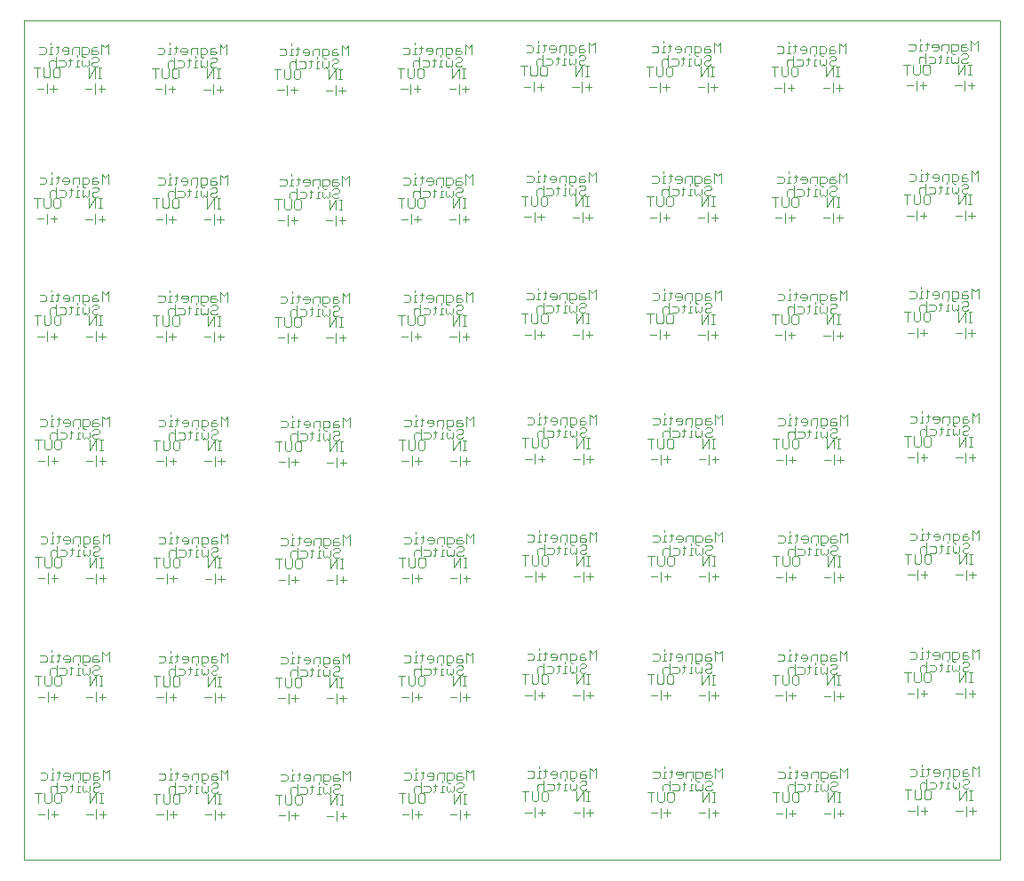
<source format=gbo>
G75*
%MOIN*%
%OFA0B0*%
%FSLAX25Y25*%
%IPPOS*%
%LPD*%
%AMOC8*
5,1,8,0,0,1.08239X$1,22.5*
%
%ADD10C,0.00000*%
%ADD11C,0.00300*%
D10*
X0008974Y0010224D02*
X0375116Y0010224D01*
X0375116Y0325185D01*
X0008974Y0325185D01*
X0008974Y0010224D01*
D11*
X0017838Y0025594D02*
X0017838Y0029297D01*
X0019052Y0027446D02*
X0021521Y0027446D01*
X0020287Y0028680D02*
X0020287Y0026211D01*
X0016610Y0027446D02*
X0014141Y0027446D01*
X0014148Y0031594D02*
X0014148Y0035297D01*
X0015382Y0035297D02*
X0012914Y0035297D01*
X0016597Y0035297D02*
X0016597Y0032211D01*
X0017214Y0031594D01*
X0018448Y0031594D01*
X0019066Y0032211D01*
X0019066Y0035297D01*
X0018697Y0035674D02*
X0018697Y0037526D01*
X0019314Y0038143D01*
X0020548Y0038143D01*
X0021165Y0037526D01*
X0022380Y0038143D02*
X0024231Y0038143D01*
X0024849Y0037526D01*
X0024849Y0036291D01*
X0024231Y0035674D01*
X0022380Y0035674D01*
X0022132Y0035297D02*
X0022749Y0034680D01*
X0022749Y0032211D01*
X0022132Y0031594D01*
X0020897Y0031594D01*
X0020280Y0032211D01*
X0020280Y0034680D01*
X0020897Y0035297D01*
X0022132Y0035297D01*
X0021165Y0035674D02*
X0021165Y0039377D01*
X0021159Y0040474D02*
X0021776Y0041091D01*
X0021776Y0043560D01*
X0022393Y0042943D02*
X0021159Y0042943D01*
X0019938Y0042943D02*
X0019321Y0042943D01*
X0019321Y0040474D01*
X0019938Y0040474D02*
X0018703Y0040474D01*
X0017482Y0041091D02*
X0016865Y0040474D01*
X0015014Y0040474D01*
X0015014Y0042943D02*
X0016865Y0042943D01*
X0017482Y0042326D01*
X0017482Y0041091D01*
X0019321Y0044177D02*
X0019321Y0044794D01*
X0023608Y0042326D02*
X0023608Y0041708D01*
X0026076Y0041708D01*
X0026076Y0041091D02*
X0026076Y0042326D01*
X0025459Y0042943D01*
X0024225Y0042943D01*
X0023608Y0042326D01*
X0024225Y0040474D02*
X0025459Y0040474D01*
X0026076Y0041091D01*
X0027291Y0040474D02*
X0027291Y0042326D01*
X0027908Y0042943D01*
X0029759Y0042943D01*
X0029759Y0040474D01*
X0029142Y0039994D02*
X0029142Y0039377D01*
X0029142Y0038143D02*
X0029142Y0035674D01*
X0029759Y0035674D02*
X0028525Y0035674D01*
X0026687Y0036291D02*
X0026687Y0038760D01*
X0027304Y0038143D02*
X0026070Y0038143D01*
X0026687Y0036291D02*
X0026070Y0035674D01*
X0029142Y0038143D02*
X0029759Y0038143D01*
X0030974Y0038143D02*
X0030974Y0036291D01*
X0031591Y0035674D01*
X0032208Y0036291D01*
X0032825Y0035674D01*
X0033443Y0036291D01*
X0033443Y0038143D01*
X0034657Y0038760D02*
X0035274Y0039377D01*
X0036509Y0039377D01*
X0037126Y0038760D01*
X0037126Y0038143D01*
X0036509Y0037526D01*
X0035274Y0037526D01*
X0034657Y0036908D01*
X0034657Y0036291D01*
X0035274Y0035674D01*
X0036509Y0035674D01*
X0037126Y0036291D01*
X0037139Y0035237D02*
X0038373Y0035237D01*
X0037756Y0035237D02*
X0037756Y0031534D01*
X0038373Y0031534D02*
X0037139Y0031534D01*
X0035918Y0031534D02*
X0035918Y0035237D01*
X0033449Y0031534D01*
X0033449Y0035237D01*
X0032208Y0039240D02*
X0031591Y0039240D01*
X0030974Y0039857D01*
X0030974Y0042943D01*
X0032825Y0042943D01*
X0033443Y0042326D01*
X0033443Y0041091D01*
X0032825Y0040474D01*
X0030974Y0040474D01*
X0034657Y0040474D02*
X0036509Y0040474D01*
X0037126Y0041091D01*
X0036509Y0041708D01*
X0034657Y0041708D01*
X0034657Y0042326D02*
X0034657Y0040474D01*
X0034657Y0042326D02*
X0035274Y0042943D01*
X0036509Y0042943D01*
X0038340Y0044177D02*
X0038340Y0040474D01*
X0040809Y0040474D02*
X0040809Y0044177D01*
X0039575Y0042943D01*
X0038340Y0044177D01*
X0035918Y0029237D02*
X0035918Y0025534D01*
X0037132Y0027386D02*
X0039601Y0027386D01*
X0038367Y0028620D02*
X0038367Y0026151D01*
X0034690Y0027386D02*
X0032221Y0027386D01*
X0057394Y0035137D02*
X0059862Y0035137D01*
X0061077Y0035137D02*
X0061077Y0032051D01*
X0061694Y0031434D01*
X0062928Y0031434D01*
X0063546Y0032051D01*
X0063546Y0035137D01*
X0063177Y0035514D02*
X0063177Y0037366D01*
X0063794Y0037983D01*
X0065028Y0037983D01*
X0065645Y0037366D01*
X0066860Y0037983D02*
X0068711Y0037983D01*
X0069329Y0037366D01*
X0069329Y0036131D01*
X0068711Y0035514D01*
X0066860Y0035514D01*
X0066612Y0035137D02*
X0067229Y0034520D01*
X0067229Y0032051D01*
X0066612Y0031434D01*
X0065377Y0031434D01*
X0064760Y0032051D01*
X0064760Y0034520D01*
X0065377Y0035137D01*
X0066612Y0035137D01*
X0065645Y0035514D02*
X0065645Y0039217D01*
X0065639Y0040314D02*
X0066256Y0040931D01*
X0066256Y0043400D01*
X0066873Y0042783D02*
X0065639Y0042783D01*
X0064418Y0042783D02*
X0063801Y0042783D01*
X0063801Y0040314D01*
X0064418Y0040314D02*
X0063183Y0040314D01*
X0061962Y0040931D02*
X0061345Y0040314D01*
X0059494Y0040314D01*
X0059494Y0042783D02*
X0061345Y0042783D01*
X0061962Y0042166D01*
X0061962Y0040931D01*
X0063801Y0044017D02*
X0063801Y0044634D01*
X0068088Y0042166D02*
X0068088Y0041548D01*
X0070556Y0041548D01*
X0070556Y0040931D02*
X0070556Y0042166D01*
X0069939Y0042783D01*
X0068705Y0042783D01*
X0068088Y0042166D01*
X0068705Y0040314D02*
X0069939Y0040314D01*
X0070556Y0040931D01*
X0071771Y0040314D02*
X0071771Y0042166D01*
X0072388Y0042783D01*
X0074239Y0042783D01*
X0074239Y0040314D01*
X0073622Y0039834D02*
X0073622Y0039217D01*
X0073622Y0037983D02*
X0073622Y0035514D01*
X0074239Y0035514D02*
X0073005Y0035514D01*
X0071167Y0036131D02*
X0070550Y0035514D01*
X0071167Y0036131D02*
X0071167Y0038600D01*
X0071784Y0037983D02*
X0070550Y0037983D01*
X0073622Y0037983D02*
X0074239Y0037983D01*
X0075454Y0037983D02*
X0075454Y0036131D01*
X0076071Y0035514D01*
X0076688Y0036131D01*
X0077305Y0035514D01*
X0077923Y0036131D01*
X0077923Y0037983D01*
X0079137Y0038600D02*
X0079754Y0039217D01*
X0080989Y0039217D01*
X0081606Y0038600D01*
X0081606Y0037983D01*
X0080989Y0037366D01*
X0079754Y0037366D01*
X0079137Y0036748D01*
X0079137Y0036131D01*
X0079754Y0035514D01*
X0080989Y0035514D01*
X0081606Y0036131D01*
X0081619Y0035077D02*
X0082853Y0035077D01*
X0082236Y0035077D02*
X0082236Y0031374D01*
X0082853Y0031374D02*
X0081619Y0031374D01*
X0080398Y0031374D02*
X0080398Y0035077D01*
X0077929Y0031374D01*
X0077929Y0035077D01*
X0076688Y0039080D02*
X0076071Y0039080D01*
X0075454Y0039697D01*
X0075454Y0042783D01*
X0077305Y0042783D01*
X0077923Y0042166D01*
X0077923Y0040931D01*
X0077305Y0040314D01*
X0075454Y0040314D01*
X0079137Y0040314D02*
X0079137Y0042166D01*
X0079754Y0042783D01*
X0080989Y0042783D01*
X0080989Y0041548D02*
X0079137Y0041548D01*
X0079137Y0040314D02*
X0080989Y0040314D01*
X0081606Y0040931D01*
X0080989Y0041548D01*
X0082820Y0040314D02*
X0082820Y0044017D01*
X0084055Y0042783D01*
X0085289Y0044017D01*
X0085289Y0040314D01*
X0082847Y0028460D02*
X0082847Y0025991D01*
X0084081Y0027226D02*
X0081612Y0027226D01*
X0080398Y0029077D02*
X0080398Y0025374D01*
X0079170Y0027226D02*
X0076701Y0027226D01*
X0066001Y0027286D02*
X0063532Y0027286D01*
X0064767Y0028520D02*
X0064767Y0026051D01*
X0062318Y0025434D02*
X0062318Y0029137D01*
X0061090Y0027286D02*
X0058621Y0027286D01*
X0058628Y0031434D02*
X0058628Y0035137D01*
X0062248Y0069494D02*
X0062248Y0073197D01*
X0063462Y0071346D02*
X0065931Y0071346D01*
X0064697Y0072580D02*
X0064697Y0070111D01*
X0061020Y0071346D02*
X0058551Y0071346D01*
X0058558Y0075494D02*
X0058558Y0079197D01*
X0059792Y0079197D02*
X0057324Y0079197D01*
X0061007Y0079197D02*
X0061007Y0076111D01*
X0061624Y0075494D01*
X0062858Y0075494D01*
X0063476Y0076111D01*
X0063476Y0079197D01*
X0063107Y0079574D02*
X0063107Y0081426D01*
X0063724Y0082043D01*
X0064958Y0082043D01*
X0065575Y0081426D01*
X0066790Y0082043D02*
X0068641Y0082043D01*
X0069259Y0081426D01*
X0069259Y0080191D01*
X0068641Y0079574D01*
X0066790Y0079574D01*
X0066542Y0079197D02*
X0067159Y0078580D01*
X0067159Y0076111D01*
X0066542Y0075494D01*
X0065307Y0075494D01*
X0064690Y0076111D01*
X0064690Y0078580D01*
X0065307Y0079197D01*
X0066542Y0079197D01*
X0065575Y0079574D02*
X0065575Y0083277D01*
X0065569Y0084374D02*
X0066186Y0084991D01*
X0066186Y0087460D01*
X0066803Y0086843D02*
X0065569Y0086843D01*
X0064348Y0086843D02*
X0063731Y0086843D01*
X0063731Y0084374D01*
X0064348Y0084374D02*
X0063113Y0084374D01*
X0061892Y0084991D02*
X0061275Y0084374D01*
X0059424Y0084374D01*
X0059424Y0086843D02*
X0061275Y0086843D01*
X0061892Y0086226D01*
X0061892Y0084991D01*
X0063731Y0088077D02*
X0063731Y0088694D01*
X0068018Y0086226D02*
X0068018Y0085608D01*
X0070486Y0085608D01*
X0070486Y0084991D02*
X0070486Y0086226D01*
X0069869Y0086843D01*
X0068635Y0086843D01*
X0068018Y0086226D01*
X0068635Y0084374D02*
X0069869Y0084374D01*
X0070486Y0084991D01*
X0071701Y0084374D02*
X0071701Y0086226D01*
X0072318Y0086843D01*
X0074169Y0086843D01*
X0074169Y0084374D01*
X0073552Y0083894D02*
X0073552Y0083277D01*
X0073552Y0082043D02*
X0073552Y0079574D01*
X0074169Y0079574D02*
X0072935Y0079574D01*
X0071097Y0080191D02*
X0070480Y0079574D01*
X0071097Y0080191D02*
X0071097Y0082660D01*
X0071714Y0082043D02*
X0070480Y0082043D01*
X0073552Y0082043D02*
X0074169Y0082043D01*
X0075384Y0082043D02*
X0075384Y0080191D01*
X0076001Y0079574D01*
X0076618Y0080191D01*
X0077235Y0079574D01*
X0077853Y0080191D01*
X0077853Y0082043D01*
X0079067Y0082660D02*
X0079684Y0083277D01*
X0080919Y0083277D01*
X0081536Y0082660D01*
X0081536Y0082043D01*
X0080919Y0081426D01*
X0079684Y0081426D01*
X0079067Y0080808D01*
X0079067Y0080191D01*
X0079684Y0079574D01*
X0080919Y0079574D01*
X0081536Y0080191D01*
X0081549Y0079137D02*
X0082783Y0079137D01*
X0082166Y0079137D02*
X0082166Y0075434D01*
X0082783Y0075434D02*
X0081549Y0075434D01*
X0080328Y0075434D02*
X0080328Y0079137D01*
X0077859Y0075434D01*
X0077859Y0079137D01*
X0076618Y0083140D02*
X0076001Y0083140D01*
X0075384Y0083757D01*
X0075384Y0086843D01*
X0077235Y0086843D01*
X0077853Y0086226D01*
X0077853Y0084991D01*
X0077235Y0084374D01*
X0075384Y0084374D01*
X0079067Y0084374D02*
X0079067Y0086226D01*
X0079684Y0086843D01*
X0080919Y0086843D01*
X0080919Y0085608D02*
X0079067Y0085608D01*
X0079067Y0084374D02*
X0080919Y0084374D01*
X0081536Y0084991D01*
X0080919Y0085608D01*
X0082750Y0084374D02*
X0082750Y0088077D01*
X0083984Y0086843D01*
X0085219Y0088077D01*
X0085219Y0084374D01*
X0082777Y0072520D02*
X0082777Y0070051D01*
X0084011Y0071286D02*
X0081542Y0071286D01*
X0080328Y0073137D02*
X0080328Y0069434D01*
X0079100Y0071286D02*
X0076631Y0071286D01*
X0103084Y0078817D02*
X0105552Y0078817D01*
X0106767Y0078817D02*
X0106767Y0075731D01*
X0107384Y0075114D01*
X0108618Y0075114D01*
X0109236Y0075731D01*
X0109236Y0078817D01*
X0108867Y0079194D02*
X0108867Y0081046D01*
X0109484Y0081663D01*
X0110718Y0081663D01*
X0111335Y0081046D01*
X0112550Y0081663D02*
X0114401Y0081663D01*
X0115019Y0081046D01*
X0115019Y0079811D01*
X0114401Y0079194D01*
X0112550Y0079194D01*
X0112302Y0078817D02*
X0112919Y0078200D01*
X0112919Y0075731D01*
X0112302Y0075114D01*
X0111067Y0075114D01*
X0110450Y0075731D01*
X0110450Y0078200D01*
X0111067Y0078817D01*
X0112302Y0078817D01*
X0111335Y0079194D02*
X0111335Y0082897D01*
X0111329Y0083994D02*
X0111946Y0084611D01*
X0111946Y0087080D01*
X0112563Y0086463D02*
X0111329Y0086463D01*
X0110108Y0086463D02*
X0109491Y0086463D01*
X0109491Y0083994D01*
X0110108Y0083994D02*
X0108873Y0083994D01*
X0107652Y0084611D02*
X0107035Y0083994D01*
X0105184Y0083994D01*
X0105184Y0086463D02*
X0107035Y0086463D01*
X0107652Y0085846D01*
X0107652Y0084611D01*
X0109491Y0087697D02*
X0109491Y0088314D01*
X0113778Y0085846D02*
X0113778Y0085228D01*
X0116246Y0085228D01*
X0116246Y0084611D02*
X0116246Y0085846D01*
X0115629Y0086463D01*
X0114395Y0086463D01*
X0113778Y0085846D01*
X0114395Y0083994D02*
X0115629Y0083994D01*
X0116246Y0084611D01*
X0117461Y0083994D02*
X0117461Y0085846D01*
X0118078Y0086463D01*
X0119929Y0086463D01*
X0119929Y0083994D01*
X0119312Y0083514D02*
X0119312Y0082897D01*
X0119312Y0081663D02*
X0119312Y0079194D01*
X0119929Y0079194D02*
X0118695Y0079194D01*
X0116857Y0079811D02*
X0116240Y0079194D01*
X0116857Y0079811D02*
X0116857Y0082280D01*
X0117474Y0081663D02*
X0116240Y0081663D01*
X0119312Y0081663D02*
X0119929Y0081663D01*
X0121144Y0081663D02*
X0121144Y0079811D01*
X0121761Y0079194D01*
X0122378Y0079811D01*
X0122995Y0079194D01*
X0123613Y0079811D01*
X0123613Y0081663D01*
X0124827Y0082280D02*
X0125444Y0082897D01*
X0126679Y0082897D01*
X0127296Y0082280D01*
X0127296Y0081663D01*
X0126679Y0081046D01*
X0125444Y0081046D01*
X0124827Y0080428D01*
X0124827Y0079811D01*
X0125444Y0079194D01*
X0126679Y0079194D01*
X0127296Y0079811D01*
X0127309Y0078757D02*
X0128543Y0078757D01*
X0127926Y0078757D02*
X0127926Y0075054D01*
X0128543Y0075054D02*
X0127309Y0075054D01*
X0126088Y0075054D02*
X0126088Y0078757D01*
X0123619Y0075054D01*
X0123619Y0078757D01*
X0122378Y0082760D02*
X0121761Y0082760D01*
X0121144Y0083377D01*
X0121144Y0086463D01*
X0122995Y0086463D01*
X0123613Y0085846D01*
X0123613Y0084611D01*
X0122995Y0083994D01*
X0121144Y0083994D01*
X0124827Y0083994D02*
X0124827Y0085846D01*
X0125444Y0086463D01*
X0126679Y0086463D01*
X0126679Y0085228D02*
X0124827Y0085228D01*
X0124827Y0083994D02*
X0126679Y0083994D01*
X0127296Y0084611D01*
X0126679Y0085228D01*
X0128510Y0083994D02*
X0128510Y0087697D01*
X0129745Y0086463D01*
X0130979Y0087697D01*
X0130979Y0083994D01*
X0128537Y0072140D02*
X0128537Y0069671D01*
X0129771Y0070906D02*
X0127302Y0070906D01*
X0126088Y0072757D02*
X0126088Y0069054D01*
X0124860Y0070906D02*
X0122391Y0070906D01*
X0111691Y0070966D02*
X0109222Y0070966D01*
X0110457Y0072200D02*
X0110457Y0069731D01*
X0108008Y0069114D02*
X0108008Y0072817D01*
X0106780Y0070966D02*
X0104311Y0070966D01*
X0104318Y0075114D02*
X0104318Y0078817D01*
X0109561Y0044254D02*
X0109561Y0043637D01*
X0109561Y0042403D02*
X0109561Y0039934D01*
X0110178Y0039934D02*
X0108943Y0039934D01*
X0107722Y0040551D02*
X0107105Y0039934D01*
X0105254Y0039934D01*
X0105254Y0042403D02*
X0107105Y0042403D01*
X0107722Y0041786D01*
X0107722Y0040551D01*
X0109561Y0042403D02*
X0110178Y0042403D01*
X0111399Y0042403D02*
X0112633Y0042403D01*
X0112016Y0043020D02*
X0112016Y0040551D01*
X0111399Y0039934D01*
X0111405Y0038837D02*
X0111405Y0035134D01*
X0111137Y0034757D02*
X0110520Y0034140D01*
X0110520Y0031671D01*
X0111137Y0031054D01*
X0112372Y0031054D01*
X0112989Y0031671D01*
X0112989Y0034140D01*
X0112372Y0034757D01*
X0111137Y0034757D01*
X0112620Y0035134D02*
X0114471Y0035134D01*
X0115089Y0035751D01*
X0115089Y0036986D01*
X0114471Y0037603D01*
X0112620Y0037603D01*
X0111405Y0036986D02*
X0110788Y0037603D01*
X0109554Y0037603D01*
X0108937Y0036986D01*
X0108937Y0035134D01*
X0109306Y0034757D02*
X0109306Y0031671D01*
X0108688Y0031054D01*
X0107454Y0031054D01*
X0106837Y0031671D01*
X0106837Y0034757D01*
X0105622Y0034757D02*
X0103154Y0034757D01*
X0104388Y0034757D02*
X0104388Y0031054D01*
X0108078Y0028757D02*
X0108078Y0025054D01*
X0109292Y0026906D02*
X0111761Y0026906D01*
X0110527Y0028140D02*
X0110527Y0025671D01*
X0106850Y0026906D02*
X0104381Y0026906D01*
X0116310Y0035134D02*
X0116927Y0035751D01*
X0116927Y0038220D01*
X0117544Y0037603D02*
X0116310Y0037603D01*
X0115699Y0039934D02*
X0116316Y0040551D01*
X0116316Y0041786D01*
X0115699Y0042403D01*
X0114465Y0042403D01*
X0113848Y0041786D01*
X0113848Y0041168D01*
X0116316Y0041168D01*
X0117531Y0041786D02*
X0117531Y0039934D01*
X0115699Y0039934D02*
X0114465Y0039934D01*
X0117531Y0041786D02*
X0118148Y0042403D01*
X0119999Y0042403D01*
X0119999Y0039934D01*
X0119382Y0039454D02*
X0119382Y0038837D01*
X0119382Y0037603D02*
X0119382Y0035134D01*
X0119999Y0035134D02*
X0118765Y0035134D01*
X0121214Y0035751D02*
X0121214Y0037603D01*
X0119999Y0037603D02*
X0119382Y0037603D01*
X0121214Y0039317D02*
X0121214Y0042403D01*
X0123065Y0042403D01*
X0123683Y0041786D01*
X0123683Y0040551D01*
X0123065Y0039934D01*
X0121214Y0039934D01*
X0121214Y0039317D02*
X0121831Y0038700D01*
X0122448Y0038700D01*
X0123683Y0037603D02*
X0123683Y0035751D01*
X0123065Y0035134D01*
X0122448Y0035751D01*
X0121831Y0035134D01*
X0121214Y0035751D01*
X0123689Y0034697D02*
X0123689Y0030994D01*
X0126158Y0034697D01*
X0126158Y0030994D01*
X0127379Y0030994D02*
X0128613Y0030994D01*
X0127996Y0030994D02*
X0127996Y0034697D01*
X0128613Y0034697D02*
X0127379Y0034697D01*
X0126749Y0035134D02*
X0127366Y0035751D01*
X0126749Y0035134D02*
X0125514Y0035134D01*
X0124897Y0035751D01*
X0124897Y0036368D01*
X0125514Y0036986D01*
X0126749Y0036986D01*
X0127366Y0037603D01*
X0127366Y0038220D01*
X0126749Y0038837D01*
X0125514Y0038837D01*
X0124897Y0038220D01*
X0124897Y0039934D02*
X0126749Y0039934D01*
X0127366Y0040551D01*
X0126749Y0041168D01*
X0124897Y0041168D01*
X0124897Y0041786D02*
X0124897Y0039934D01*
X0124897Y0041786D02*
X0125514Y0042403D01*
X0126749Y0042403D01*
X0128580Y0043637D02*
X0128580Y0039934D01*
X0131049Y0039934D02*
X0131049Y0043637D01*
X0129815Y0042403D01*
X0128580Y0043637D01*
X0126158Y0028697D02*
X0126158Y0024994D01*
X0127372Y0026846D02*
X0129841Y0026846D01*
X0128607Y0028080D02*
X0128607Y0025611D01*
X0124930Y0026846D02*
X0122461Y0026846D01*
X0149474Y0035227D02*
X0151942Y0035227D01*
X0153157Y0035227D02*
X0153157Y0032141D01*
X0153774Y0031524D01*
X0155008Y0031524D01*
X0155626Y0032141D01*
X0155626Y0035227D01*
X0155257Y0035604D02*
X0155257Y0037456D01*
X0155874Y0038073D01*
X0157108Y0038073D01*
X0157725Y0037456D01*
X0158940Y0038073D02*
X0160791Y0038073D01*
X0161409Y0037456D01*
X0161409Y0036221D01*
X0160791Y0035604D01*
X0158940Y0035604D01*
X0158692Y0035227D02*
X0159309Y0034610D01*
X0159309Y0032141D01*
X0158692Y0031524D01*
X0157457Y0031524D01*
X0156840Y0032141D01*
X0156840Y0034610D01*
X0157457Y0035227D01*
X0158692Y0035227D01*
X0157725Y0035604D02*
X0157725Y0039307D01*
X0157719Y0040404D02*
X0158336Y0041021D01*
X0158336Y0043490D01*
X0158953Y0042873D02*
X0157719Y0042873D01*
X0156498Y0042873D02*
X0155881Y0042873D01*
X0155881Y0040404D01*
X0156498Y0040404D02*
X0155263Y0040404D01*
X0154042Y0041021D02*
X0153425Y0040404D01*
X0151574Y0040404D01*
X0151574Y0042873D02*
X0153425Y0042873D01*
X0154042Y0042256D01*
X0154042Y0041021D01*
X0155881Y0044107D02*
X0155881Y0044724D01*
X0160168Y0042256D02*
X0160168Y0041638D01*
X0162636Y0041638D01*
X0162636Y0041021D02*
X0162636Y0042256D01*
X0162019Y0042873D01*
X0160785Y0042873D01*
X0160168Y0042256D01*
X0160785Y0040404D02*
X0162019Y0040404D01*
X0162636Y0041021D01*
X0163851Y0040404D02*
X0163851Y0042256D01*
X0164468Y0042873D01*
X0166319Y0042873D01*
X0166319Y0040404D01*
X0165702Y0039924D02*
X0165702Y0039307D01*
X0165702Y0038073D02*
X0165702Y0035604D01*
X0166319Y0035604D02*
X0165085Y0035604D01*
X0163247Y0036221D02*
X0162630Y0035604D01*
X0163247Y0036221D02*
X0163247Y0038690D01*
X0163864Y0038073D02*
X0162630Y0038073D01*
X0165702Y0038073D02*
X0166319Y0038073D01*
X0167534Y0038073D02*
X0167534Y0036221D01*
X0168151Y0035604D01*
X0168768Y0036221D01*
X0169385Y0035604D01*
X0170003Y0036221D01*
X0170003Y0038073D01*
X0171217Y0038690D02*
X0171834Y0039307D01*
X0173069Y0039307D01*
X0173686Y0038690D01*
X0173686Y0038073D01*
X0173069Y0037456D01*
X0171834Y0037456D01*
X0171217Y0036838D01*
X0171217Y0036221D01*
X0171834Y0035604D01*
X0173069Y0035604D01*
X0173686Y0036221D01*
X0173699Y0035167D02*
X0174933Y0035167D01*
X0174316Y0035167D02*
X0174316Y0031464D01*
X0174933Y0031464D02*
X0173699Y0031464D01*
X0172478Y0031464D02*
X0172478Y0035167D01*
X0170009Y0031464D01*
X0170009Y0035167D01*
X0168768Y0039170D02*
X0168151Y0039170D01*
X0167534Y0039787D01*
X0167534Y0042873D01*
X0169385Y0042873D01*
X0170003Y0042256D01*
X0170003Y0041021D01*
X0169385Y0040404D01*
X0167534Y0040404D01*
X0171217Y0040404D02*
X0171217Y0042256D01*
X0171834Y0042873D01*
X0173069Y0042873D01*
X0173069Y0041638D02*
X0171217Y0041638D01*
X0171217Y0040404D02*
X0173069Y0040404D01*
X0173686Y0041021D01*
X0173069Y0041638D01*
X0174900Y0040404D02*
X0174900Y0044107D01*
X0176135Y0042873D01*
X0177369Y0044107D01*
X0177369Y0040404D01*
X0174927Y0028550D02*
X0174927Y0026081D01*
X0176161Y0027316D02*
X0173692Y0027316D01*
X0172478Y0029167D02*
X0172478Y0025464D01*
X0171250Y0027316D02*
X0168781Y0027316D01*
X0158081Y0027376D02*
X0155612Y0027376D01*
X0156847Y0028610D02*
X0156847Y0026141D01*
X0154398Y0025524D02*
X0154398Y0029227D01*
X0153170Y0027376D02*
X0150701Y0027376D01*
X0150708Y0031524D02*
X0150708Y0035227D01*
X0154328Y0069584D02*
X0154328Y0073287D01*
X0155542Y0071436D02*
X0158011Y0071436D01*
X0156777Y0072670D02*
X0156777Y0070201D01*
X0153100Y0071436D02*
X0150631Y0071436D01*
X0150638Y0075584D02*
X0150638Y0079287D01*
X0151872Y0079287D02*
X0149404Y0079287D01*
X0153087Y0079287D02*
X0153087Y0076201D01*
X0153704Y0075584D01*
X0154938Y0075584D01*
X0155556Y0076201D01*
X0155556Y0079287D01*
X0155187Y0079664D02*
X0155187Y0081516D01*
X0155804Y0082133D01*
X0157038Y0082133D01*
X0157655Y0081516D01*
X0158870Y0082133D02*
X0160721Y0082133D01*
X0161339Y0081516D01*
X0161339Y0080281D01*
X0160721Y0079664D01*
X0158870Y0079664D01*
X0158622Y0079287D02*
X0159239Y0078670D01*
X0159239Y0076201D01*
X0158622Y0075584D01*
X0157387Y0075584D01*
X0156770Y0076201D01*
X0156770Y0078670D01*
X0157387Y0079287D01*
X0158622Y0079287D01*
X0157655Y0079664D02*
X0157655Y0083367D01*
X0157649Y0084464D02*
X0158266Y0085081D01*
X0158266Y0087550D01*
X0158883Y0086933D02*
X0157649Y0086933D01*
X0156428Y0086933D02*
X0155811Y0086933D01*
X0155811Y0084464D01*
X0156428Y0084464D02*
X0155193Y0084464D01*
X0153972Y0085081D02*
X0153355Y0084464D01*
X0151504Y0084464D01*
X0151504Y0086933D02*
X0153355Y0086933D01*
X0153972Y0086316D01*
X0153972Y0085081D01*
X0155811Y0088167D02*
X0155811Y0088784D01*
X0160098Y0086316D02*
X0160098Y0085698D01*
X0162566Y0085698D01*
X0162566Y0085081D02*
X0162566Y0086316D01*
X0161949Y0086933D01*
X0160715Y0086933D01*
X0160098Y0086316D01*
X0160715Y0084464D02*
X0161949Y0084464D01*
X0162566Y0085081D01*
X0163781Y0084464D02*
X0163781Y0086316D01*
X0164398Y0086933D01*
X0166249Y0086933D01*
X0166249Y0084464D01*
X0165632Y0083984D02*
X0165632Y0083367D01*
X0165632Y0082133D02*
X0165632Y0079664D01*
X0166249Y0079664D02*
X0165015Y0079664D01*
X0163177Y0080281D02*
X0162560Y0079664D01*
X0163177Y0080281D02*
X0163177Y0082750D01*
X0163794Y0082133D02*
X0162560Y0082133D01*
X0165632Y0082133D02*
X0166249Y0082133D01*
X0167464Y0082133D02*
X0167464Y0080281D01*
X0168081Y0079664D01*
X0168698Y0080281D01*
X0169315Y0079664D01*
X0169933Y0080281D01*
X0169933Y0082133D01*
X0171147Y0082750D02*
X0171764Y0083367D01*
X0172999Y0083367D01*
X0173616Y0082750D01*
X0173616Y0082133D01*
X0172999Y0081516D01*
X0171764Y0081516D01*
X0171147Y0080898D01*
X0171147Y0080281D01*
X0171764Y0079664D01*
X0172999Y0079664D01*
X0173616Y0080281D01*
X0173629Y0079227D02*
X0174863Y0079227D01*
X0174246Y0079227D02*
X0174246Y0075524D01*
X0174863Y0075524D02*
X0173629Y0075524D01*
X0172408Y0075524D02*
X0172408Y0079227D01*
X0169939Y0075524D01*
X0169939Y0079227D01*
X0168698Y0083230D02*
X0168081Y0083230D01*
X0167464Y0083847D01*
X0167464Y0086933D01*
X0169315Y0086933D01*
X0169933Y0086316D01*
X0169933Y0085081D01*
X0169315Y0084464D01*
X0167464Y0084464D01*
X0171147Y0084464D02*
X0171147Y0086316D01*
X0171764Y0086933D01*
X0172999Y0086933D01*
X0172999Y0085698D02*
X0171147Y0085698D01*
X0171147Y0084464D02*
X0172999Y0084464D01*
X0173616Y0085081D01*
X0172999Y0085698D01*
X0174830Y0084464D02*
X0174830Y0088167D01*
X0176065Y0086933D01*
X0177299Y0088167D01*
X0177299Y0084464D01*
X0174857Y0072610D02*
X0174857Y0070141D01*
X0176091Y0071376D02*
X0173622Y0071376D01*
X0172408Y0073227D02*
X0172408Y0069524D01*
X0171180Y0071376D02*
X0168711Y0071376D01*
X0195654Y0080027D02*
X0198122Y0080027D01*
X0199337Y0080027D02*
X0199337Y0076941D01*
X0199954Y0076324D01*
X0201188Y0076324D01*
X0201806Y0076941D01*
X0201806Y0080027D01*
X0201437Y0080404D02*
X0201437Y0082256D01*
X0202054Y0082873D01*
X0203288Y0082873D01*
X0203905Y0082256D01*
X0205120Y0082873D02*
X0206971Y0082873D01*
X0207589Y0082256D01*
X0207589Y0081021D01*
X0206971Y0080404D01*
X0205120Y0080404D01*
X0204872Y0080027D02*
X0205489Y0079410D01*
X0205489Y0076941D01*
X0204872Y0076324D01*
X0203637Y0076324D01*
X0203020Y0076941D01*
X0203020Y0079410D01*
X0203637Y0080027D01*
X0204872Y0080027D01*
X0203905Y0080404D02*
X0203905Y0084107D01*
X0203899Y0085204D02*
X0204516Y0085821D01*
X0204516Y0088290D01*
X0205133Y0087673D02*
X0203899Y0087673D01*
X0202678Y0087673D02*
X0202061Y0087673D01*
X0202061Y0085204D01*
X0202678Y0085204D02*
X0201443Y0085204D01*
X0200222Y0085821D02*
X0199605Y0085204D01*
X0197754Y0085204D01*
X0197754Y0087673D02*
X0199605Y0087673D01*
X0200222Y0087056D01*
X0200222Y0085821D01*
X0202061Y0088907D02*
X0202061Y0089524D01*
X0206348Y0087056D02*
X0206348Y0086438D01*
X0208816Y0086438D01*
X0208816Y0085821D02*
X0208816Y0087056D01*
X0208199Y0087673D01*
X0206965Y0087673D01*
X0206348Y0087056D01*
X0206965Y0085204D02*
X0208199Y0085204D01*
X0208816Y0085821D01*
X0210031Y0085204D02*
X0210031Y0087056D01*
X0210648Y0087673D01*
X0212499Y0087673D01*
X0212499Y0085204D01*
X0211882Y0084724D02*
X0211882Y0084107D01*
X0211882Y0082873D02*
X0211882Y0080404D01*
X0212499Y0080404D02*
X0211265Y0080404D01*
X0209427Y0081021D02*
X0208810Y0080404D01*
X0209427Y0081021D02*
X0209427Y0083490D01*
X0210044Y0082873D02*
X0208810Y0082873D01*
X0211882Y0082873D02*
X0212499Y0082873D01*
X0213714Y0082873D02*
X0213714Y0081021D01*
X0214331Y0080404D01*
X0214948Y0081021D01*
X0215565Y0080404D01*
X0216183Y0081021D01*
X0216183Y0082873D01*
X0217397Y0083490D02*
X0218014Y0084107D01*
X0219249Y0084107D01*
X0219866Y0083490D01*
X0219866Y0082873D01*
X0219249Y0082256D01*
X0218014Y0082256D01*
X0217397Y0081638D01*
X0217397Y0081021D01*
X0218014Y0080404D01*
X0219249Y0080404D01*
X0219866Y0081021D01*
X0219879Y0079967D02*
X0221113Y0079967D01*
X0220496Y0079967D02*
X0220496Y0076264D01*
X0221113Y0076264D02*
X0219879Y0076264D01*
X0218658Y0076264D02*
X0218658Y0079967D01*
X0216189Y0076264D01*
X0216189Y0079967D01*
X0214948Y0083970D02*
X0214331Y0083970D01*
X0213714Y0084587D01*
X0213714Y0087673D01*
X0215565Y0087673D01*
X0216183Y0087056D01*
X0216183Y0085821D01*
X0215565Y0085204D01*
X0213714Y0085204D01*
X0217397Y0085204D02*
X0219249Y0085204D01*
X0219866Y0085821D01*
X0219249Y0086438D01*
X0217397Y0086438D01*
X0217397Y0087056D02*
X0217397Y0085204D01*
X0217397Y0087056D02*
X0218014Y0087673D01*
X0219249Y0087673D01*
X0221080Y0088907D02*
X0221080Y0085204D01*
X0223549Y0085204D02*
X0223549Y0088907D01*
X0222315Y0087673D01*
X0221080Y0088907D01*
X0218658Y0073967D02*
X0218658Y0070264D01*
X0219872Y0072116D02*
X0222341Y0072116D01*
X0221107Y0073350D02*
X0221107Y0070881D01*
X0217430Y0072116D02*
X0214961Y0072116D01*
X0204261Y0072176D02*
X0201792Y0072176D01*
X0203027Y0073410D02*
X0203027Y0070941D01*
X0200578Y0070324D02*
X0200578Y0074027D01*
X0199350Y0072176D02*
X0196881Y0072176D01*
X0196888Y0076324D02*
X0196888Y0080027D01*
X0202131Y0045464D02*
X0202131Y0044847D01*
X0202131Y0043613D02*
X0202131Y0041144D01*
X0202748Y0041144D02*
X0201513Y0041144D01*
X0200292Y0041761D02*
X0199675Y0041144D01*
X0197824Y0041144D01*
X0197824Y0043613D02*
X0199675Y0043613D01*
X0200292Y0042996D01*
X0200292Y0041761D01*
X0202131Y0043613D02*
X0202748Y0043613D01*
X0203969Y0043613D02*
X0205203Y0043613D01*
X0204586Y0044230D02*
X0204586Y0041761D01*
X0203969Y0041144D01*
X0203975Y0040047D02*
X0203975Y0036344D01*
X0203707Y0035967D02*
X0203090Y0035350D01*
X0203090Y0032881D01*
X0203707Y0032264D01*
X0204942Y0032264D01*
X0205559Y0032881D01*
X0205559Y0035350D01*
X0204942Y0035967D01*
X0203707Y0035967D01*
X0205190Y0036344D02*
X0207041Y0036344D01*
X0207659Y0036961D01*
X0207659Y0038196D01*
X0207041Y0038813D01*
X0205190Y0038813D01*
X0203975Y0038196D02*
X0203358Y0038813D01*
X0202124Y0038813D01*
X0201507Y0038196D01*
X0201507Y0036344D01*
X0201876Y0035967D02*
X0201876Y0032881D01*
X0201258Y0032264D01*
X0200024Y0032264D01*
X0199407Y0032881D01*
X0199407Y0035967D01*
X0198192Y0035967D02*
X0195724Y0035967D01*
X0196958Y0035967D02*
X0196958Y0032264D01*
X0196951Y0028116D02*
X0199420Y0028116D01*
X0200648Y0029967D02*
X0200648Y0026264D01*
X0201862Y0028116D02*
X0204331Y0028116D01*
X0203097Y0029350D02*
X0203097Y0026881D01*
X0208880Y0036344D02*
X0209497Y0036961D01*
X0209497Y0039430D01*
X0210114Y0038813D02*
X0208880Y0038813D01*
X0208269Y0041144D02*
X0207035Y0041144D01*
X0208269Y0041144D02*
X0208886Y0041761D01*
X0208886Y0042996D01*
X0208269Y0043613D01*
X0207035Y0043613D01*
X0206418Y0042996D01*
X0206418Y0042378D01*
X0208886Y0042378D01*
X0210101Y0042996D02*
X0210101Y0041144D01*
X0210101Y0042996D02*
X0210718Y0043613D01*
X0212569Y0043613D01*
X0212569Y0041144D01*
X0211952Y0040664D02*
X0211952Y0040047D01*
X0211952Y0038813D02*
X0211952Y0036344D01*
X0212569Y0036344D02*
X0211335Y0036344D01*
X0213784Y0036961D02*
X0213784Y0038813D01*
X0212569Y0038813D02*
X0211952Y0038813D01*
X0213784Y0040527D02*
X0213784Y0043613D01*
X0215635Y0043613D01*
X0216253Y0042996D01*
X0216253Y0041761D01*
X0215635Y0041144D01*
X0213784Y0041144D01*
X0213784Y0040527D02*
X0214401Y0039910D01*
X0215018Y0039910D01*
X0216253Y0038813D02*
X0216253Y0036961D01*
X0215635Y0036344D01*
X0215018Y0036961D01*
X0214401Y0036344D01*
X0213784Y0036961D01*
X0216259Y0035907D02*
X0216259Y0032204D01*
X0218728Y0035907D01*
X0218728Y0032204D01*
X0219949Y0032204D02*
X0221183Y0032204D01*
X0220566Y0032204D02*
X0220566Y0035907D01*
X0221183Y0035907D02*
X0219949Y0035907D01*
X0219319Y0036344D02*
X0219936Y0036961D01*
X0219319Y0036344D02*
X0218084Y0036344D01*
X0217467Y0036961D01*
X0217467Y0037578D01*
X0218084Y0038196D01*
X0219319Y0038196D01*
X0219936Y0038813D01*
X0219936Y0039430D01*
X0219319Y0040047D01*
X0218084Y0040047D01*
X0217467Y0039430D01*
X0217467Y0041144D02*
X0219319Y0041144D01*
X0219936Y0041761D01*
X0219319Y0042378D01*
X0217467Y0042378D01*
X0217467Y0042996D02*
X0217467Y0041144D01*
X0217467Y0042996D02*
X0218084Y0043613D01*
X0219319Y0043613D01*
X0221150Y0044847D02*
X0221150Y0041144D01*
X0223619Y0041144D02*
X0223619Y0044847D01*
X0222385Y0043613D01*
X0221150Y0044847D01*
X0218728Y0029907D02*
X0218728Y0026204D01*
X0219942Y0028056D02*
X0222411Y0028056D01*
X0221177Y0029290D02*
X0221177Y0026821D01*
X0217500Y0028056D02*
X0215031Y0028056D01*
X0242834Y0035847D02*
X0245302Y0035847D01*
X0246517Y0035847D02*
X0246517Y0032761D01*
X0247134Y0032144D01*
X0248368Y0032144D01*
X0248986Y0032761D01*
X0248986Y0035847D01*
X0248617Y0036224D02*
X0248617Y0038076D01*
X0249234Y0038693D01*
X0250468Y0038693D01*
X0251085Y0038076D01*
X0252300Y0038693D02*
X0254151Y0038693D01*
X0254769Y0038076D01*
X0254769Y0036841D01*
X0254151Y0036224D01*
X0252300Y0036224D01*
X0252052Y0035847D02*
X0252669Y0035230D01*
X0252669Y0032761D01*
X0252052Y0032144D01*
X0250817Y0032144D01*
X0250200Y0032761D01*
X0250200Y0035230D01*
X0250817Y0035847D01*
X0252052Y0035847D01*
X0251085Y0036224D02*
X0251085Y0039927D01*
X0251079Y0041024D02*
X0251696Y0041641D01*
X0251696Y0044110D01*
X0252313Y0043493D02*
X0251079Y0043493D01*
X0249858Y0043493D02*
X0249241Y0043493D01*
X0249241Y0041024D01*
X0249858Y0041024D02*
X0248623Y0041024D01*
X0247402Y0041641D02*
X0246785Y0041024D01*
X0244934Y0041024D01*
X0244934Y0043493D02*
X0246785Y0043493D01*
X0247402Y0042876D01*
X0247402Y0041641D01*
X0249241Y0044727D02*
X0249241Y0045344D01*
X0253528Y0042876D02*
X0253528Y0042258D01*
X0255996Y0042258D01*
X0255996Y0041641D02*
X0255996Y0042876D01*
X0255379Y0043493D01*
X0254145Y0043493D01*
X0253528Y0042876D01*
X0254145Y0041024D02*
X0255379Y0041024D01*
X0255996Y0041641D01*
X0257211Y0041024D02*
X0257211Y0042876D01*
X0257828Y0043493D01*
X0259679Y0043493D01*
X0259679Y0041024D01*
X0259062Y0040544D02*
X0259062Y0039927D01*
X0259062Y0038693D02*
X0259062Y0036224D01*
X0259679Y0036224D02*
X0258445Y0036224D01*
X0256607Y0036841D02*
X0256607Y0039310D01*
X0257224Y0038693D02*
X0255990Y0038693D01*
X0256607Y0036841D02*
X0255990Y0036224D01*
X0259062Y0038693D02*
X0259679Y0038693D01*
X0260894Y0038693D02*
X0260894Y0036841D01*
X0261511Y0036224D01*
X0262128Y0036841D01*
X0262745Y0036224D01*
X0263363Y0036841D01*
X0263363Y0038693D01*
X0264577Y0039310D02*
X0265194Y0039927D01*
X0266429Y0039927D01*
X0267046Y0039310D01*
X0267046Y0038693D01*
X0266429Y0038076D01*
X0265194Y0038076D01*
X0264577Y0037458D01*
X0264577Y0036841D01*
X0265194Y0036224D01*
X0266429Y0036224D01*
X0267046Y0036841D01*
X0267059Y0035787D02*
X0268293Y0035787D01*
X0267676Y0035787D02*
X0267676Y0032084D01*
X0268293Y0032084D02*
X0267059Y0032084D01*
X0265838Y0032084D02*
X0265838Y0035787D01*
X0263369Y0032084D01*
X0263369Y0035787D01*
X0262128Y0039790D02*
X0261511Y0039790D01*
X0260894Y0040407D01*
X0260894Y0043493D01*
X0262745Y0043493D01*
X0263363Y0042876D01*
X0263363Y0041641D01*
X0262745Y0041024D01*
X0260894Y0041024D01*
X0264577Y0041024D02*
X0266429Y0041024D01*
X0267046Y0041641D01*
X0266429Y0042258D01*
X0264577Y0042258D01*
X0264577Y0042876D02*
X0264577Y0041024D01*
X0264577Y0042876D02*
X0265194Y0043493D01*
X0266429Y0043493D01*
X0268260Y0044727D02*
X0268260Y0041024D01*
X0270729Y0041024D02*
X0270729Y0044727D01*
X0269495Y0043493D01*
X0268260Y0044727D01*
X0265838Y0029787D02*
X0265838Y0026084D01*
X0267052Y0027936D02*
X0269521Y0027936D01*
X0268287Y0029170D02*
X0268287Y0026701D01*
X0264610Y0027936D02*
X0262141Y0027936D01*
X0251441Y0027996D02*
X0248972Y0027996D01*
X0250207Y0029230D02*
X0250207Y0026761D01*
X0247758Y0026144D02*
X0247758Y0029847D01*
X0246530Y0027996D02*
X0244061Y0027996D01*
X0244068Y0032144D02*
X0244068Y0035847D01*
X0247688Y0070204D02*
X0247688Y0073907D01*
X0248902Y0072056D02*
X0251371Y0072056D01*
X0250137Y0073290D02*
X0250137Y0070821D01*
X0246460Y0072056D02*
X0243991Y0072056D01*
X0243998Y0076204D02*
X0243998Y0079907D01*
X0245232Y0079907D02*
X0242764Y0079907D01*
X0246447Y0079907D02*
X0246447Y0076821D01*
X0247064Y0076204D01*
X0248298Y0076204D01*
X0248916Y0076821D01*
X0248916Y0079907D01*
X0248547Y0080284D02*
X0248547Y0082136D01*
X0249164Y0082753D01*
X0250398Y0082753D01*
X0251015Y0082136D01*
X0252230Y0082753D02*
X0254081Y0082753D01*
X0254699Y0082136D01*
X0254699Y0080901D01*
X0254081Y0080284D01*
X0252230Y0080284D01*
X0251982Y0079907D02*
X0252599Y0079290D01*
X0252599Y0076821D01*
X0251982Y0076204D01*
X0250747Y0076204D01*
X0250130Y0076821D01*
X0250130Y0079290D01*
X0250747Y0079907D01*
X0251982Y0079907D01*
X0251015Y0080284D02*
X0251015Y0083987D01*
X0251009Y0085084D02*
X0251626Y0085701D01*
X0251626Y0088170D01*
X0252243Y0087553D02*
X0251009Y0087553D01*
X0249788Y0087553D02*
X0249171Y0087553D01*
X0249171Y0085084D01*
X0249788Y0085084D02*
X0248553Y0085084D01*
X0247332Y0085701D02*
X0246715Y0085084D01*
X0244864Y0085084D01*
X0244864Y0087553D02*
X0246715Y0087553D01*
X0247332Y0086936D01*
X0247332Y0085701D01*
X0249171Y0088787D02*
X0249171Y0089404D01*
X0253458Y0086936D02*
X0253458Y0086318D01*
X0255926Y0086318D01*
X0255926Y0085701D02*
X0255926Y0086936D01*
X0255309Y0087553D01*
X0254075Y0087553D01*
X0253458Y0086936D01*
X0254075Y0085084D02*
X0255309Y0085084D01*
X0255926Y0085701D01*
X0257141Y0085084D02*
X0257141Y0086936D01*
X0257758Y0087553D01*
X0259609Y0087553D01*
X0259609Y0085084D01*
X0258992Y0084604D02*
X0258992Y0083987D01*
X0258992Y0082753D02*
X0258992Y0080284D01*
X0259609Y0080284D02*
X0258375Y0080284D01*
X0256537Y0080901D02*
X0256537Y0083370D01*
X0257154Y0082753D02*
X0255920Y0082753D01*
X0256537Y0080901D02*
X0255920Y0080284D01*
X0258992Y0082753D02*
X0259609Y0082753D01*
X0260824Y0082753D02*
X0260824Y0080901D01*
X0261441Y0080284D01*
X0262058Y0080901D01*
X0262675Y0080284D01*
X0263293Y0080901D01*
X0263293Y0082753D01*
X0264507Y0083370D02*
X0265124Y0083987D01*
X0266359Y0083987D01*
X0266976Y0083370D01*
X0266976Y0082753D01*
X0266359Y0082136D01*
X0265124Y0082136D01*
X0264507Y0081518D01*
X0264507Y0080901D01*
X0265124Y0080284D01*
X0266359Y0080284D01*
X0266976Y0080901D01*
X0266989Y0079847D02*
X0268223Y0079847D01*
X0267606Y0079847D02*
X0267606Y0076144D01*
X0268223Y0076144D02*
X0266989Y0076144D01*
X0265768Y0076144D02*
X0265768Y0079847D01*
X0263299Y0076144D01*
X0263299Y0079847D01*
X0262058Y0083850D02*
X0261441Y0083850D01*
X0260824Y0084467D01*
X0260824Y0087553D01*
X0262675Y0087553D01*
X0263293Y0086936D01*
X0263293Y0085701D01*
X0262675Y0085084D01*
X0260824Y0085084D01*
X0264507Y0085084D02*
X0266359Y0085084D01*
X0266976Y0085701D01*
X0266359Y0086318D01*
X0264507Y0086318D01*
X0264507Y0086936D02*
X0264507Y0085084D01*
X0264507Y0086936D02*
X0265124Y0087553D01*
X0266359Y0087553D01*
X0268190Y0088787D02*
X0268190Y0085084D01*
X0270659Y0085084D02*
X0270659Y0088787D01*
X0269425Y0087553D01*
X0268190Y0088787D01*
X0265768Y0073847D02*
X0265768Y0070144D01*
X0266982Y0071996D02*
X0269451Y0071996D01*
X0268217Y0073230D02*
X0268217Y0070761D01*
X0264540Y0071996D02*
X0262071Y0071996D01*
X0289744Y0079747D02*
X0292212Y0079747D01*
X0293427Y0079747D02*
X0293427Y0076661D01*
X0294044Y0076044D01*
X0295278Y0076044D01*
X0295896Y0076661D01*
X0295896Y0079747D01*
X0295527Y0080124D02*
X0295527Y0081976D01*
X0296144Y0082593D01*
X0297378Y0082593D01*
X0297995Y0081976D01*
X0299210Y0082593D02*
X0301061Y0082593D01*
X0301679Y0081976D01*
X0301679Y0080741D01*
X0301061Y0080124D01*
X0299210Y0080124D01*
X0298962Y0079747D02*
X0299579Y0079130D01*
X0299579Y0076661D01*
X0298962Y0076044D01*
X0297727Y0076044D01*
X0297110Y0076661D01*
X0297110Y0079130D01*
X0297727Y0079747D01*
X0298962Y0079747D01*
X0297995Y0080124D02*
X0297995Y0083827D01*
X0297989Y0084924D02*
X0298606Y0085541D01*
X0298606Y0088010D01*
X0299223Y0087393D02*
X0297989Y0087393D01*
X0296768Y0087393D02*
X0296151Y0087393D01*
X0296151Y0084924D01*
X0296768Y0084924D02*
X0295533Y0084924D01*
X0294312Y0085541D02*
X0293695Y0084924D01*
X0291844Y0084924D01*
X0291844Y0087393D02*
X0293695Y0087393D01*
X0294312Y0086776D01*
X0294312Y0085541D01*
X0296151Y0088627D02*
X0296151Y0089244D01*
X0300438Y0086776D02*
X0300438Y0086158D01*
X0302906Y0086158D01*
X0302906Y0085541D02*
X0302906Y0086776D01*
X0302289Y0087393D01*
X0301055Y0087393D01*
X0300438Y0086776D01*
X0301055Y0084924D02*
X0302289Y0084924D01*
X0302906Y0085541D01*
X0304121Y0084924D02*
X0304121Y0086776D01*
X0304738Y0087393D01*
X0306589Y0087393D01*
X0306589Y0084924D01*
X0305972Y0084444D02*
X0305972Y0083827D01*
X0305972Y0082593D02*
X0305972Y0080124D01*
X0306589Y0080124D02*
X0305355Y0080124D01*
X0303517Y0080741D02*
X0303517Y0083210D01*
X0304134Y0082593D02*
X0302900Y0082593D01*
X0303517Y0080741D02*
X0302900Y0080124D01*
X0305972Y0082593D02*
X0306589Y0082593D01*
X0307804Y0082593D02*
X0307804Y0080741D01*
X0308421Y0080124D01*
X0309038Y0080741D01*
X0309655Y0080124D01*
X0310273Y0080741D01*
X0310273Y0082593D01*
X0311487Y0083210D02*
X0312104Y0083827D01*
X0313339Y0083827D01*
X0313956Y0083210D01*
X0313956Y0082593D01*
X0313339Y0081976D01*
X0312104Y0081976D01*
X0311487Y0081358D01*
X0311487Y0080741D01*
X0312104Y0080124D01*
X0313339Y0080124D01*
X0313956Y0080741D01*
X0313969Y0079687D02*
X0315203Y0079687D01*
X0314586Y0079687D02*
X0314586Y0075984D01*
X0315203Y0075984D02*
X0313969Y0075984D01*
X0312748Y0075984D02*
X0312748Y0079687D01*
X0310279Y0075984D01*
X0310279Y0079687D01*
X0309038Y0083690D02*
X0308421Y0083690D01*
X0307804Y0084307D01*
X0307804Y0087393D01*
X0309655Y0087393D01*
X0310273Y0086776D01*
X0310273Y0085541D01*
X0309655Y0084924D01*
X0307804Y0084924D01*
X0311487Y0084924D02*
X0313339Y0084924D01*
X0313956Y0085541D01*
X0313339Y0086158D01*
X0311487Y0086158D01*
X0311487Y0086776D02*
X0311487Y0084924D01*
X0311487Y0086776D02*
X0312104Y0087393D01*
X0313339Y0087393D01*
X0315170Y0088627D02*
X0315170Y0084924D01*
X0317639Y0084924D02*
X0317639Y0088627D01*
X0316405Y0087393D01*
X0315170Y0088627D01*
X0312748Y0073687D02*
X0312748Y0069984D01*
X0313962Y0071836D02*
X0316431Y0071836D01*
X0315197Y0073070D02*
X0315197Y0070601D01*
X0311520Y0071836D02*
X0309051Y0071836D01*
X0298351Y0071896D02*
X0295882Y0071896D01*
X0297117Y0073130D02*
X0297117Y0070661D01*
X0294668Y0070044D02*
X0294668Y0073747D01*
X0293440Y0071896D02*
X0290971Y0071896D01*
X0290978Y0076044D02*
X0290978Y0079747D01*
X0296221Y0045184D02*
X0296221Y0044567D01*
X0296221Y0043333D02*
X0296221Y0040864D01*
X0296838Y0040864D02*
X0295603Y0040864D01*
X0294382Y0041481D02*
X0293765Y0040864D01*
X0291914Y0040864D01*
X0291914Y0043333D02*
X0293765Y0043333D01*
X0294382Y0042716D01*
X0294382Y0041481D01*
X0296221Y0043333D02*
X0296838Y0043333D01*
X0298059Y0043333D02*
X0299293Y0043333D01*
X0298676Y0043950D02*
X0298676Y0041481D01*
X0298059Y0040864D01*
X0298065Y0039767D02*
X0298065Y0036064D01*
X0297797Y0035687D02*
X0297180Y0035070D01*
X0297180Y0032601D01*
X0297797Y0031984D01*
X0299032Y0031984D01*
X0299649Y0032601D01*
X0299649Y0035070D01*
X0299032Y0035687D01*
X0297797Y0035687D01*
X0299280Y0036064D02*
X0301131Y0036064D01*
X0301749Y0036681D01*
X0301749Y0037916D01*
X0301131Y0038533D01*
X0299280Y0038533D01*
X0298065Y0037916D02*
X0297448Y0038533D01*
X0296214Y0038533D01*
X0295597Y0037916D01*
X0295597Y0036064D01*
X0295966Y0035687D02*
X0295966Y0032601D01*
X0295348Y0031984D01*
X0294114Y0031984D01*
X0293497Y0032601D01*
X0293497Y0035687D01*
X0292282Y0035687D02*
X0289814Y0035687D01*
X0291048Y0035687D02*
X0291048Y0031984D01*
X0291041Y0027836D02*
X0293510Y0027836D01*
X0294738Y0029687D02*
X0294738Y0025984D01*
X0295952Y0027836D02*
X0298421Y0027836D01*
X0297187Y0029070D02*
X0297187Y0026601D01*
X0302970Y0036064D02*
X0303587Y0036681D01*
X0303587Y0039150D01*
X0304204Y0038533D02*
X0302970Y0038533D01*
X0302359Y0040864D02*
X0302976Y0041481D01*
X0302976Y0042716D01*
X0302359Y0043333D01*
X0301125Y0043333D01*
X0300508Y0042716D01*
X0300508Y0042098D01*
X0302976Y0042098D01*
X0304191Y0042716D02*
X0304191Y0040864D01*
X0302359Y0040864D02*
X0301125Y0040864D01*
X0304191Y0042716D02*
X0304808Y0043333D01*
X0306659Y0043333D01*
X0306659Y0040864D01*
X0306042Y0040384D02*
X0306042Y0039767D01*
X0306042Y0038533D02*
X0306042Y0036064D01*
X0306659Y0036064D02*
X0305425Y0036064D01*
X0307874Y0036681D02*
X0307874Y0038533D01*
X0306659Y0038533D02*
X0306042Y0038533D01*
X0307874Y0040247D02*
X0307874Y0043333D01*
X0309725Y0043333D01*
X0310343Y0042716D01*
X0310343Y0041481D01*
X0309725Y0040864D01*
X0307874Y0040864D01*
X0307874Y0040247D02*
X0308491Y0039630D01*
X0309108Y0039630D01*
X0310343Y0038533D02*
X0310343Y0036681D01*
X0309725Y0036064D01*
X0309108Y0036681D01*
X0308491Y0036064D01*
X0307874Y0036681D01*
X0310349Y0035627D02*
X0310349Y0031924D01*
X0312818Y0035627D01*
X0312818Y0031924D01*
X0314039Y0031924D02*
X0315273Y0031924D01*
X0314656Y0031924D02*
X0314656Y0035627D01*
X0315273Y0035627D02*
X0314039Y0035627D01*
X0313409Y0036064D02*
X0314026Y0036681D01*
X0313409Y0036064D02*
X0312174Y0036064D01*
X0311557Y0036681D01*
X0311557Y0037298D01*
X0312174Y0037916D01*
X0313409Y0037916D01*
X0314026Y0038533D01*
X0314026Y0039150D01*
X0313409Y0039767D01*
X0312174Y0039767D01*
X0311557Y0039150D01*
X0311557Y0040864D02*
X0313409Y0040864D01*
X0314026Y0041481D01*
X0313409Y0042098D01*
X0311557Y0042098D01*
X0311557Y0042716D02*
X0311557Y0040864D01*
X0311557Y0042716D02*
X0312174Y0043333D01*
X0313409Y0043333D01*
X0315240Y0044567D02*
X0315240Y0040864D01*
X0317709Y0040864D02*
X0317709Y0044567D01*
X0316475Y0043333D01*
X0315240Y0044567D01*
X0312818Y0029627D02*
X0312818Y0025924D01*
X0314032Y0027776D02*
X0316501Y0027776D01*
X0315267Y0029010D02*
X0315267Y0026541D01*
X0311590Y0027776D02*
X0309121Y0027776D01*
X0340551Y0028706D02*
X0343020Y0028706D01*
X0344248Y0030557D02*
X0344248Y0026854D01*
X0345462Y0028706D02*
X0347931Y0028706D01*
X0346697Y0029940D02*
X0346697Y0027471D01*
X0347307Y0032854D02*
X0346690Y0033471D01*
X0346690Y0035940D01*
X0347307Y0036557D01*
X0348542Y0036557D01*
X0349159Y0035940D01*
X0349159Y0033471D01*
X0348542Y0032854D01*
X0347307Y0032854D01*
X0345476Y0033471D02*
X0345476Y0036557D01*
X0345107Y0036934D02*
X0345107Y0038786D01*
X0345724Y0039403D01*
X0346958Y0039403D01*
X0347575Y0038786D01*
X0348790Y0039403D02*
X0350641Y0039403D01*
X0351259Y0038786D01*
X0351259Y0037551D01*
X0350641Y0036934D01*
X0348790Y0036934D01*
X0347575Y0036934D02*
X0347575Y0040637D01*
X0347569Y0041734D02*
X0348186Y0042351D01*
X0348186Y0044820D01*
X0348803Y0044203D02*
X0347569Y0044203D01*
X0346348Y0044203D02*
X0345731Y0044203D01*
X0345731Y0041734D01*
X0346348Y0041734D02*
X0345113Y0041734D01*
X0343892Y0042351D02*
X0343275Y0041734D01*
X0341424Y0041734D01*
X0341424Y0044203D02*
X0343275Y0044203D01*
X0343892Y0043586D01*
X0343892Y0042351D01*
X0345731Y0045437D02*
X0345731Y0046054D01*
X0350018Y0043586D02*
X0350018Y0042968D01*
X0352486Y0042968D01*
X0352486Y0042351D02*
X0352486Y0043586D01*
X0351869Y0044203D01*
X0350635Y0044203D01*
X0350018Y0043586D01*
X0350635Y0041734D02*
X0351869Y0041734D01*
X0352486Y0042351D01*
X0353701Y0041734D02*
X0353701Y0043586D01*
X0354318Y0044203D01*
X0356169Y0044203D01*
X0356169Y0041734D01*
X0355552Y0041254D02*
X0355552Y0040637D01*
X0355552Y0039403D02*
X0355552Y0036934D01*
X0356169Y0036934D02*
X0354935Y0036934D01*
X0353097Y0037551D02*
X0352480Y0036934D01*
X0353097Y0037551D02*
X0353097Y0040020D01*
X0353714Y0039403D02*
X0352480Y0039403D01*
X0355552Y0039403D02*
X0356169Y0039403D01*
X0357384Y0039403D02*
X0357384Y0037551D01*
X0358001Y0036934D01*
X0358618Y0037551D01*
X0359235Y0036934D01*
X0359853Y0037551D01*
X0359853Y0039403D01*
X0361067Y0040020D02*
X0361684Y0040637D01*
X0362919Y0040637D01*
X0363536Y0040020D01*
X0363536Y0039403D01*
X0362919Y0038786D01*
X0361684Y0038786D01*
X0361067Y0038168D01*
X0361067Y0037551D01*
X0361684Y0036934D01*
X0362919Y0036934D01*
X0363536Y0037551D01*
X0363549Y0036497D02*
X0364783Y0036497D01*
X0364166Y0036497D02*
X0364166Y0032794D01*
X0364783Y0032794D02*
X0363549Y0032794D01*
X0362328Y0032794D02*
X0362328Y0036497D01*
X0359859Y0032794D01*
X0359859Y0036497D01*
X0358618Y0040500D02*
X0358001Y0040500D01*
X0357384Y0041117D01*
X0357384Y0044203D01*
X0359235Y0044203D01*
X0359853Y0043586D01*
X0359853Y0042351D01*
X0359235Y0041734D01*
X0357384Y0041734D01*
X0361067Y0041734D02*
X0362919Y0041734D01*
X0363536Y0042351D01*
X0362919Y0042968D01*
X0361067Y0042968D01*
X0361067Y0043586D02*
X0361067Y0041734D01*
X0361067Y0043586D02*
X0361684Y0044203D01*
X0362919Y0044203D01*
X0364750Y0045437D02*
X0364750Y0041734D01*
X0367219Y0041734D02*
X0367219Y0045437D01*
X0365985Y0044203D01*
X0364750Y0045437D01*
X0362328Y0030497D02*
X0362328Y0026794D01*
X0363542Y0028646D02*
X0366011Y0028646D01*
X0364777Y0029880D02*
X0364777Y0027411D01*
X0361100Y0028646D02*
X0358631Y0028646D01*
X0345476Y0033471D02*
X0344858Y0032854D01*
X0343624Y0032854D01*
X0343007Y0033471D01*
X0343007Y0036557D01*
X0341792Y0036557D02*
X0339324Y0036557D01*
X0340558Y0036557D02*
X0340558Y0032854D01*
X0344178Y0070914D02*
X0344178Y0074617D01*
X0345392Y0072766D02*
X0347861Y0072766D01*
X0346627Y0074000D02*
X0346627Y0071531D01*
X0342950Y0072766D02*
X0340481Y0072766D01*
X0340488Y0076914D02*
X0340488Y0080617D01*
X0341722Y0080617D02*
X0339254Y0080617D01*
X0342937Y0080617D02*
X0342937Y0077531D01*
X0343554Y0076914D01*
X0344788Y0076914D01*
X0345406Y0077531D01*
X0345406Y0080617D01*
X0345037Y0080994D02*
X0345037Y0082846D01*
X0345654Y0083463D01*
X0346888Y0083463D01*
X0347505Y0082846D01*
X0348720Y0083463D02*
X0350571Y0083463D01*
X0351189Y0082846D01*
X0351189Y0081611D01*
X0350571Y0080994D01*
X0348720Y0080994D01*
X0348472Y0080617D02*
X0349089Y0080000D01*
X0349089Y0077531D01*
X0348472Y0076914D01*
X0347237Y0076914D01*
X0346620Y0077531D01*
X0346620Y0080000D01*
X0347237Y0080617D01*
X0348472Y0080617D01*
X0347505Y0080994D02*
X0347505Y0084697D01*
X0347499Y0085794D02*
X0348116Y0086411D01*
X0348116Y0088880D01*
X0348733Y0088263D02*
X0347499Y0088263D01*
X0346278Y0088263D02*
X0345661Y0088263D01*
X0345661Y0085794D01*
X0346278Y0085794D02*
X0345043Y0085794D01*
X0343822Y0086411D02*
X0343205Y0085794D01*
X0341354Y0085794D01*
X0341354Y0088263D02*
X0343205Y0088263D01*
X0343822Y0087646D01*
X0343822Y0086411D01*
X0345661Y0089497D02*
X0345661Y0090114D01*
X0349948Y0087646D02*
X0349948Y0087028D01*
X0352416Y0087028D01*
X0352416Y0086411D02*
X0352416Y0087646D01*
X0351799Y0088263D01*
X0350565Y0088263D01*
X0349948Y0087646D01*
X0350565Y0085794D02*
X0351799Y0085794D01*
X0352416Y0086411D01*
X0353631Y0085794D02*
X0353631Y0087646D01*
X0354248Y0088263D01*
X0356099Y0088263D01*
X0356099Y0085794D01*
X0355482Y0085314D02*
X0355482Y0084697D01*
X0355482Y0083463D02*
X0355482Y0080994D01*
X0356099Y0080994D02*
X0354865Y0080994D01*
X0353027Y0081611D02*
X0352410Y0080994D01*
X0353027Y0081611D02*
X0353027Y0084080D01*
X0353644Y0083463D02*
X0352410Y0083463D01*
X0355482Y0083463D02*
X0356099Y0083463D01*
X0357314Y0083463D02*
X0357314Y0081611D01*
X0357931Y0080994D01*
X0358548Y0081611D01*
X0359165Y0080994D01*
X0359783Y0081611D01*
X0359783Y0083463D01*
X0360997Y0084080D02*
X0361614Y0084697D01*
X0362849Y0084697D01*
X0363466Y0084080D01*
X0363466Y0083463D01*
X0362849Y0082846D01*
X0361614Y0082846D01*
X0360997Y0082228D01*
X0360997Y0081611D01*
X0361614Y0080994D01*
X0362849Y0080994D01*
X0363466Y0081611D01*
X0363479Y0080557D02*
X0364713Y0080557D01*
X0364096Y0080557D02*
X0364096Y0076854D01*
X0364713Y0076854D02*
X0363479Y0076854D01*
X0362258Y0076854D02*
X0362258Y0080557D01*
X0359789Y0076854D01*
X0359789Y0080557D01*
X0362258Y0074557D02*
X0362258Y0070854D01*
X0363472Y0072706D02*
X0365941Y0072706D01*
X0364707Y0073940D02*
X0364707Y0071471D01*
X0361030Y0072706D02*
X0358561Y0072706D01*
X0358548Y0084560D02*
X0357931Y0084560D01*
X0357314Y0085177D01*
X0357314Y0088263D01*
X0359165Y0088263D01*
X0359783Y0087646D01*
X0359783Y0086411D01*
X0359165Y0085794D01*
X0357314Y0085794D01*
X0360997Y0085794D02*
X0362849Y0085794D01*
X0363466Y0086411D01*
X0362849Y0087028D01*
X0360997Y0087028D01*
X0360997Y0087646D02*
X0360997Y0085794D01*
X0360997Y0087646D02*
X0361614Y0088263D01*
X0362849Y0088263D01*
X0364680Y0089497D02*
X0364680Y0085794D01*
X0367149Y0085794D02*
X0367149Y0089497D01*
X0365915Y0088263D01*
X0364680Y0089497D01*
X0362348Y0115374D02*
X0362348Y0119077D01*
X0363562Y0117226D02*
X0366031Y0117226D01*
X0364797Y0118460D02*
X0364797Y0115991D01*
X0361120Y0117226D02*
X0358651Y0117226D01*
X0359879Y0121374D02*
X0359879Y0125077D01*
X0359255Y0125514D02*
X0358638Y0126131D01*
X0358021Y0125514D01*
X0357404Y0126131D01*
X0357404Y0127983D01*
X0356189Y0127983D02*
X0355572Y0127983D01*
X0355572Y0125514D01*
X0356189Y0125514D02*
X0354955Y0125514D01*
X0353117Y0126131D02*
X0353117Y0128600D01*
X0353734Y0127983D02*
X0352500Y0127983D01*
X0351279Y0127366D02*
X0351279Y0126131D01*
X0350661Y0125514D01*
X0348810Y0125514D01*
X0348562Y0125137D02*
X0349179Y0124520D01*
X0349179Y0122051D01*
X0348562Y0121434D01*
X0347327Y0121434D01*
X0346710Y0122051D01*
X0346710Y0124520D01*
X0347327Y0125137D01*
X0348562Y0125137D01*
X0347595Y0125514D02*
X0347595Y0129217D01*
X0347589Y0130314D02*
X0348206Y0130931D01*
X0348206Y0133400D01*
X0348823Y0132783D02*
X0347589Y0132783D01*
X0346368Y0132783D02*
X0345751Y0132783D01*
X0345751Y0130314D01*
X0346368Y0130314D02*
X0345133Y0130314D01*
X0343912Y0130931D02*
X0343295Y0130314D01*
X0341444Y0130314D01*
X0341444Y0132783D02*
X0343295Y0132783D01*
X0343912Y0132166D01*
X0343912Y0130931D01*
X0345744Y0127983D02*
X0345127Y0127366D01*
X0345127Y0125514D01*
X0345496Y0125137D02*
X0345496Y0122051D01*
X0344878Y0121434D01*
X0343644Y0121434D01*
X0343027Y0122051D01*
X0343027Y0125137D01*
X0341812Y0125137D02*
X0339344Y0125137D01*
X0340578Y0125137D02*
X0340578Y0121434D01*
X0340571Y0117286D02*
X0343040Y0117286D01*
X0344268Y0119137D02*
X0344268Y0115434D01*
X0345482Y0117286D02*
X0347951Y0117286D01*
X0346717Y0118520D02*
X0346717Y0116051D01*
X0352500Y0125514D02*
X0353117Y0126131D01*
X0351279Y0127366D02*
X0350661Y0127983D01*
X0348810Y0127983D01*
X0347595Y0127366D02*
X0346978Y0127983D01*
X0345744Y0127983D01*
X0350655Y0130314D02*
X0351889Y0130314D01*
X0352506Y0130931D01*
X0352506Y0132166D01*
X0351889Y0132783D01*
X0350655Y0132783D01*
X0350038Y0132166D01*
X0350038Y0131548D01*
X0352506Y0131548D01*
X0353721Y0132166D02*
X0353721Y0130314D01*
X0353721Y0132166D02*
X0354338Y0132783D01*
X0356189Y0132783D01*
X0356189Y0130314D01*
X0355572Y0129834D02*
X0355572Y0129217D01*
X0357404Y0129697D02*
X0357404Y0132783D01*
X0359255Y0132783D01*
X0359873Y0132166D01*
X0359873Y0130931D01*
X0359255Y0130314D01*
X0357404Y0130314D01*
X0357404Y0129697D02*
X0358021Y0129080D01*
X0358638Y0129080D01*
X0359873Y0127983D02*
X0359873Y0126131D01*
X0359255Y0125514D01*
X0361087Y0126131D02*
X0361704Y0125514D01*
X0362939Y0125514D01*
X0363556Y0126131D01*
X0363569Y0125077D02*
X0364803Y0125077D01*
X0364186Y0125077D02*
X0364186Y0121374D01*
X0364803Y0121374D02*
X0363569Y0121374D01*
X0362348Y0121374D02*
X0362348Y0125077D01*
X0359879Y0121374D01*
X0361087Y0126131D02*
X0361087Y0126748D01*
X0361704Y0127366D01*
X0362939Y0127366D01*
X0363556Y0127983D01*
X0363556Y0128600D01*
X0362939Y0129217D01*
X0361704Y0129217D01*
X0361087Y0128600D01*
X0361087Y0130314D02*
X0362939Y0130314D01*
X0363556Y0130931D01*
X0362939Y0131548D01*
X0361087Y0131548D01*
X0361087Y0132166D02*
X0361087Y0130314D01*
X0361087Y0132166D02*
X0361704Y0132783D01*
X0362939Y0132783D01*
X0364770Y0134017D02*
X0364770Y0130314D01*
X0367239Y0130314D02*
X0367239Y0134017D01*
X0366005Y0132783D01*
X0364770Y0134017D01*
X0345751Y0134017D02*
X0345751Y0134634D01*
X0317729Y0133147D02*
X0317729Y0129444D01*
X0315260Y0129444D02*
X0315260Y0133147D01*
X0316495Y0131913D01*
X0317729Y0133147D01*
X0313429Y0131913D02*
X0312194Y0131913D01*
X0311577Y0131296D01*
X0311577Y0129444D01*
X0313429Y0129444D01*
X0314046Y0130061D01*
X0313429Y0130678D01*
X0311577Y0130678D01*
X0310363Y0130061D02*
X0309745Y0129444D01*
X0307894Y0129444D01*
X0307894Y0128827D02*
X0307894Y0131913D01*
X0309745Y0131913D01*
X0310363Y0131296D01*
X0310363Y0130061D01*
X0309128Y0128210D02*
X0308511Y0128210D01*
X0307894Y0128827D01*
X0306679Y0129444D02*
X0306679Y0131913D01*
X0304828Y0131913D01*
X0304211Y0131296D01*
X0304211Y0129444D01*
X0302996Y0130061D02*
X0302996Y0131296D01*
X0302379Y0131913D01*
X0301145Y0131913D01*
X0300528Y0131296D01*
X0300528Y0130678D01*
X0302996Y0130678D01*
X0302996Y0130061D02*
X0302379Y0129444D01*
X0301145Y0129444D01*
X0301151Y0127113D02*
X0299300Y0127113D01*
X0298085Y0126496D02*
X0297468Y0127113D01*
X0296234Y0127113D01*
X0295617Y0126496D01*
X0295617Y0124644D01*
X0295986Y0124267D02*
X0295986Y0121181D01*
X0295368Y0120564D01*
X0294134Y0120564D01*
X0293517Y0121181D01*
X0293517Y0124267D01*
X0292302Y0124267D02*
X0289834Y0124267D01*
X0291068Y0124267D02*
X0291068Y0120564D01*
X0291061Y0116416D02*
X0293530Y0116416D01*
X0294758Y0118267D02*
X0294758Y0114564D01*
X0295972Y0116416D02*
X0298441Y0116416D01*
X0297207Y0117650D02*
X0297207Y0115181D01*
X0297817Y0120564D02*
X0297200Y0121181D01*
X0297200Y0123650D01*
X0297817Y0124267D01*
X0299052Y0124267D01*
X0299669Y0123650D01*
X0299669Y0121181D01*
X0299052Y0120564D01*
X0297817Y0120564D01*
X0298085Y0124644D02*
X0298085Y0128347D01*
X0298079Y0129444D02*
X0298696Y0130061D01*
X0298696Y0132530D01*
X0299313Y0131913D02*
X0298079Y0131913D01*
X0296858Y0131913D02*
X0296241Y0131913D01*
X0296241Y0129444D01*
X0296858Y0129444D02*
X0295623Y0129444D01*
X0294402Y0130061D02*
X0293785Y0129444D01*
X0291934Y0129444D01*
X0291934Y0131913D02*
X0293785Y0131913D01*
X0294402Y0131296D01*
X0294402Y0130061D01*
X0296241Y0133147D02*
X0296241Y0133764D01*
X0301151Y0127113D02*
X0301769Y0126496D01*
X0301769Y0125261D01*
X0301151Y0124644D01*
X0299300Y0124644D01*
X0302990Y0124644D02*
X0303607Y0125261D01*
X0303607Y0127730D01*
X0304224Y0127113D02*
X0302990Y0127113D01*
X0306062Y0127113D02*
X0306062Y0124644D01*
X0306679Y0124644D02*
X0305445Y0124644D01*
X0307894Y0125261D02*
X0307894Y0127113D01*
X0306679Y0127113D02*
X0306062Y0127113D01*
X0306062Y0128347D02*
X0306062Y0128964D01*
X0307894Y0125261D02*
X0308511Y0124644D01*
X0309128Y0125261D01*
X0309745Y0124644D01*
X0310363Y0125261D01*
X0310363Y0127113D01*
X0311577Y0127730D02*
X0312194Y0128347D01*
X0313429Y0128347D01*
X0314046Y0127730D01*
X0314046Y0127113D01*
X0313429Y0126496D01*
X0312194Y0126496D01*
X0311577Y0125878D01*
X0311577Y0125261D01*
X0312194Y0124644D01*
X0313429Y0124644D01*
X0314046Y0125261D01*
X0314059Y0124207D02*
X0315293Y0124207D01*
X0314676Y0124207D02*
X0314676Y0120504D01*
X0315293Y0120504D02*
X0314059Y0120504D01*
X0312838Y0120504D02*
X0312838Y0124207D01*
X0310369Y0120504D01*
X0310369Y0124207D01*
X0312838Y0118207D02*
X0312838Y0114504D01*
X0314052Y0116356D02*
X0316521Y0116356D01*
X0315287Y0117590D02*
X0315287Y0115121D01*
X0311610Y0116356D02*
X0309141Y0116356D01*
X0270749Y0129604D02*
X0270749Y0133307D01*
X0269515Y0132073D01*
X0268280Y0133307D01*
X0268280Y0129604D01*
X0267066Y0130221D02*
X0266449Y0130838D01*
X0264597Y0130838D01*
X0264597Y0131456D02*
X0264597Y0129604D01*
X0266449Y0129604D01*
X0267066Y0130221D01*
X0266449Y0128507D02*
X0267066Y0127890D01*
X0267066Y0127273D01*
X0266449Y0126656D01*
X0265214Y0126656D01*
X0264597Y0126038D01*
X0264597Y0125421D01*
X0265214Y0124804D01*
X0266449Y0124804D01*
X0267066Y0125421D01*
X0267079Y0124367D02*
X0268313Y0124367D01*
X0267696Y0124367D02*
X0267696Y0120664D01*
X0268313Y0120664D02*
X0267079Y0120664D01*
X0265858Y0120664D02*
X0265858Y0124367D01*
X0263389Y0120664D01*
X0263389Y0124367D01*
X0262765Y0124804D02*
X0262148Y0125421D01*
X0261531Y0124804D01*
X0260914Y0125421D01*
X0260914Y0127273D01*
X0259699Y0127273D02*
X0259082Y0127273D01*
X0259082Y0124804D01*
X0259699Y0124804D02*
X0258465Y0124804D01*
X0256627Y0125421D02*
X0256010Y0124804D01*
X0256627Y0125421D02*
X0256627Y0127890D01*
X0257244Y0127273D02*
X0256010Y0127273D01*
X0254789Y0126656D02*
X0254789Y0125421D01*
X0254171Y0124804D01*
X0252320Y0124804D01*
X0252072Y0124427D02*
X0252689Y0123810D01*
X0252689Y0121341D01*
X0252072Y0120724D01*
X0250837Y0120724D01*
X0250220Y0121341D01*
X0250220Y0123810D01*
X0250837Y0124427D01*
X0252072Y0124427D01*
X0251105Y0124804D02*
X0251105Y0128507D01*
X0251099Y0129604D02*
X0251716Y0130221D01*
X0251716Y0132690D01*
X0252333Y0132073D02*
X0251099Y0132073D01*
X0249878Y0132073D02*
X0249261Y0132073D01*
X0249261Y0129604D01*
X0249878Y0129604D02*
X0248643Y0129604D01*
X0247422Y0130221D02*
X0246805Y0129604D01*
X0244954Y0129604D01*
X0244954Y0132073D02*
X0246805Y0132073D01*
X0247422Y0131456D01*
X0247422Y0130221D01*
X0249254Y0127273D02*
X0248637Y0126656D01*
X0248637Y0124804D01*
X0249006Y0124427D02*
X0249006Y0121341D01*
X0248388Y0120724D01*
X0247154Y0120724D01*
X0246537Y0121341D01*
X0246537Y0124427D01*
X0245322Y0124427D02*
X0242854Y0124427D01*
X0244088Y0124427D02*
X0244088Y0120724D01*
X0244081Y0116576D02*
X0246550Y0116576D01*
X0247778Y0118427D02*
X0247778Y0114724D01*
X0248992Y0116576D02*
X0251461Y0116576D01*
X0250227Y0117810D02*
X0250227Y0115341D01*
X0251105Y0126656D02*
X0250488Y0127273D01*
X0249254Y0127273D01*
X0252320Y0127273D02*
X0254171Y0127273D01*
X0254789Y0126656D01*
X0255399Y0129604D02*
X0254165Y0129604D01*
X0255399Y0129604D02*
X0256016Y0130221D01*
X0256016Y0131456D01*
X0255399Y0132073D01*
X0254165Y0132073D01*
X0253548Y0131456D01*
X0253548Y0130838D01*
X0256016Y0130838D01*
X0257231Y0131456D02*
X0257231Y0129604D01*
X0257231Y0131456D02*
X0257848Y0132073D01*
X0259699Y0132073D01*
X0259699Y0129604D01*
X0259082Y0129124D02*
X0259082Y0128507D01*
X0260914Y0128987D02*
X0260914Y0132073D01*
X0262765Y0132073D01*
X0263383Y0131456D01*
X0263383Y0130221D01*
X0262765Y0129604D01*
X0260914Y0129604D01*
X0260914Y0128987D02*
X0261531Y0128370D01*
X0262148Y0128370D01*
X0263383Y0127273D02*
X0263383Y0125421D01*
X0262765Y0124804D01*
X0264597Y0127890D02*
X0265214Y0128507D01*
X0266449Y0128507D01*
X0264597Y0131456D02*
X0265214Y0132073D01*
X0266449Y0132073D01*
X0265858Y0118367D02*
X0265858Y0114664D01*
X0267072Y0116516D02*
X0269541Y0116516D01*
X0268307Y0117750D02*
X0268307Y0115281D01*
X0264630Y0116516D02*
X0262161Y0116516D01*
X0249261Y0133307D02*
X0249261Y0133924D01*
X0223639Y0133427D02*
X0223639Y0129724D01*
X0221170Y0129724D02*
X0221170Y0133427D01*
X0222405Y0132193D01*
X0223639Y0133427D01*
X0219956Y0130341D02*
X0219339Y0130958D01*
X0217487Y0130958D01*
X0217487Y0131576D02*
X0217487Y0129724D01*
X0219339Y0129724D01*
X0219956Y0130341D01*
X0219339Y0128627D02*
X0219956Y0128010D01*
X0219956Y0127393D01*
X0219339Y0126776D01*
X0218104Y0126776D01*
X0217487Y0126158D01*
X0217487Y0125541D01*
X0218104Y0124924D01*
X0219339Y0124924D01*
X0219956Y0125541D01*
X0219969Y0124487D02*
X0221203Y0124487D01*
X0220586Y0124487D02*
X0220586Y0120784D01*
X0221203Y0120784D02*
X0219969Y0120784D01*
X0218748Y0120784D02*
X0218748Y0124487D01*
X0216279Y0120784D01*
X0216279Y0124487D01*
X0215655Y0124924D02*
X0215038Y0125541D01*
X0214421Y0124924D01*
X0213804Y0125541D01*
X0213804Y0127393D01*
X0212589Y0127393D02*
X0211972Y0127393D01*
X0211972Y0124924D01*
X0212589Y0124924D02*
X0211355Y0124924D01*
X0209517Y0125541D02*
X0208900Y0124924D01*
X0209517Y0125541D02*
X0209517Y0128010D01*
X0210134Y0127393D02*
X0208900Y0127393D01*
X0207679Y0126776D02*
X0207679Y0125541D01*
X0207061Y0124924D01*
X0205210Y0124924D01*
X0204962Y0124547D02*
X0205579Y0123930D01*
X0205579Y0121461D01*
X0204962Y0120844D01*
X0203727Y0120844D01*
X0203110Y0121461D01*
X0203110Y0123930D01*
X0203727Y0124547D01*
X0204962Y0124547D01*
X0203995Y0124924D02*
X0203995Y0128627D01*
X0203989Y0129724D02*
X0204606Y0130341D01*
X0204606Y0132810D01*
X0205223Y0132193D02*
X0203989Y0132193D01*
X0202768Y0132193D02*
X0202151Y0132193D01*
X0202151Y0129724D01*
X0202768Y0129724D02*
X0201533Y0129724D01*
X0200312Y0130341D02*
X0199695Y0129724D01*
X0197844Y0129724D01*
X0197844Y0132193D02*
X0199695Y0132193D01*
X0200312Y0131576D01*
X0200312Y0130341D01*
X0202144Y0127393D02*
X0201527Y0126776D01*
X0201527Y0124924D01*
X0201896Y0124547D02*
X0201896Y0121461D01*
X0201278Y0120844D01*
X0200044Y0120844D01*
X0199427Y0121461D01*
X0199427Y0124547D01*
X0198212Y0124547D02*
X0195744Y0124547D01*
X0196978Y0124547D02*
X0196978Y0120844D01*
X0196971Y0116696D02*
X0199440Y0116696D01*
X0200668Y0118547D02*
X0200668Y0114844D01*
X0201882Y0116696D02*
X0204351Y0116696D01*
X0203117Y0117930D02*
X0203117Y0115461D01*
X0203995Y0126776D02*
X0203378Y0127393D01*
X0202144Y0127393D01*
X0205210Y0127393D02*
X0207061Y0127393D01*
X0207679Y0126776D01*
X0208289Y0129724D02*
X0207055Y0129724D01*
X0208289Y0129724D02*
X0208906Y0130341D01*
X0208906Y0131576D01*
X0208289Y0132193D01*
X0207055Y0132193D01*
X0206438Y0131576D01*
X0206438Y0130958D01*
X0208906Y0130958D01*
X0210121Y0131576D02*
X0210121Y0129724D01*
X0210121Y0131576D02*
X0210738Y0132193D01*
X0212589Y0132193D01*
X0212589Y0129724D01*
X0211972Y0129244D02*
X0211972Y0128627D01*
X0213804Y0129107D02*
X0213804Y0132193D01*
X0215655Y0132193D01*
X0216273Y0131576D01*
X0216273Y0130341D01*
X0215655Y0129724D01*
X0213804Y0129724D01*
X0213804Y0129107D02*
X0214421Y0128490D01*
X0215038Y0128490D01*
X0216273Y0127393D02*
X0216273Y0125541D01*
X0215655Y0124924D01*
X0217487Y0128010D02*
X0218104Y0128627D01*
X0219339Y0128627D01*
X0217487Y0131576D02*
X0218104Y0132193D01*
X0219339Y0132193D01*
X0218748Y0118487D02*
X0218748Y0114784D01*
X0219962Y0116636D02*
X0222431Y0116636D01*
X0221197Y0117870D02*
X0221197Y0115401D01*
X0217520Y0116636D02*
X0215051Y0116636D01*
X0202151Y0133427D02*
X0202151Y0134044D01*
X0177389Y0132687D02*
X0177389Y0128984D01*
X0174920Y0128984D02*
X0174920Y0132687D01*
X0176155Y0131453D01*
X0177389Y0132687D01*
X0173706Y0129601D02*
X0173089Y0130218D01*
X0171237Y0130218D01*
X0171237Y0130836D02*
X0171237Y0128984D01*
X0173089Y0128984D01*
X0173706Y0129601D01*
X0173089Y0127887D02*
X0173706Y0127270D01*
X0173706Y0126653D01*
X0173089Y0126036D01*
X0171854Y0126036D01*
X0171237Y0125418D01*
X0171237Y0124801D01*
X0171854Y0124184D01*
X0173089Y0124184D01*
X0173706Y0124801D01*
X0173719Y0123747D02*
X0174953Y0123747D01*
X0174336Y0123747D02*
X0174336Y0120044D01*
X0174953Y0120044D02*
X0173719Y0120044D01*
X0172498Y0120044D02*
X0172498Y0123747D01*
X0170029Y0120044D01*
X0170029Y0123747D01*
X0169405Y0124184D02*
X0170023Y0124801D01*
X0170023Y0126653D01*
X0171237Y0127270D02*
X0171854Y0127887D01*
X0173089Y0127887D01*
X0171237Y0130836D02*
X0171854Y0131453D01*
X0173089Y0131453D01*
X0170023Y0130836D02*
X0170023Y0129601D01*
X0169405Y0128984D01*
X0167554Y0128984D01*
X0167554Y0128367D02*
X0167554Y0131453D01*
X0169405Y0131453D01*
X0170023Y0130836D01*
X0168788Y0127750D02*
X0168171Y0127750D01*
X0167554Y0128367D01*
X0166339Y0128984D02*
X0166339Y0131453D01*
X0164488Y0131453D01*
X0163871Y0130836D01*
X0163871Y0128984D01*
X0162656Y0129601D02*
X0162656Y0130836D01*
X0162039Y0131453D01*
X0160805Y0131453D01*
X0160188Y0130836D01*
X0160188Y0130218D01*
X0162656Y0130218D01*
X0162656Y0129601D02*
X0162039Y0128984D01*
X0160805Y0128984D01*
X0160811Y0126653D02*
X0161429Y0126036D01*
X0161429Y0124801D01*
X0160811Y0124184D01*
X0158960Y0124184D01*
X0158712Y0123807D02*
X0159329Y0123190D01*
X0159329Y0120721D01*
X0158712Y0120104D01*
X0157477Y0120104D01*
X0156860Y0120721D01*
X0156860Y0123190D01*
X0157477Y0123807D01*
X0158712Y0123807D01*
X0157745Y0124184D02*
X0157745Y0127887D01*
X0157739Y0128984D02*
X0158356Y0129601D01*
X0158356Y0132070D01*
X0158973Y0131453D02*
X0157739Y0131453D01*
X0156518Y0131453D02*
X0155901Y0131453D01*
X0155901Y0128984D01*
X0156518Y0128984D02*
X0155283Y0128984D01*
X0154062Y0129601D02*
X0153445Y0128984D01*
X0151594Y0128984D01*
X0151594Y0131453D02*
X0153445Y0131453D01*
X0154062Y0130836D01*
X0154062Y0129601D01*
X0155894Y0126653D02*
X0155277Y0126036D01*
X0155277Y0124184D01*
X0155646Y0123807D02*
X0155646Y0120721D01*
X0155028Y0120104D01*
X0153794Y0120104D01*
X0153177Y0120721D01*
X0153177Y0123807D01*
X0151962Y0123807D02*
X0149494Y0123807D01*
X0150728Y0123807D02*
X0150728Y0120104D01*
X0150721Y0115956D02*
X0153190Y0115956D01*
X0154418Y0117807D02*
X0154418Y0114104D01*
X0155632Y0115956D02*
X0158101Y0115956D01*
X0156867Y0117190D02*
X0156867Y0114721D01*
X0162650Y0124184D02*
X0163267Y0124801D01*
X0163267Y0127270D01*
X0163884Y0126653D02*
X0162650Y0126653D01*
X0160811Y0126653D02*
X0158960Y0126653D01*
X0157745Y0126036D02*
X0157128Y0126653D01*
X0155894Y0126653D01*
X0155901Y0132687D02*
X0155901Y0133304D01*
X0165722Y0128504D02*
X0165722Y0127887D01*
X0165722Y0126653D02*
X0165722Y0124184D01*
X0166339Y0124184D02*
X0165105Y0124184D01*
X0167554Y0124801D02*
X0167554Y0126653D01*
X0166339Y0126653D02*
X0165722Y0126653D01*
X0167554Y0124801D02*
X0168171Y0124184D01*
X0168788Y0124801D01*
X0169405Y0124184D01*
X0172498Y0117747D02*
X0172498Y0114044D01*
X0173712Y0115896D02*
X0176181Y0115896D01*
X0174947Y0117130D02*
X0174947Y0114661D01*
X0171270Y0115896D02*
X0168801Y0115896D01*
X0131069Y0128514D02*
X0131069Y0132217D01*
X0129835Y0130983D01*
X0128600Y0132217D01*
X0128600Y0128514D01*
X0127386Y0129131D02*
X0126769Y0129748D01*
X0124917Y0129748D01*
X0124917Y0130366D02*
X0124917Y0128514D01*
X0126769Y0128514D01*
X0127386Y0129131D01*
X0126769Y0127417D02*
X0127386Y0126800D01*
X0127386Y0126183D01*
X0126769Y0125566D01*
X0125534Y0125566D01*
X0124917Y0124948D01*
X0124917Y0124331D01*
X0125534Y0123714D01*
X0126769Y0123714D01*
X0127386Y0124331D01*
X0127399Y0123277D02*
X0128633Y0123277D01*
X0128016Y0123277D02*
X0128016Y0119574D01*
X0128633Y0119574D02*
X0127399Y0119574D01*
X0126178Y0119574D02*
X0126178Y0123277D01*
X0123709Y0119574D01*
X0123709Y0123277D01*
X0123085Y0123714D02*
X0123703Y0124331D01*
X0123703Y0126183D01*
X0124917Y0126800D02*
X0125534Y0127417D01*
X0126769Y0127417D01*
X0124917Y0130366D02*
X0125534Y0130983D01*
X0126769Y0130983D01*
X0123703Y0130366D02*
X0123703Y0129131D01*
X0123085Y0128514D01*
X0121234Y0128514D01*
X0121234Y0127897D02*
X0121234Y0130983D01*
X0123085Y0130983D01*
X0123703Y0130366D01*
X0122468Y0127280D02*
X0121851Y0127280D01*
X0121234Y0127897D01*
X0120019Y0128514D02*
X0120019Y0130983D01*
X0118168Y0130983D01*
X0117551Y0130366D01*
X0117551Y0128514D01*
X0116336Y0129131D02*
X0116336Y0130366D01*
X0115719Y0130983D01*
X0114485Y0130983D01*
X0113868Y0130366D01*
X0113868Y0129748D01*
X0116336Y0129748D01*
X0116336Y0129131D02*
X0115719Y0128514D01*
X0114485Y0128514D01*
X0114491Y0126183D02*
X0115109Y0125566D01*
X0115109Y0124331D01*
X0114491Y0123714D01*
X0112640Y0123714D01*
X0112392Y0123337D02*
X0113009Y0122720D01*
X0113009Y0120251D01*
X0112392Y0119634D01*
X0111157Y0119634D01*
X0110540Y0120251D01*
X0110540Y0122720D01*
X0111157Y0123337D01*
X0112392Y0123337D01*
X0111425Y0123714D02*
X0111425Y0127417D01*
X0111419Y0128514D02*
X0112036Y0129131D01*
X0112036Y0131600D01*
X0112653Y0130983D02*
X0111419Y0130983D01*
X0110198Y0130983D02*
X0109581Y0130983D01*
X0109581Y0128514D01*
X0110198Y0128514D02*
X0108963Y0128514D01*
X0107742Y0129131D02*
X0107125Y0128514D01*
X0105274Y0128514D01*
X0105274Y0130983D02*
X0107125Y0130983D01*
X0107742Y0130366D01*
X0107742Y0129131D01*
X0109574Y0126183D02*
X0108957Y0125566D01*
X0108957Y0123714D01*
X0109326Y0123337D02*
X0109326Y0120251D01*
X0108708Y0119634D01*
X0107474Y0119634D01*
X0106857Y0120251D01*
X0106857Y0123337D01*
X0105642Y0123337D02*
X0103174Y0123337D01*
X0104408Y0123337D02*
X0104408Y0119634D01*
X0104401Y0115486D02*
X0106870Y0115486D01*
X0108098Y0117337D02*
X0108098Y0113634D01*
X0109312Y0115486D02*
X0111781Y0115486D01*
X0110547Y0116720D02*
X0110547Y0114251D01*
X0116330Y0123714D02*
X0116947Y0124331D01*
X0116947Y0126800D01*
X0117564Y0126183D02*
X0116330Y0126183D01*
X0114491Y0126183D02*
X0112640Y0126183D01*
X0111425Y0125566D02*
X0110808Y0126183D01*
X0109574Y0126183D01*
X0109581Y0132217D02*
X0109581Y0132834D01*
X0119402Y0128034D02*
X0119402Y0127417D01*
X0119402Y0126183D02*
X0119402Y0123714D01*
X0120019Y0123714D02*
X0118785Y0123714D01*
X0121234Y0124331D02*
X0121234Y0126183D01*
X0120019Y0126183D02*
X0119402Y0126183D01*
X0121234Y0124331D02*
X0121851Y0123714D01*
X0122468Y0124331D01*
X0123085Y0123714D01*
X0126178Y0117277D02*
X0126178Y0113574D01*
X0127392Y0115426D02*
X0129861Y0115426D01*
X0128627Y0116660D02*
X0128627Y0114191D01*
X0124950Y0115426D02*
X0122481Y0115426D01*
X0085309Y0128894D02*
X0085309Y0132597D01*
X0084075Y0131363D01*
X0082840Y0132597D01*
X0082840Y0128894D01*
X0081626Y0129511D02*
X0081009Y0130128D01*
X0079157Y0130128D01*
X0079157Y0130746D02*
X0079157Y0128894D01*
X0081009Y0128894D01*
X0081626Y0129511D01*
X0081009Y0127797D02*
X0079774Y0127797D01*
X0079157Y0127180D01*
X0077943Y0126563D02*
X0077943Y0124711D01*
X0077325Y0124094D01*
X0076708Y0124711D01*
X0076091Y0124094D01*
X0075474Y0124711D01*
X0075474Y0126563D01*
X0074259Y0126563D02*
X0073642Y0126563D01*
X0073642Y0124094D01*
X0074259Y0124094D02*
X0073025Y0124094D01*
X0071187Y0124711D02*
X0070570Y0124094D01*
X0071187Y0124711D02*
X0071187Y0127180D01*
X0071804Y0126563D02*
X0070570Y0126563D01*
X0069349Y0125946D02*
X0069349Y0124711D01*
X0068731Y0124094D01*
X0066880Y0124094D01*
X0066632Y0123717D02*
X0067249Y0123100D01*
X0067249Y0120631D01*
X0066632Y0120014D01*
X0065397Y0120014D01*
X0064780Y0120631D01*
X0064780Y0123100D01*
X0065397Y0123717D01*
X0066632Y0123717D01*
X0065665Y0124094D02*
X0065665Y0127797D01*
X0065659Y0128894D02*
X0066276Y0129511D01*
X0066276Y0131980D01*
X0066893Y0131363D02*
X0065659Y0131363D01*
X0064438Y0131363D02*
X0063821Y0131363D01*
X0063821Y0128894D01*
X0064438Y0128894D02*
X0063203Y0128894D01*
X0061982Y0129511D02*
X0061365Y0128894D01*
X0059514Y0128894D01*
X0059514Y0131363D02*
X0061365Y0131363D01*
X0061982Y0130746D01*
X0061982Y0129511D01*
X0063814Y0126563D02*
X0063197Y0125946D01*
X0063197Y0124094D01*
X0063566Y0123717D02*
X0063566Y0120631D01*
X0062948Y0120014D01*
X0061714Y0120014D01*
X0061097Y0120631D01*
X0061097Y0123717D01*
X0059882Y0123717D02*
X0057414Y0123717D01*
X0058648Y0123717D02*
X0058648Y0120014D01*
X0058641Y0115866D02*
X0061110Y0115866D01*
X0062338Y0117717D02*
X0062338Y0114014D01*
X0063552Y0115866D02*
X0066021Y0115866D01*
X0064787Y0117100D02*
X0064787Y0114631D01*
X0076721Y0115806D02*
X0079190Y0115806D01*
X0080418Y0117657D02*
X0080418Y0113954D01*
X0081632Y0115806D02*
X0084101Y0115806D01*
X0082867Y0117040D02*
X0082867Y0114571D01*
X0082873Y0119954D02*
X0081639Y0119954D01*
X0082256Y0119954D02*
X0082256Y0123657D01*
X0082873Y0123657D02*
X0081639Y0123657D01*
X0081009Y0124094D02*
X0081626Y0124711D01*
X0081009Y0124094D02*
X0079774Y0124094D01*
X0079157Y0124711D01*
X0079157Y0125328D01*
X0079774Y0125946D01*
X0081009Y0125946D01*
X0081626Y0126563D01*
X0081626Y0127180D01*
X0081009Y0127797D01*
X0079157Y0130746D02*
X0079774Y0131363D01*
X0081009Y0131363D01*
X0077943Y0130746D02*
X0077943Y0129511D01*
X0077325Y0128894D01*
X0075474Y0128894D01*
X0075474Y0128277D02*
X0075474Y0131363D01*
X0077325Y0131363D01*
X0077943Y0130746D01*
X0076708Y0127660D02*
X0076091Y0127660D01*
X0075474Y0128277D01*
X0074259Y0128894D02*
X0074259Y0131363D01*
X0072408Y0131363D01*
X0071791Y0130746D01*
X0071791Y0128894D01*
X0070576Y0129511D02*
X0070576Y0130746D01*
X0069959Y0131363D01*
X0068725Y0131363D01*
X0068108Y0130746D01*
X0068108Y0130128D01*
X0070576Y0130128D01*
X0070576Y0129511D02*
X0069959Y0128894D01*
X0068725Y0128894D01*
X0068731Y0126563D02*
X0069349Y0125946D01*
X0068731Y0126563D02*
X0066880Y0126563D01*
X0065665Y0125946D02*
X0065048Y0126563D01*
X0063814Y0126563D01*
X0063821Y0132597D02*
X0063821Y0133214D01*
X0073642Y0128414D02*
X0073642Y0127797D01*
X0077949Y0123657D02*
X0077949Y0119954D01*
X0080418Y0123657D01*
X0080418Y0119954D01*
X0040829Y0129054D02*
X0040829Y0132757D01*
X0039595Y0131523D01*
X0038360Y0132757D01*
X0038360Y0129054D01*
X0037146Y0129671D02*
X0036529Y0130288D01*
X0034677Y0130288D01*
X0034677Y0130906D02*
X0034677Y0129054D01*
X0036529Y0129054D01*
X0037146Y0129671D01*
X0036529Y0127957D02*
X0037146Y0127340D01*
X0037146Y0126723D01*
X0036529Y0126106D01*
X0035294Y0126106D01*
X0034677Y0125488D01*
X0034677Y0124871D01*
X0035294Y0124254D01*
X0036529Y0124254D01*
X0037146Y0124871D01*
X0037159Y0123817D02*
X0038393Y0123817D01*
X0037776Y0123817D02*
X0037776Y0120114D01*
X0038393Y0120114D02*
X0037159Y0120114D01*
X0035938Y0120114D02*
X0035938Y0123817D01*
X0033469Y0120114D01*
X0033469Y0123817D01*
X0032845Y0124254D02*
X0032228Y0124871D01*
X0031611Y0124254D01*
X0030994Y0124871D01*
X0030994Y0126723D01*
X0029779Y0126723D02*
X0029162Y0126723D01*
X0029162Y0124254D01*
X0029779Y0124254D02*
X0028545Y0124254D01*
X0026707Y0124871D02*
X0026707Y0127340D01*
X0027324Y0126723D02*
X0026090Y0126723D01*
X0024869Y0126106D02*
X0024869Y0124871D01*
X0024251Y0124254D01*
X0022400Y0124254D01*
X0022152Y0123877D02*
X0022769Y0123260D01*
X0022769Y0120791D01*
X0022152Y0120174D01*
X0020917Y0120174D01*
X0020300Y0120791D01*
X0020300Y0123260D01*
X0020917Y0123877D01*
X0022152Y0123877D01*
X0021185Y0124254D02*
X0021185Y0127957D01*
X0021179Y0129054D02*
X0021796Y0129671D01*
X0021796Y0132140D01*
X0022413Y0131523D02*
X0021179Y0131523D01*
X0019958Y0131523D02*
X0019341Y0131523D01*
X0019341Y0129054D01*
X0019958Y0129054D02*
X0018723Y0129054D01*
X0017502Y0129671D02*
X0016885Y0129054D01*
X0015034Y0129054D01*
X0015034Y0131523D02*
X0016885Y0131523D01*
X0017502Y0130906D01*
X0017502Y0129671D01*
X0019334Y0126723D02*
X0018717Y0126106D01*
X0018717Y0124254D01*
X0019086Y0123877D02*
X0019086Y0120791D01*
X0018468Y0120174D01*
X0017234Y0120174D01*
X0016617Y0120791D01*
X0016617Y0123877D01*
X0015402Y0123877D02*
X0012934Y0123877D01*
X0014168Y0123877D02*
X0014168Y0120174D01*
X0014161Y0116026D02*
X0016630Y0116026D01*
X0017858Y0117877D02*
X0017858Y0114174D01*
X0019072Y0116026D02*
X0021541Y0116026D01*
X0020307Y0117260D02*
X0020307Y0114791D01*
X0026090Y0124254D02*
X0026707Y0124871D01*
X0024869Y0126106D02*
X0024251Y0126723D01*
X0022400Y0126723D01*
X0021185Y0126106D02*
X0020568Y0126723D01*
X0019334Y0126723D01*
X0024245Y0129054D02*
X0025479Y0129054D01*
X0026096Y0129671D01*
X0026096Y0130906D01*
X0025479Y0131523D01*
X0024245Y0131523D01*
X0023628Y0130906D01*
X0023628Y0130288D01*
X0026096Y0130288D01*
X0027311Y0130906D02*
X0027311Y0129054D01*
X0027311Y0130906D02*
X0027928Y0131523D01*
X0029779Y0131523D01*
X0029779Y0129054D01*
X0029162Y0128574D02*
X0029162Y0127957D01*
X0030994Y0128437D02*
X0030994Y0131523D01*
X0032845Y0131523D01*
X0033463Y0130906D01*
X0033463Y0129671D01*
X0032845Y0129054D01*
X0030994Y0129054D01*
X0030994Y0128437D02*
X0031611Y0127820D01*
X0032228Y0127820D01*
X0033463Y0126723D02*
X0033463Y0124871D01*
X0032845Y0124254D01*
X0034677Y0127340D02*
X0035294Y0127957D01*
X0036529Y0127957D01*
X0034677Y0130906D02*
X0035294Y0131523D01*
X0036529Y0131523D01*
X0035938Y0117817D02*
X0035938Y0114114D01*
X0037152Y0115966D02*
X0039621Y0115966D01*
X0038387Y0117200D02*
X0038387Y0114731D01*
X0034710Y0115966D02*
X0032241Y0115966D01*
X0019341Y0132757D02*
X0019341Y0133374D01*
X0017788Y0158234D02*
X0017788Y0161937D01*
X0019002Y0160086D02*
X0021471Y0160086D01*
X0020237Y0161320D02*
X0020237Y0158851D01*
X0016560Y0160086D02*
X0014091Y0160086D01*
X0014098Y0164234D02*
X0014098Y0167937D01*
X0015332Y0167937D02*
X0012864Y0167937D01*
X0016547Y0167937D02*
X0016547Y0164851D01*
X0017164Y0164234D01*
X0018398Y0164234D01*
X0019016Y0164851D01*
X0019016Y0167937D01*
X0018647Y0168314D02*
X0018647Y0170166D01*
X0019264Y0170783D01*
X0020498Y0170783D01*
X0021115Y0170166D01*
X0022330Y0170783D02*
X0024181Y0170783D01*
X0024799Y0170166D01*
X0024799Y0168931D01*
X0024181Y0168314D01*
X0022330Y0168314D01*
X0022082Y0167937D02*
X0022699Y0167320D01*
X0022699Y0164851D01*
X0022082Y0164234D01*
X0020847Y0164234D01*
X0020230Y0164851D01*
X0020230Y0167320D01*
X0020847Y0167937D01*
X0022082Y0167937D01*
X0021115Y0168314D02*
X0021115Y0172017D01*
X0021109Y0173114D02*
X0021726Y0173731D01*
X0021726Y0176200D01*
X0022343Y0175583D02*
X0021109Y0175583D01*
X0019888Y0175583D02*
X0019271Y0175583D01*
X0019271Y0173114D01*
X0019888Y0173114D02*
X0018653Y0173114D01*
X0017432Y0173731D02*
X0016815Y0173114D01*
X0014964Y0173114D01*
X0014964Y0175583D02*
X0016815Y0175583D01*
X0017432Y0174966D01*
X0017432Y0173731D01*
X0019271Y0176817D02*
X0019271Y0177434D01*
X0023558Y0174966D02*
X0023558Y0174348D01*
X0026026Y0174348D01*
X0026026Y0173731D02*
X0026026Y0174966D01*
X0025409Y0175583D01*
X0024175Y0175583D01*
X0023558Y0174966D01*
X0024175Y0173114D02*
X0025409Y0173114D01*
X0026026Y0173731D01*
X0027241Y0173114D02*
X0027241Y0174966D01*
X0027858Y0175583D01*
X0029709Y0175583D01*
X0029709Y0173114D01*
X0029092Y0172634D02*
X0029092Y0172017D01*
X0029092Y0170783D02*
X0029092Y0168314D01*
X0029709Y0168314D02*
X0028475Y0168314D01*
X0026637Y0168931D02*
X0026637Y0171400D01*
X0027254Y0170783D02*
X0026020Y0170783D01*
X0026637Y0168931D02*
X0026020Y0168314D01*
X0029092Y0170783D02*
X0029709Y0170783D01*
X0030924Y0170783D02*
X0030924Y0168931D01*
X0031541Y0168314D01*
X0032158Y0168931D01*
X0032775Y0168314D01*
X0033393Y0168931D01*
X0033393Y0170783D01*
X0034607Y0171400D02*
X0035224Y0172017D01*
X0036459Y0172017D01*
X0037076Y0171400D01*
X0037076Y0170783D01*
X0036459Y0170166D01*
X0035224Y0170166D01*
X0034607Y0169548D01*
X0034607Y0168931D01*
X0035224Y0168314D01*
X0036459Y0168314D01*
X0037076Y0168931D01*
X0037089Y0167877D02*
X0038323Y0167877D01*
X0037706Y0167877D02*
X0037706Y0164174D01*
X0038323Y0164174D02*
X0037089Y0164174D01*
X0035868Y0164174D02*
X0035868Y0167877D01*
X0033399Y0164174D01*
X0033399Y0167877D01*
X0032158Y0171880D02*
X0031541Y0171880D01*
X0030924Y0172497D01*
X0030924Y0175583D01*
X0032775Y0175583D01*
X0033393Y0174966D01*
X0033393Y0173731D01*
X0032775Y0173114D01*
X0030924Y0173114D01*
X0034607Y0173114D02*
X0036459Y0173114D01*
X0037076Y0173731D01*
X0036459Y0174348D01*
X0034607Y0174348D01*
X0034607Y0174966D02*
X0034607Y0173114D01*
X0034607Y0174966D02*
X0035224Y0175583D01*
X0036459Y0175583D01*
X0038290Y0176817D02*
X0038290Y0173114D01*
X0040759Y0173114D02*
X0040759Y0176817D01*
X0039525Y0175583D01*
X0038290Y0176817D01*
X0035868Y0161877D02*
X0035868Y0158174D01*
X0037082Y0160026D02*
X0039551Y0160026D01*
X0038317Y0161260D02*
X0038317Y0158791D01*
X0034640Y0160026D02*
X0032171Y0160026D01*
X0057344Y0167777D02*
X0059812Y0167777D01*
X0061027Y0167777D02*
X0061027Y0164691D01*
X0061644Y0164074D01*
X0062878Y0164074D01*
X0063496Y0164691D01*
X0063496Y0167777D01*
X0063127Y0168154D02*
X0063127Y0170006D01*
X0063744Y0170623D01*
X0064978Y0170623D01*
X0065595Y0170006D01*
X0066810Y0170623D02*
X0068661Y0170623D01*
X0069279Y0170006D01*
X0069279Y0168771D01*
X0068661Y0168154D01*
X0066810Y0168154D01*
X0066562Y0167777D02*
X0067179Y0167160D01*
X0067179Y0164691D01*
X0066562Y0164074D01*
X0065327Y0164074D01*
X0064710Y0164691D01*
X0064710Y0167160D01*
X0065327Y0167777D01*
X0066562Y0167777D01*
X0065595Y0168154D02*
X0065595Y0171857D01*
X0065589Y0172954D02*
X0066206Y0173571D01*
X0066206Y0176040D01*
X0066823Y0175423D02*
X0065589Y0175423D01*
X0064368Y0175423D02*
X0063751Y0175423D01*
X0063751Y0172954D01*
X0064368Y0172954D02*
X0063133Y0172954D01*
X0061912Y0173571D02*
X0061295Y0172954D01*
X0059444Y0172954D01*
X0059444Y0175423D02*
X0061295Y0175423D01*
X0061912Y0174806D01*
X0061912Y0173571D01*
X0063751Y0176657D02*
X0063751Y0177274D01*
X0068038Y0174806D02*
X0068038Y0174188D01*
X0070506Y0174188D01*
X0070506Y0173571D02*
X0070506Y0174806D01*
X0069889Y0175423D01*
X0068655Y0175423D01*
X0068038Y0174806D01*
X0068655Y0172954D02*
X0069889Y0172954D01*
X0070506Y0173571D01*
X0071721Y0172954D02*
X0071721Y0174806D01*
X0072338Y0175423D01*
X0074189Y0175423D01*
X0074189Y0172954D01*
X0073572Y0172474D02*
X0073572Y0171857D01*
X0073572Y0170623D02*
X0073572Y0168154D01*
X0074189Y0168154D02*
X0072955Y0168154D01*
X0071117Y0168771D02*
X0070500Y0168154D01*
X0071117Y0168771D02*
X0071117Y0171240D01*
X0071734Y0170623D02*
X0070500Y0170623D01*
X0073572Y0170623D02*
X0074189Y0170623D01*
X0075404Y0170623D02*
X0075404Y0168771D01*
X0076021Y0168154D01*
X0076638Y0168771D01*
X0077255Y0168154D01*
X0077873Y0168771D01*
X0077873Y0170623D01*
X0079087Y0171240D02*
X0079704Y0171857D01*
X0080939Y0171857D01*
X0081556Y0171240D01*
X0081556Y0170623D01*
X0080939Y0170006D01*
X0079704Y0170006D01*
X0079087Y0169388D01*
X0079087Y0168771D01*
X0079704Y0168154D01*
X0080939Y0168154D01*
X0081556Y0168771D01*
X0081569Y0167717D02*
X0082803Y0167717D01*
X0082186Y0167717D02*
X0082186Y0164014D01*
X0082803Y0164014D02*
X0081569Y0164014D01*
X0080348Y0164014D02*
X0080348Y0167717D01*
X0077879Y0164014D01*
X0077879Y0167717D01*
X0076638Y0171720D02*
X0076021Y0171720D01*
X0075404Y0172337D01*
X0075404Y0175423D01*
X0077255Y0175423D01*
X0077873Y0174806D01*
X0077873Y0173571D01*
X0077255Y0172954D01*
X0075404Y0172954D01*
X0079087Y0172954D02*
X0080939Y0172954D01*
X0081556Y0173571D01*
X0080939Y0174188D01*
X0079087Y0174188D01*
X0079087Y0174806D02*
X0079087Y0172954D01*
X0079087Y0174806D02*
X0079704Y0175423D01*
X0080939Y0175423D01*
X0082770Y0176657D02*
X0082770Y0172954D01*
X0085239Y0172954D02*
X0085239Y0176657D01*
X0084005Y0175423D01*
X0082770Y0176657D01*
X0080348Y0161717D02*
X0080348Y0158014D01*
X0081562Y0159866D02*
X0084031Y0159866D01*
X0082797Y0161100D02*
X0082797Y0158631D01*
X0079120Y0159866D02*
X0076651Y0159866D01*
X0065951Y0159926D02*
X0063482Y0159926D01*
X0064717Y0161160D02*
X0064717Y0158691D01*
X0062268Y0158074D02*
X0062268Y0161777D01*
X0061040Y0159926D02*
X0058571Y0159926D01*
X0058578Y0164074D02*
X0058578Y0167777D01*
X0062088Y0204814D02*
X0062088Y0208517D01*
X0063302Y0206666D02*
X0065771Y0206666D01*
X0064537Y0207900D02*
X0064537Y0205431D01*
X0060860Y0206666D02*
X0058391Y0206666D01*
X0058398Y0210814D02*
X0058398Y0214517D01*
X0059632Y0214517D02*
X0057164Y0214517D01*
X0060847Y0214517D02*
X0060847Y0211431D01*
X0061464Y0210814D01*
X0062698Y0210814D01*
X0063316Y0211431D01*
X0063316Y0214517D01*
X0062947Y0214894D02*
X0062947Y0216746D01*
X0063564Y0217363D01*
X0064798Y0217363D01*
X0065415Y0216746D01*
X0066630Y0217363D02*
X0068481Y0217363D01*
X0069099Y0216746D01*
X0069099Y0215511D01*
X0068481Y0214894D01*
X0066630Y0214894D01*
X0066382Y0214517D02*
X0066999Y0213900D01*
X0066999Y0211431D01*
X0066382Y0210814D01*
X0065147Y0210814D01*
X0064530Y0211431D01*
X0064530Y0213900D01*
X0065147Y0214517D01*
X0066382Y0214517D01*
X0065415Y0214894D02*
X0065415Y0218597D01*
X0065409Y0219694D02*
X0066026Y0220311D01*
X0066026Y0222780D01*
X0066643Y0222163D02*
X0065409Y0222163D01*
X0064188Y0222163D02*
X0063571Y0222163D01*
X0063571Y0219694D01*
X0064188Y0219694D02*
X0062953Y0219694D01*
X0061732Y0220311D02*
X0061115Y0219694D01*
X0059264Y0219694D01*
X0059264Y0222163D02*
X0061115Y0222163D01*
X0061732Y0221546D01*
X0061732Y0220311D01*
X0063571Y0223397D02*
X0063571Y0224014D01*
X0067858Y0221546D02*
X0067858Y0220928D01*
X0070326Y0220928D01*
X0070326Y0220311D02*
X0070326Y0221546D01*
X0069709Y0222163D01*
X0068475Y0222163D01*
X0067858Y0221546D01*
X0068475Y0219694D02*
X0069709Y0219694D01*
X0070326Y0220311D01*
X0071541Y0219694D02*
X0071541Y0221546D01*
X0072158Y0222163D01*
X0074009Y0222163D01*
X0074009Y0219694D01*
X0073392Y0219214D02*
X0073392Y0218597D01*
X0073392Y0217363D02*
X0073392Y0214894D01*
X0074009Y0214894D02*
X0072775Y0214894D01*
X0070937Y0215511D02*
X0070320Y0214894D01*
X0070937Y0215511D02*
X0070937Y0217980D01*
X0071554Y0217363D02*
X0070320Y0217363D01*
X0073392Y0217363D02*
X0074009Y0217363D01*
X0075224Y0217363D02*
X0075224Y0215511D01*
X0075841Y0214894D01*
X0076458Y0215511D01*
X0077075Y0214894D01*
X0077693Y0215511D01*
X0077693Y0217363D01*
X0078907Y0217980D02*
X0079524Y0218597D01*
X0080759Y0218597D01*
X0081376Y0217980D01*
X0081376Y0217363D01*
X0080759Y0216746D01*
X0079524Y0216746D01*
X0078907Y0216128D01*
X0078907Y0215511D01*
X0079524Y0214894D01*
X0080759Y0214894D01*
X0081376Y0215511D01*
X0081389Y0214457D02*
X0082623Y0214457D01*
X0082006Y0214457D02*
X0082006Y0210754D01*
X0082623Y0210754D02*
X0081389Y0210754D01*
X0080168Y0210754D02*
X0080168Y0214457D01*
X0077699Y0210754D01*
X0077699Y0214457D01*
X0076458Y0218460D02*
X0075841Y0218460D01*
X0075224Y0219077D01*
X0075224Y0222163D01*
X0077075Y0222163D01*
X0077693Y0221546D01*
X0077693Y0220311D01*
X0077075Y0219694D01*
X0075224Y0219694D01*
X0078907Y0219694D02*
X0080759Y0219694D01*
X0081376Y0220311D01*
X0080759Y0220928D01*
X0078907Y0220928D01*
X0078907Y0221546D02*
X0078907Y0219694D01*
X0078907Y0221546D02*
X0079524Y0222163D01*
X0080759Y0222163D01*
X0082590Y0223397D02*
X0082590Y0219694D01*
X0085059Y0219694D02*
X0085059Y0223397D01*
X0083825Y0222163D01*
X0082590Y0223397D01*
X0080168Y0208457D02*
X0080168Y0204754D01*
X0081382Y0206606D02*
X0083851Y0206606D01*
X0082617Y0207840D02*
X0082617Y0205371D01*
X0078940Y0206606D02*
X0076471Y0206606D01*
X0102924Y0214137D02*
X0105392Y0214137D01*
X0106607Y0214137D02*
X0106607Y0211051D01*
X0107224Y0210434D01*
X0108458Y0210434D01*
X0109076Y0211051D01*
X0109076Y0214137D01*
X0108707Y0214514D02*
X0108707Y0216366D01*
X0109324Y0216983D01*
X0110558Y0216983D01*
X0111175Y0216366D01*
X0112390Y0216983D02*
X0114241Y0216983D01*
X0114859Y0216366D01*
X0114859Y0215131D01*
X0114241Y0214514D01*
X0112390Y0214514D01*
X0112142Y0214137D02*
X0112759Y0213520D01*
X0112759Y0211051D01*
X0112142Y0210434D01*
X0110907Y0210434D01*
X0110290Y0211051D01*
X0110290Y0213520D01*
X0110907Y0214137D01*
X0112142Y0214137D01*
X0111175Y0214514D02*
X0111175Y0218217D01*
X0111169Y0219314D02*
X0111786Y0219931D01*
X0111786Y0222400D01*
X0112403Y0221783D02*
X0111169Y0221783D01*
X0109948Y0221783D02*
X0109331Y0221783D01*
X0109331Y0219314D01*
X0109948Y0219314D02*
X0108713Y0219314D01*
X0107492Y0219931D02*
X0106875Y0219314D01*
X0105024Y0219314D01*
X0105024Y0221783D02*
X0106875Y0221783D01*
X0107492Y0221166D01*
X0107492Y0219931D01*
X0109331Y0223017D02*
X0109331Y0223634D01*
X0113618Y0221166D02*
X0113618Y0220548D01*
X0116086Y0220548D01*
X0116086Y0219931D02*
X0116086Y0221166D01*
X0115469Y0221783D01*
X0114235Y0221783D01*
X0113618Y0221166D01*
X0114235Y0219314D02*
X0115469Y0219314D01*
X0116086Y0219931D01*
X0117301Y0219314D02*
X0117301Y0221166D01*
X0117918Y0221783D01*
X0119769Y0221783D01*
X0119769Y0219314D01*
X0119152Y0218834D02*
X0119152Y0218217D01*
X0119152Y0216983D02*
X0119152Y0214514D01*
X0119769Y0214514D02*
X0118535Y0214514D01*
X0116697Y0215131D02*
X0116080Y0214514D01*
X0116697Y0215131D02*
X0116697Y0217600D01*
X0117314Y0216983D02*
X0116080Y0216983D01*
X0119152Y0216983D02*
X0119769Y0216983D01*
X0120984Y0216983D02*
X0120984Y0215131D01*
X0121601Y0214514D01*
X0122218Y0215131D01*
X0122835Y0214514D01*
X0123453Y0215131D01*
X0123453Y0216983D01*
X0124667Y0217600D02*
X0125284Y0218217D01*
X0126519Y0218217D01*
X0127136Y0217600D01*
X0127136Y0216983D01*
X0126519Y0216366D01*
X0125284Y0216366D01*
X0124667Y0215748D01*
X0124667Y0215131D01*
X0125284Y0214514D01*
X0126519Y0214514D01*
X0127136Y0215131D01*
X0127149Y0214077D02*
X0128383Y0214077D01*
X0127766Y0214077D02*
X0127766Y0210374D01*
X0128383Y0210374D02*
X0127149Y0210374D01*
X0125928Y0210374D02*
X0125928Y0214077D01*
X0123459Y0210374D01*
X0123459Y0214077D01*
X0122218Y0218080D02*
X0121601Y0218080D01*
X0120984Y0218697D01*
X0120984Y0221783D01*
X0122835Y0221783D01*
X0123453Y0221166D01*
X0123453Y0219931D01*
X0122835Y0219314D01*
X0120984Y0219314D01*
X0124667Y0219314D02*
X0124667Y0221166D01*
X0125284Y0221783D01*
X0126519Y0221783D01*
X0126519Y0220548D02*
X0124667Y0220548D01*
X0124667Y0219314D02*
X0126519Y0219314D01*
X0127136Y0219931D01*
X0126519Y0220548D01*
X0128350Y0219314D02*
X0128350Y0223017D01*
X0129585Y0221783D01*
X0130819Y0223017D01*
X0130819Y0219314D01*
X0128377Y0207460D02*
X0128377Y0204991D01*
X0129611Y0206226D02*
X0127142Y0206226D01*
X0125928Y0208077D02*
X0125928Y0204374D01*
X0124700Y0206226D02*
X0122231Y0206226D01*
X0111531Y0206286D02*
X0109062Y0206286D01*
X0110297Y0207520D02*
X0110297Y0205051D01*
X0107848Y0204434D02*
X0107848Y0208137D01*
X0106620Y0206286D02*
X0104151Y0206286D01*
X0104158Y0210434D02*
X0104158Y0214137D01*
X0107778Y0248494D02*
X0107778Y0252197D01*
X0108992Y0250346D02*
X0111461Y0250346D01*
X0110227Y0251580D02*
X0110227Y0249111D01*
X0106550Y0250346D02*
X0104081Y0250346D01*
X0104088Y0254494D02*
X0104088Y0258197D01*
X0105322Y0258197D02*
X0102854Y0258197D01*
X0106537Y0258197D02*
X0106537Y0255111D01*
X0107154Y0254494D01*
X0108388Y0254494D01*
X0109006Y0255111D01*
X0109006Y0258197D01*
X0108637Y0258574D02*
X0108637Y0260426D01*
X0109254Y0261043D01*
X0110488Y0261043D01*
X0111105Y0260426D01*
X0112320Y0261043D02*
X0114171Y0261043D01*
X0114789Y0260426D01*
X0114789Y0259191D01*
X0114171Y0258574D01*
X0112320Y0258574D01*
X0112072Y0258197D02*
X0112689Y0257580D01*
X0112689Y0255111D01*
X0112072Y0254494D01*
X0110837Y0254494D01*
X0110220Y0255111D01*
X0110220Y0257580D01*
X0110837Y0258197D01*
X0112072Y0258197D01*
X0111105Y0258574D02*
X0111105Y0262277D01*
X0111099Y0263374D02*
X0111716Y0263991D01*
X0111716Y0266460D01*
X0112333Y0265843D02*
X0111099Y0265843D01*
X0109878Y0265843D02*
X0109261Y0265843D01*
X0109261Y0263374D01*
X0109878Y0263374D02*
X0108643Y0263374D01*
X0107422Y0263991D02*
X0106805Y0263374D01*
X0104954Y0263374D01*
X0104954Y0265843D02*
X0106805Y0265843D01*
X0107422Y0265226D01*
X0107422Y0263991D01*
X0109261Y0267077D02*
X0109261Y0267694D01*
X0113548Y0265226D02*
X0113548Y0264608D01*
X0116016Y0264608D01*
X0116016Y0263991D02*
X0116016Y0265226D01*
X0115399Y0265843D01*
X0114165Y0265843D01*
X0113548Y0265226D01*
X0114165Y0263374D02*
X0115399Y0263374D01*
X0116016Y0263991D01*
X0117231Y0263374D02*
X0117231Y0265226D01*
X0117848Y0265843D01*
X0119699Y0265843D01*
X0119699Y0263374D01*
X0119082Y0262894D02*
X0119082Y0262277D01*
X0119082Y0261043D02*
X0119082Y0258574D01*
X0119699Y0258574D02*
X0118465Y0258574D01*
X0116627Y0259191D02*
X0116010Y0258574D01*
X0116627Y0259191D02*
X0116627Y0261660D01*
X0117244Y0261043D02*
X0116010Y0261043D01*
X0119082Y0261043D02*
X0119699Y0261043D01*
X0120914Y0261043D02*
X0120914Y0259191D01*
X0121531Y0258574D01*
X0122148Y0259191D01*
X0122765Y0258574D01*
X0123383Y0259191D01*
X0123383Y0261043D01*
X0124597Y0261660D02*
X0125214Y0262277D01*
X0126449Y0262277D01*
X0127066Y0261660D01*
X0127066Y0261043D01*
X0126449Y0260426D01*
X0125214Y0260426D01*
X0124597Y0259808D01*
X0124597Y0259191D01*
X0125214Y0258574D01*
X0126449Y0258574D01*
X0127066Y0259191D01*
X0127079Y0258137D02*
X0128313Y0258137D01*
X0127696Y0258137D02*
X0127696Y0254434D01*
X0128313Y0254434D02*
X0127079Y0254434D01*
X0125858Y0254434D02*
X0125858Y0258137D01*
X0123389Y0254434D01*
X0123389Y0258137D01*
X0122148Y0262140D02*
X0121531Y0262140D01*
X0120914Y0262757D01*
X0120914Y0265843D01*
X0122765Y0265843D01*
X0123383Y0265226D01*
X0123383Y0263991D01*
X0122765Y0263374D01*
X0120914Y0263374D01*
X0124597Y0263374D02*
X0124597Y0265226D01*
X0125214Y0265843D01*
X0126449Y0265843D01*
X0126449Y0264608D02*
X0124597Y0264608D01*
X0124597Y0263374D02*
X0126449Y0263374D01*
X0127066Y0263991D01*
X0126449Y0264608D01*
X0128280Y0263374D02*
X0128280Y0267077D01*
X0129515Y0265843D01*
X0130749Y0267077D01*
X0130749Y0263374D01*
X0128307Y0251520D02*
X0128307Y0249051D01*
X0129541Y0250286D02*
X0127072Y0250286D01*
X0125858Y0252137D02*
X0125858Y0248434D01*
X0124630Y0250286D02*
X0122161Y0250286D01*
X0149174Y0258667D02*
X0151642Y0258667D01*
X0152857Y0258667D02*
X0152857Y0255581D01*
X0153474Y0254964D01*
X0154708Y0254964D01*
X0155326Y0255581D01*
X0155326Y0258667D01*
X0154957Y0259044D02*
X0154957Y0260896D01*
X0155574Y0261513D01*
X0156808Y0261513D01*
X0157425Y0260896D01*
X0158640Y0261513D02*
X0160491Y0261513D01*
X0161109Y0260896D01*
X0161109Y0259661D01*
X0160491Y0259044D01*
X0158640Y0259044D01*
X0158392Y0258667D02*
X0159009Y0258050D01*
X0159009Y0255581D01*
X0158392Y0254964D01*
X0157157Y0254964D01*
X0156540Y0255581D01*
X0156540Y0258050D01*
X0157157Y0258667D01*
X0158392Y0258667D01*
X0157425Y0259044D02*
X0157425Y0262747D01*
X0157419Y0263844D02*
X0158036Y0264461D01*
X0158036Y0266930D01*
X0158653Y0266313D02*
X0157419Y0266313D01*
X0156198Y0266313D02*
X0155581Y0266313D01*
X0155581Y0263844D01*
X0156198Y0263844D02*
X0154963Y0263844D01*
X0153742Y0264461D02*
X0153125Y0263844D01*
X0151274Y0263844D01*
X0151274Y0266313D02*
X0153125Y0266313D01*
X0153742Y0265696D01*
X0153742Y0264461D01*
X0155581Y0267547D02*
X0155581Y0268164D01*
X0159868Y0265696D02*
X0159868Y0265078D01*
X0162336Y0265078D01*
X0162336Y0264461D02*
X0162336Y0265696D01*
X0161719Y0266313D01*
X0160485Y0266313D01*
X0159868Y0265696D01*
X0160485Y0263844D02*
X0161719Y0263844D01*
X0162336Y0264461D01*
X0163551Y0263844D02*
X0163551Y0265696D01*
X0164168Y0266313D01*
X0166019Y0266313D01*
X0166019Y0263844D01*
X0165402Y0263364D02*
X0165402Y0262747D01*
X0165402Y0261513D02*
X0165402Y0259044D01*
X0166019Y0259044D02*
X0164785Y0259044D01*
X0162947Y0259661D02*
X0162330Y0259044D01*
X0162947Y0259661D02*
X0162947Y0262130D01*
X0163564Y0261513D02*
X0162330Y0261513D01*
X0165402Y0261513D02*
X0166019Y0261513D01*
X0167234Y0261513D02*
X0167234Y0259661D01*
X0167851Y0259044D01*
X0168468Y0259661D01*
X0169085Y0259044D01*
X0169703Y0259661D01*
X0169703Y0261513D01*
X0170917Y0262130D02*
X0171534Y0262747D01*
X0172769Y0262747D01*
X0173386Y0262130D01*
X0173386Y0261513D01*
X0172769Y0260896D01*
X0171534Y0260896D01*
X0170917Y0260278D01*
X0170917Y0259661D01*
X0171534Y0259044D01*
X0172769Y0259044D01*
X0173386Y0259661D01*
X0173399Y0258607D02*
X0174633Y0258607D01*
X0174016Y0258607D02*
X0174016Y0254904D01*
X0174633Y0254904D02*
X0173399Y0254904D01*
X0172178Y0254904D02*
X0172178Y0258607D01*
X0169709Y0254904D01*
X0169709Y0258607D01*
X0168468Y0262610D02*
X0167851Y0262610D01*
X0167234Y0263227D01*
X0167234Y0266313D01*
X0169085Y0266313D01*
X0169703Y0265696D01*
X0169703Y0264461D01*
X0169085Y0263844D01*
X0167234Y0263844D01*
X0170917Y0263844D02*
X0172769Y0263844D01*
X0173386Y0264461D01*
X0172769Y0265078D01*
X0170917Y0265078D01*
X0170917Y0265696D02*
X0170917Y0263844D01*
X0170917Y0265696D02*
X0171534Y0266313D01*
X0172769Y0266313D01*
X0174600Y0267547D02*
X0174600Y0263844D01*
X0177069Y0263844D02*
X0177069Y0267547D01*
X0175835Y0266313D01*
X0174600Y0267547D01*
X0172178Y0252607D02*
X0172178Y0248904D01*
X0173392Y0250756D02*
X0175861Y0250756D01*
X0174627Y0251990D02*
X0174627Y0249521D01*
X0170950Y0250756D02*
X0168481Y0250756D01*
X0157781Y0250816D02*
X0155312Y0250816D01*
X0156547Y0252050D02*
X0156547Y0249581D01*
X0154098Y0248964D02*
X0154098Y0252667D01*
X0152870Y0250816D02*
X0150401Y0250816D01*
X0150408Y0254964D02*
X0150408Y0258667D01*
X0155651Y0224104D02*
X0155651Y0223487D01*
X0155651Y0222253D02*
X0155651Y0219784D01*
X0156268Y0219784D02*
X0155033Y0219784D01*
X0153812Y0220401D02*
X0153195Y0219784D01*
X0151344Y0219784D01*
X0151344Y0222253D02*
X0153195Y0222253D01*
X0153812Y0221636D01*
X0153812Y0220401D01*
X0155651Y0222253D02*
X0156268Y0222253D01*
X0157489Y0222253D02*
X0158723Y0222253D01*
X0158106Y0222870D02*
X0158106Y0220401D01*
X0157489Y0219784D01*
X0157495Y0218687D02*
X0157495Y0214984D01*
X0157227Y0214607D02*
X0156610Y0213990D01*
X0156610Y0211521D01*
X0157227Y0210904D01*
X0158462Y0210904D01*
X0159079Y0211521D01*
X0159079Y0213990D01*
X0158462Y0214607D01*
X0157227Y0214607D01*
X0158710Y0214984D02*
X0160561Y0214984D01*
X0161179Y0215601D01*
X0161179Y0216836D01*
X0160561Y0217453D01*
X0158710Y0217453D01*
X0157495Y0216836D02*
X0156878Y0217453D01*
X0155644Y0217453D01*
X0155027Y0216836D01*
X0155027Y0214984D01*
X0155396Y0214607D02*
X0155396Y0211521D01*
X0154778Y0210904D01*
X0153544Y0210904D01*
X0152927Y0211521D01*
X0152927Y0214607D01*
X0151712Y0214607D02*
X0149244Y0214607D01*
X0150478Y0214607D02*
X0150478Y0210904D01*
X0150471Y0206756D02*
X0152940Y0206756D01*
X0154168Y0208607D02*
X0154168Y0204904D01*
X0155382Y0206756D02*
X0157851Y0206756D01*
X0156617Y0207990D02*
X0156617Y0205521D01*
X0162400Y0214984D02*
X0163017Y0215601D01*
X0163017Y0218070D01*
X0163634Y0217453D02*
X0162400Y0217453D01*
X0161789Y0219784D02*
X0162406Y0220401D01*
X0162406Y0221636D01*
X0161789Y0222253D01*
X0160555Y0222253D01*
X0159938Y0221636D01*
X0159938Y0221018D01*
X0162406Y0221018D01*
X0163621Y0221636D02*
X0163621Y0219784D01*
X0161789Y0219784D02*
X0160555Y0219784D01*
X0163621Y0221636D02*
X0164238Y0222253D01*
X0166089Y0222253D01*
X0166089Y0219784D01*
X0165472Y0219304D02*
X0165472Y0218687D01*
X0165472Y0217453D02*
X0165472Y0214984D01*
X0166089Y0214984D02*
X0164855Y0214984D01*
X0167304Y0215601D02*
X0167304Y0217453D01*
X0166089Y0217453D02*
X0165472Y0217453D01*
X0167304Y0219167D02*
X0167304Y0222253D01*
X0169155Y0222253D01*
X0169773Y0221636D01*
X0169773Y0220401D01*
X0169155Y0219784D01*
X0167304Y0219784D01*
X0167304Y0219167D02*
X0167921Y0218550D01*
X0168538Y0218550D01*
X0169773Y0217453D02*
X0169773Y0215601D01*
X0169155Y0214984D01*
X0168538Y0215601D01*
X0167921Y0214984D01*
X0167304Y0215601D01*
X0169779Y0214547D02*
X0169779Y0210844D01*
X0172248Y0214547D01*
X0172248Y0210844D01*
X0173469Y0210844D02*
X0174703Y0210844D01*
X0174086Y0210844D02*
X0174086Y0214547D01*
X0174703Y0214547D02*
X0173469Y0214547D01*
X0172839Y0214984D02*
X0173456Y0215601D01*
X0172839Y0214984D02*
X0171604Y0214984D01*
X0170987Y0215601D01*
X0170987Y0216218D01*
X0171604Y0216836D01*
X0172839Y0216836D01*
X0173456Y0217453D01*
X0173456Y0218070D01*
X0172839Y0218687D01*
X0171604Y0218687D01*
X0170987Y0218070D01*
X0170987Y0219784D02*
X0172839Y0219784D01*
X0173456Y0220401D01*
X0172839Y0221018D01*
X0170987Y0221018D01*
X0170987Y0221636D02*
X0170987Y0219784D01*
X0170987Y0221636D02*
X0171604Y0222253D01*
X0172839Y0222253D01*
X0174670Y0223487D02*
X0174670Y0219784D01*
X0177139Y0219784D02*
X0177139Y0223487D01*
X0175905Y0222253D01*
X0174670Y0223487D01*
X0172248Y0208547D02*
X0172248Y0204844D01*
X0173462Y0206696D02*
X0175931Y0206696D01*
X0174697Y0207930D02*
X0174697Y0205461D01*
X0171020Y0206696D02*
X0168551Y0206696D01*
X0195494Y0215347D02*
X0197962Y0215347D01*
X0199177Y0215347D02*
X0199177Y0212261D01*
X0199794Y0211644D01*
X0201028Y0211644D01*
X0201646Y0212261D01*
X0201646Y0215347D01*
X0201277Y0215724D02*
X0201277Y0217576D01*
X0201894Y0218193D01*
X0203128Y0218193D01*
X0203745Y0217576D01*
X0204960Y0218193D02*
X0206811Y0218193D01*
X0207429Y0217576D01*
X0207429Y0216341D01*
X0206811Y0215724D01*
X0204960Y0215724D01*
X0204712Y0215347D02*
X0205329Y0214730D01*
X0205329Y0212261D01*
X0204712Y0211644D01*
X0203477Y0211644D01*
X0202860Y0212261D01*
X0202860Y0214730D01*
X0203477Y0215347D01*
X0204712Y0215347D01*
X0203745Y0215724D02*
X0203745Y0219427D01*
X0203739Y0220524D02*
X0204356Y0221141D01*
X0204356Y0223610D01*
X0204973Y0222993D02*
X0203739Y0222993D01*
X0202518Y0222993D02*
X0201901Y0222993D01*
X0201901Y0220524D01*
X0202518Y0220524D02*
X0201283Y0220524D01*
X0200062Y0221141D02*
X0199445Y0220524D01*
X0197594Y0220524D01*
X0197594Y0222993D02*
X0199445Y0222993D01*
X0200062Y0222376D01*
X0200062Y0221141D01*
X0201901Y0224227D02*
X0201901Y0224844D01*
X0206188Y0222376D02*
X0206188Y0221758D01*
X0208656Y0221758D01*
X0208656Y0221141D02*
X0208656Y0222376D01*
X0208039Y0222993D01*
X0206805Y0222993D01*
X0206188Y0222376D01*
X0206805Y0220524D02*
X0208039Y0220524D01*
X0208656Y0221141D01*
X0209871Y0220524D02*
X0209871Y0222376D01*
X0210488Y0222993D01*
X0212339Y0222993D01*
X0212339Y0220524D01*
X0211722Y0220044D02*
X0211722Y0219427D01*
X0211722Y0218193D02*
X0211722Y0215724D01*
X0212339Y0215724D02*
X0211105Y0215724D01*
X0209267Y0216341D02*
X0208650Y0215724D01*
X0209267Y0216341D02*
X0209267Y0218810D01*
X0209884Y0218193D02*
X0208650Y0218193D01*
X0211722Y0218193D02*
X0212339Y0218193D01*
X0213554Y0218193D02*
X0213554Y0216341D01*
X0214171Y0215724D01*
X0214788Y0216341D01*
X0215405Y0215724D01*
X0216023Y0216341D01*
X0216023Y0218193D01*
X0217237Y0218810D02*
X0217854Y0219427D01*
X0219089Y0219427D01*
X0219706Y0218810D01*
X0219706Y0218193D01*
X0219089Y0217576D01*
X0217854Y0217576D01*
X0217237Y0216958D01*
X0217237Y0216341D01*
X0217854Y0215724D01*
X0219089Y0215724D01*
X0219706Y0216341D01*
X0219719Y0215287D02*
X0220953Y0215287D01*
X0220336Y0215287D02*
X0220336Y0211584D01*
X0220953Y0211584D02*
X0219719Y0211584D01*
X0218498Y0211584D02*
X0218498Y0215287D01*
X0216029Y0211584D01*
X0216029Y0215287D01*
X0214788Y0219290D02*
X0214171Y0219290D01*
X0213554Y0219907D01*
X0213554Y0222993D01*
X0215405Y0222993D01*
X0216023Y0222376D01*
X0216023Y0221141D01*
X0215405Y0220524D01*
X0213554Y0220524D01*
X0217237Y0220524D02*
X0219089Y0220524D01*
X0219706Y0221141D01*
X0219089Y0221758D01*
X0217237Y0221758D01*
X0217237Y0222376D02*
X0217237Y0220524D01*
X0217237Y0222376D02*
X0217854Y0222993D01*
X0219089Y0222993D01*
X0220920Y0224227D02*
X0220920Y0220524D01*
X0223389Y0220524D02*
X0223389Y0224227D01*
X0222155Y0222993D01*
X0220920Y0224227D01*
X0218498Y0209287D02*
X0218498Y0205584D01*
X0219712Y0207436D02*
X0222181Y0207436D01*
X0220947Y0208670D02*
X0220947Y0206201D01*
X0217270Y0207436D02*
X0214801Y0207436D01*
X0204101Y0207496D02*
X0201632Y0207496D01*
X0202867Y0208730D02*
X0202867Y0206261D01*
X0200418Y0205644D02*
X0200418Y0209347D01*
X0199190Y0207496D02*
X0196721Y0207496D01*
X0196728Y0211644D02*
X0196728Y0215347D01*
X0200348Y0249704D02*
X0200348Y0253407D01*
X0201562Y0251556D02*
X0204031Y0251556D01*
X0202797Y0252790D02*
X0202797Y0250321D01*
X0199120Y0251556D02*
X0196651Y0251556D01*
X0196658Y0255704D02*
X0196658Y0259407D01*
X0197892Y0259407D02*
X0195424Y0259407D01*
X0199107Y0259407D02*
X0199107Y0256321D01*
X0199724Y0255704D01*
X0200958Y0255704D01*
X0201576Y0256321D01*
X0201576Y0259407D01*
X0201207Y0259784D02*
X0201207Y0261636D01*
X0201824Y0262253D01*
X0203058Y0262253D01*
X0203675Y0261636D01*
X0204890Y0262253D02*
X0206741Y0262253D01*
X0207359Y0261636D01*
X0207359Y0260401D01*
X0206741Y0259784D01*
X0204890Y0259784D01*
X0204642Y0259407D02*
X0205259Y0258790D01*
X0205259Y0256321D01*
X0204642Y0255704D01*
X0203407Y0255704D01*
X0202790Y0256321D01*
X0202790Y0258790D01*
X0203407Y0259407D01*
X0204642Y0259407D01*
X0203675Y0259784D02*
X0203675Y0263487D01*
X0203669Y0264584D02*
X0204286Y0265201D01*
X0204286Y0267670D01*
X0204903Y0267053D02*
X0203669Y0267053D01*
X0202448Y0267053D02*
X0201831Y0267053D01*
X0201831Y0264584D01*
X0202448Y0264584D02*
X0201213Y0264584D01*
X0199992Y0265201D02*
X0199375Y0264584D01*
X0197524Y0264584D01*
X0197524Y0267053D02*
X0199375Y0267053D01*
X0199992Y0266436D01*
X0199992Y0265201D01*
X0201831Y0268287D02*
X0201831Y0268904D01*
X0206118Y0266436D02*
X0206118Y0265818D01*
X0208586Y0265818D01*
X0208586Y0265201D02*
X0208586Y0266436D01*
X0207969Y0267053D01*
X0206735Y0267053D01*
X0206118Y0266436D01*
X0206735Y0264584D02*
X0207969Y0264584D01*
X0208586Y0265201D01*
X0209801Y0264584D02*
X0209801Y0266436D01*
X0210418Y0267053D01*
X0212269Y0267053D01*
X0212269Y0264584D01*
X0211652Y0264104D02*
X0211652Y0263487D01*
X0211652Y0262253D02*
X0211652Y0259784D01*
X0212269Y0259784D02*
X0211035Y0259784D01*
X0209197Y0260401D02*
X0208580Y0259784D01*
X0209197Y0260401D02*
X0209197Y0262870D01*
X0209814Y0262253D02*
X0208580Y0262253D01*
X0211652Y0262253D02*
X0212269Y0262253D01*
X0213484Y0262253D02*
X0213484Y0260401D01*
X0214101Y0259784D01*
X0214718Y0260401D01*
X0215335Y0259784D01*
X0215953Y0260401D01*
X0215953Y0262253D01*
X0217167Y0262870D02*
X0217784Y0263487D01*
X0219019Y0263487D01*
X0219636Y0262870D01*
X0219636Y0262253D01*
X0219019Y0261636D01*
X0217784Y0261636D01*
X0217167Y0261018D01*
X0217167Y0260401D01*
X0217784Y0259784D01*
X0219019Y0259784D01*
X0219636Y0260401D01*
X0219649Y0259347D02*
X0220883Y0259347D01*
X0220266Y0259347D02*
X0220266Y0255644D01*
X0220883Y0255644D02*
X0219649Y0255644D01*
X0218428Y0255644D02*
X0218428Y0259347D01*
X0215959Y0255644D01*
X0215959Y0259347D01*
X0214718Y0263350D02*
X0214101Y0263350D01*
X0213484Y0263967D01*
X0213484Y0267053D01*
X0215335Y0267053D01*
X0215953Y0266436D01*
X0215953Y0265201D01*
X0215335Y0264584D01*
X0213484Y0264584D01*
X0217167Y0264584D02*
X0219019Y0264584D01*
X0219636Y0265201D01*
X0219019Y0265818D01*
X0217167Y0265818D01*
X0217167Y0266436D02*
X0217167Y0264584D01*
X0217167Y0266436D02*
X0217784Y0267053D01*
X0219019Y0267053D01*
X0220850Y0268287D02*
X0220850Y0264584D01*
X0223319Y0264584D02*
X0223319Y0268287D01*
X0222085Y0267053D01*
X0220850Y0268287D01*
X0218428Y0253347D02*
X0218428Y0249644D01*
X0219642Y0251496D02*
X0222111Y0251496D01*
X0220877Y0252730D02*
X0220877Y0250261D01*
X0217200Y0251496D02*
X0214731Y0251496D01*
X0242534Y0259287D02*
X0245002Y0259287D01*
X0246217Y0259287D02*
X0246217Y0256201D01*
X0246834Y0255584D01*
X0248068Y0255584D01*
X0248686Y0256201D01*
X0248686Y0259287D01*
X0248317Y0259664D02*
X0248317Y0261516D01*
X0248934Y0262133D01*
X0250168Y0262133D01*
X0250785Y0261516D01*
X0252000Y0262133D02*
X0253851Y0262133D01*
X0254469Y0261516D01*
X0254469Y0260281D01*
X0253851Y0259664D01*
X0252000Y0259664D01*
X0251752Y0259287D02*
X0252369Y0258670D01*
X0252369Y0256201D01*
X0251752Y0255584D01*
X0250517Y0255584D01*
X0249900Y0256201D01*
X0249900Y0258670D01*
X0250517Y0259287D01*
X0251752Y0259287D01*
X0250785Y0259664D02*
X0250785Y0263367D01*
X0250779Y0264464D02*
X0251396Y0265081D01*
X0251396Y0267550D01*
X0252013Y0266933D02*
X0250779Y0266933D01*
X0249558Y0266933D02*
X0248941Y0266933D01*
X0248941Y0264464D01*
X0249558Y0264464D02*
X0248323Y0264464D01*
X0247102Y0265081D02*
X0246485Y0264464D01*
X0244634Y0264464D01*
X0244634Y0266933D02*
X0246485Y0266933D01*
X0247102Y0266316D01*
X0247102Y0265081D01*
X0248941Y0268167D02*
X0248941Y0268784D01*
X0253228Y0266316D02*
X0253228Y0265698D01*
X0255696Y0265698D01*
X0255696Y0265081D02*
X0255696Y0266316D01*
X0255079Y0266933D01*
X0253845Y0266933D01*
X0253228Y0266316D01*
X0253845Y0264464D02*
X0255079Y0264464D01*
X0255696Y0265081D01*
X0256911Y0264464D02*
X0256911Y0266316D01*
X0257528Y0266933D01*
X0259379Y0266933D01*
X0259379Y0264464D01*
X0258762Y0263984D02*
X0258762Y0263367D01*
X0258762Y0262133D02*
X0258762Y0259664D01*
X0259379Y0259664D02*
X0258145Y0259664D01*
X0256307Y0260281D02*
X0255690Y0259664D01*
X0256307Y0260281D02*
X0256307Y0262750D01*
X0256924Y0262133D02*
X0255690Y0262133D01*
X0258762Y0262133D02*
X0259379Y0262133D01*
X0260594Y0262133D02*
X0260594Y0260281D01*
X0261211Y0259664D01*
X0261828Y0260281D01*
X0262445Y0259664D01*
X0263063Y0260281D01*
X0263063Y0262133D01*
X0264277Y0262750D02*
X0264894Y0263367D01*
X0266129Y0263367D01*
X0266746Y0262750D01*
X0266746Y0262133D01*
X0266129Y0261516D01*
X0264894Y0261516D01*
X0264277Y0260898D01*
X0264277Y0260281D01*
X0264894Y0259664D01*
X0266129Y0259664D01*
X0266746Y0260281D01*
X0266759Y0259227D02*
X0267993Y0259227D01*
X0267376Y0259227D02*
X0267376Y0255524D01*
X0267993Y0255524D02*
X0266759Y0255524D01*
X0265538Y0255524D02*
X0265538Y0259227D01*
X0263069Y0255524D01*
X0263069Y0259227D01*
X0261828Y0263230D02*
X0261211Y0263230D01*
X0260594Y0263847D01*
X0260594Y0266933D01*
X0262445Y0266933D01*
X0263063Y0266316D01*
X0263063Y0265081D01*
X0262445Y0264464D01*
X0260594Y0264464D01*
X0264277Y0264464D02*
X0266129Y0264464D01*
X0266746Y0265081D01*
X0266129Y0265698D01*
X0264277Y0265698D01*
X0264277Y0266316D02*
X0264277Y0264464D01*
X0264277Y0266316D02*
X0264894Y0266933D01*
X0266129Y0266933D01*
X0267960Y0268167D02*
X0267960Y0264464D01*
X0270429Y0264464D02*
X0270429Y0268167D01*
X0269195Y0266933D01*
X0267960Y0268167D01*
X0265538Y0253227D02*
X0265538Y0249524D01*
X0266752Y0251376D02*
X0269221Y0251376D01*
X0267987Y0252610D02*
X0267987Y0250141D01*
X0264310Y0251376D02*
X0261841Y0251376D01*
X0251141Y0251436D02*
X0248672Y0251436D01*
X0249907Y0252670D02*
X0249907Y0250201D01*
X0247458Y0249584D02*
X0247458Y0253287D01*
X0246230Y0251436D02*
X0243761Y0251436D01*
X0243768Y0255584D02*
X0243768Y0259287D01*
X0249011Y0224724D02*
X0249011Y0224107D01*
X0249011Y0222873D02*
X0249011Y0220404D01*
X0249628Y0220404D02*
X0248393Y0220404D01*
X0247172Y0221021D02*
X0246555Y0220404D01*
X0244704Y0220404D01*
X0244704Y0222873D02*
X0246555Y0222873D01*
X0247172Y0222256D01*
X0247172Y0221021D01*
X0249011Y0222873D02*
X0249628Y0222873D01*
X0250849Y0222873D02*
X0252083Y0222873D01*
X0251466Y0223490D02*
X0251466Y0221021D01*
X0250849Y0220404D01*
X0250855Y0219307D02*
X0250855Y0215604D01*
X0250587Y0215227D02*
X0249970Y0214610D01*
X0249970Y0212141D01*
X0250587Y0211524D01*
X0251822Y0211524D01*
X0252439Y0212141D01*
X0252439Y0214610D01*
X0251822Y0215227D01*
X0250587Y0215227D01*
X0252070Y0215604D02*
X0253921Y0215604D01*
X0254539Y0216221D01*
X0254539Y0217456D01*
X0253921Y0218073D01*
X0252070Y0218073D01*
X0250855Y0217456D02*
X0250238Y0218073D01*
X0249004Y0218073D01*
X0248387Y0217456D01*
X0248387Y0215604D01*
X0248756Y0215227D02*
X0248756Y0212141D01*
X0248138Y0211524D01*
X0246904Y0211524D01*
X0246287Y0212141D01*
X0246287Y0215227D01*
X0245072Y0215227D02*
X0242604Y0215227D01*
X0243838Y0215227D02*
X0243838Y0211524D01*
X0243831Y0207376D02*
X0246300Y0207376D01*
X0247528Y0209227D02*
X0247528Y0205524D01*
X0248742Y0207376D02*
X0251211Y0207376D01*
X0249977Y0208610D02*
X0249977Y0206141D01*
X0255760Y0215604D02*
X0256377Y0216221D01*
X0256377Y0218690D01*
X0256994Y0218073D02*
X0255760Y0218073D01*
X0255149Y0220404D02*
X0253915Y0220404D01*
X0255149Y0220404D02*
X0255766Y0221021D01*
X0255766Y0222256D01*
X0255149Y0222873D01*
X0253915Y0222873D01*
X0253298Y0222256D01*
X0253298Y0221638D01*
X0255766Y0221638D01*
X0256981Y0222256D02*
X0256981Y0220404D01*
X0256981Y0222256D02*
X0257598Y0222873D01*
X0259449Y0222873D01*
X0259449Y0220404D01*
X0258832Y0219924D02*
X0258832Y0219307D01*
X0258832Y0218073D02*
X0258832Y0215604D01*
X0259449Y0215604D02*
X0258215Y0215604D01*
X0260664Y0216221D02*
X0260664Y0218073D01*
X0259449Y0218073D02*
X0258832Y0218073D01*
X0260664Y0219787D02*
X0261281Y0219170D01*
X0261898Y0219170D01*
X0260664Y0219787D02*
X0260664Y0222873D01*
X0262515Y0222873D01*
X0263133Y0222256D01*
X0263133Y0221021D01*
X0262515Y0220404D01*
X0260664Y0220404D01*
X0263133Y0218073D02*
X0263133Y0216221D01*
X0262515Y0215604D01*
X0261898Y0216221D01*
X0261281Y0215604D01*
X0260664Y0216221D01*
X0263139Y0215167D02*
X0263139Y0211464D01*
X0265608Y0215167D01*
X0265608Y0211464D01*
X0266829Y0211464D02*
X0268063Y0211464D01*
X0267446Y0211464D02*
X0267446Y0215167D01*
X0268063Y0215167D02*
X0266829Y0215167D01*
X0266199Y0215604D02*
X0266816Y0216221D01*
X0266199Y0215604D02*
X0264964Y0215604D01*
X0264347Y0216221D01*
X0264347Y0216838D01*
X0264964Y0217456D01*
X0266199Y0217456D01*
X0266816Y0218073D01*
X0266816Y0218690D01*
X0266199Y0219307D01*
X0264964Y0219307D01*
X0264347Y0218690D01*
X0264347Y0220404D02*
X0266199Y0220404D01*
X0266816Y0221021D01*
X0266199Y0221638D01*
X0264347Y0221638D01*
X0264347Y0222256D02*
X0264347Y0220404D01*
X0264347Y0222256D02*
X0264964Y0222873D01*
X0266199Y0222873D01*
X0268030Y0224107D02*
X0268030Y0220404D01*
X0270499Y0220404D02*
X0270499Y0224107D01*
X0269265Y0222873D01*
X0268030Y0224107D01*
X0265608Y0209167D02*
X0265608Y0205464D01*
X0266822Y0207316D02*
X0269291Y0207316D01*
X0268057Y0208550D02*
X0268057Y0206081D01*
X0264380Y0207316D02*
X0261911Y0207316D01*
X0289584Y0215067D02*
X0292052Y0215067D01*
X0293267Y0215067D02*
X0293267Y0211981D01*
X0293884Y0211364D01*
X0295118Y0211364D01*
X0295736Y0211981D01*
X0295736Y0215067D01*
X0295367Y0215444D02*
X0295367Y0217296D01*
X0295984Y0217913D01*
X0297218Y0217913D01*
X0297835Y0217296D01*
X0299050Y0217913D02*
X0300901Y0217913D01*
X0301519Y0217296D01*
X0301519Y0216061D01*
X0300901Y0215444D01*
X0299050Y0215444D01*
X0298802Y0215067D02*
X0299419Y0214450D01*
X0299419Y0211981D01*
X0298802Y0211364D01*
X0297567Y0211364D01*
X0296950Y0211981D01*
X0296950Y0214450D01*
X0297567Y0215067D01*
X0298802Y0215067D01*
X0297835Y0215444D02*
X0297835Y0219147D01*
X0297829Y0220244D02*
X0298446Y0220861D01*
X0298446Y0223330D01*
X0299063Y0222713D02*
X0297829Y0222713D01*
X0296608Y0222713D02*
X0295991Y0222713D01*
X0295991Y0220244D01*
X0296608Y0220244D02*
X0295373Y0220244D01*
X0294152Y0220861D02*
X0293535Y0220244D01*
X0291684Y0220244D01*
X0291684Y0222713D02*
X0293535Y0222713D01*
X0294152Y0222096D01*
X0294152Y0220861D01*
X0295991Y0223947D02*
X0295991Y0224564D01*
X0300278Y0222096D02*
X0300278Y0221478D01*
X0302746Y0221478D01*
X0302746Y0220861D02*
X0302746Y0222096D01*
X0302129Y0222713D01*
X0300895Y0222713D01*
X0300278Y0222096D01*
X0300895Y0220244D02*
X0302129Y0220244D01*
X0302746Y0220861D01*
X0303961Y0220244D02*
X0303961Y0222096D01*
X0304578Y0222713D01*
X0306429Y0222713D01*
X0306429Y0220244D01*
X0305812Y0219764D02*
X0305812Y0219147D01*
X0305812Y0217913D02*
X0305812Y0215444D01*
X0306429Y0215444D02*
X0305195Y0215444D01*
X0303357Y0216061D02*
X0303357Y0218530D01*
X0303974Y0217913D02*
X0302740Y0217913D01*
X0303357Y0216061D02*
X0302740Y0215444D01*
X0305812Y0217913D02*
X0306429Y0217913D01*
X0307644Y0217913D02*
X0307644Y0216061D01*
X0308261Y0215444D01*
X0308878Y0216061D01*
X0309495Y0215444D01*
X0310113Y0216061D01*
X0310113Y0217913D01*
X0311327Y0218530D02*
X0311944Y0219147D01*
X0313179Y0219147D01*
X0313796Y0218530D01*
X0313796Y0217913D01*
X0313179Y0217296D01*
X0311944Y0217296D01*
X0311327Y0216678D01*
X0311327Y0216061D01*
X0311944Y0215444D01*
X0313179Y0215444D01*
X0313796Y0216061D01*
X0313809Y0215007D02*
X0315043Y0215007D01*
X0314426Y0215007D02*
X0314426Y0211304D01*
X0315043Y0211304D02*
X0313809Y0211304D01*
X0312588Y0211304D02*
X0312588Y0215007D01*
X0310119Y0211304D01*
X0310119Y0215007D01*
X0308878Y0219010D02*
X0308261Y0219010D01*
X0307644Y0219627D01*
X0307644Y0222713D01*
X0309495Y0222713D01*
X0310113Y0222096D01*
X0310113Y0220861D01*
X0309495Y0220244D01*
X0307644Y0220244D01*
X0311327Y0220244D02*
X0313179Y0220244D01*
X0313796Y0220861D01*
X0313179Y0221478D01*
X0311327Y0221478D01*
X0311327Y0222096D02*
X0311327Y0220244D01*
X0311327Y0222096D02*
X0311944Y0222713D01*
X0313179Y0222713D01*
X0315010Y0223947D02*
X0315010Y0220244D01*
X0317479Y0220244D02*
X0317479Y0223947D01*
X0316245Y0222713D01*
X0315010Y0223947D01*
X0312588Y0209007D02*
X0312588Y0205304D01*
X0313802Y0207156D02*
X0316271Y0207156D01*
X0315037Y0208390D02*
X0315037Y0205921D01*
X0311360Y0207156D02*
X0308891Y0207156D01*
X0298191Y0207216D02*
X0295722Y0207216D01*
X0296957Y0208450D02*
X0296957Y0205981D01*
X0294508Y0205364D02*
X0294508Y0209067D01*
X0293280Y0207216D02*
X0290811Y0207216D01*
X0290818Y0211364D02*
X0290818Y0215067D01*
X0294438Y0249424D02*
X0294438Y0253127D01*
X0295652Y0251276D02*
X0298121Y0251276D01*
X0296887Y0252510D02*
X0296887Y0250041D01*
X0293210Y0251276D02*
X0290741Y0251276D01*
X0290748Y0255424D02*
X0290748Y0259127D01*
X0291982Y0259127D02*
X0289514Y0259127D01*
X0293197Y0259127D02*
X0293197Y0256041D01*
X0293814Y0255424D01*
X0295048Y0255424D01*
X0295666Y0256041D01*
X0295666Y0259127D01*
X0295297Y0259504D02*
X0295297Y0261356D01*
X0295914Y0261973D01*
X0297148Y0261973D01*
X0297765Y0261356D01*
X0298980Y0261973D02*
X0300831Y0261973D01*
X0301449Y0261356D01*
X0301449Y0260121D01*
X0300831Y0259504D01*
X0298980Y0259504D01*
X0298732Y0259127D02*
X0299349Y0258510D01*
X0299349Y0256041D01*
X0298732Y0255424D01*
X0297497Y0255424D01*
X0296880Y0256041D01*
X0296880Y0258510D01*
X0297497Y0259127D01*
X0298732Y0259127D01*
X0297765Y0259504D02*
X0297765Y0263207D01*
X0297759Y0264304D02*
X0298376Y0264921D01*
X0298376Y0267390D01*
X0298993Y0266773D02*
X0297759Y0266773D01*
X0296538Y0266773D02*
X0295921Y0266773D01*
X0295921Y0264304D01*
X0296538Y0264304D02*
X0295303Y0264304D01*
X0294082Y0264921D02*
X0293465Y0264304D01*
X0291614Y0264304D01*
X0291614Y0266773D02*
X0293465Y0266773D01*
X0294082Y0266156D01*
X0294082Y0264921D01*
X0295921Y0268007D02*
X0295921Y0268624D01*
X0300208Y0266156D02*
X0300208Y0265538D01*
X0302676Y0265538D01*
X0302676Y0264921D02*
X0302676Y0266156D01*
X0302059Y0266773D01*
X0300825Y0266773D01*
X0300208Y0266156D01*
X0300825Y0264304D02*
X0302059Y0264304D01*
X0302676Y0264921D01*
X0303891Y0264304D02*
X0303891Y0266156D01*
X0304508Y0266773D01*
X0306359Y0266773D01*
X0306359Y0264304D01*
X0305742Y0263824D02*
X0305742Y0263207D01*
X0305742Y0261973D02*
X0305742Y0259504D01*
X0306359Y0259504D02*
X0305125Y0259504D01*
X0303287Y0260121D02*
X0303287Y0262590D01*
X0303904Y0261973D02*
X0302670Y0261973D01*
X0303287Y0260121D02*
X0302670Y0259504D01*
X0305742Y0261973D02*
X0306359Y0261973D01*
X0307574Y0261973D02*
X0307574Y0260121D01*
X0308191Y0259504D01*
X0308808Y0260121D01*
X0309425Y0259504D01*
X0310043Y0260121D01*
X0310043Y0261973D01*
X0311257Y0262590D02*
X0311874Y0263207D01*
X0313109Y0263207D01*
X0313726Y0262590D01*
X0313726Y0261973D01*
X0313109Y0261356D01*
X0311874Y0261356D01*
X0311257Y0260738D01*
X0311257Y0260121D01*
X0311874Y0259504D01*
X0313109Y0259504D01*
X0313726Y0260121D01*
X0313739Y0259067D02*
X0314973Y0259067D01*
X0314356Y0259067D02*
X0314356Y0255364D01*
X0314973Y0255364D02*
X0313739Y0255364D01*
X0312518Y0255364D02*
X0312518Y0259067D01*
X0310049Y0255364D01*
X0310049Y0259067D01*
X0308808Y0263070D02*
X0308191Y0263070D01*
X0307574Y0263687D01*
X0307574Y0266773D01*
X0309425Y0266773D01*
X0310043Y0266156D01*
X0310043Y0264921D01*
X0309425Y0264304D01*
X0307574Y0264304D01*
X0311257Y0264304D02*
X0313109Y0264304D01*
X0313726Y0264921D01*
X0313109Y0265538D01*
X0311257Y0265538D01*
X0311257Y0266156D02*
X0311257Y0264304D01*
X0311257Y0266156D02*
X0311874Y0266773D01*
X0313109Y0266773D01*
X0314940Y0268007D02*
X0314940Y0264304D01*
X0317409Y0264304D02*
X0317409Y0268007D01*
X0316175Y0266773D01*
X0314940Y0268007D01*
X0312518Y0253067D02*
X0312518Y0249364D01*
X0313732Y0251216D02*
X0316201Y0251216D01*
X0314967Y0252450D02*
X0314967Y0249981D01*
X0311290Y0251216D02*
X0308821Y0251216D01*
X0339024Y0259997D02*
X0341492Y0259997D01*
X0342707Y0259997D02*
X0342707Y0256911D01*
X0343324Y0256294D01*
X0344558Y0256294D01*
X0345176Y0256911D01*
X0345176Y0259997D01*
X0344807Y0260374D02*
X0344807Y0262226D01*
X0345424Y0262843D01*
X0346658Y0262843D01*
X0347275Y0262226D01*
X0348490Y0262843D02*
X0350341Y0262843D01*
X0350959Y0262226D01*
X0350959Y0260991D01*
X0350341Y0260374D01*
X0348490Y0260374D01*
X0348242Y0259997D02*
X0348859Y0259380D01*
X0348859Y0256911D01*
X0348242Y0256294D01*
X0347007Y0256294D01*
X0346390Y0256911D01*
X0346390Y0259380D01*
X0347007Y0259997D01*
X0348242Y0259997D01*
X0347275Y0260374D02*
X0347275Y0264077D01*
X0347269Y0265174D02*
X0347886Y0265791D01*
X0347886Y0268260D01*
X0348503Y0267643D02*
X0347269Y0267643D01*
X0346048Y0267643D02*
X0345431Y0267643D01*
X0345431Y0265174D01*
X0346048Y0265174D02*
X0344813Y0265174D01*
X0343592Y0265791D02*
X0342975Y0265174D01*
X0341124Y0265174D01*
X0341124Y0267643D02*
X0342975Y0267643D01*
X0343592Y0267026D01*
X0343592Y0265791D01*
X0345431Y0268877D02*
X0345431Y0269494D01*
X0349718Y0267026D02*
X0349718Y0266408D01*
X0352186Y0266408D01*
X0352186Y0265791D02*
X0352186Y0267026D01*
X0351569Y0267643D01*
X0350335Y0267643D01*
X0349718Y0267026D01*
X0350335Y0265174D02*
X0351569Y0265174D01*
X0352186Y0265791D01*
X0353401Y0265174D02*
X0353401Y0267026D01*
X0354018Y0267643D01*
X0355869Y0267643D01*
X0355869Y0265174D01*
X0355252Y0264694D02*
X0355252Y0264077D01*
X0355252Y0262843D02*
X0355252Y0260374D01*
X0355869Y0260374D02*
X0354635Y0260374D01*
X0352797Y0260991D02*
X0352180Y0260374D01*
X0352797Y0260991D02*
X0352797Y0263460D01*
X0353414Y0262843D02*
X0352180Y0262843D01*
X0355252Y0262843D02*
X0355869Y0262843D01*
X0357084Y0262843D02*
X0357084Y0260991D01*
X0357701Y0260374D01*
X0358318Y0260991D01*
X0358935Y0260374D01*
X0359553Y0260991D01*
X0359553Y0262843D01*
X0360767Y0263460D02*
X0361384Y0264077D01*
X0362619Y0264077D01*
X0363236Y0263460D01*
X0363236Y0262843D01*
X0362619Y0262226D01*
X0361384Y0262226D01*
X0360767Y0261608D01*
X0360767Y0260991D01*
X0361384Y0260374D01*
X0362619Y0260374D01*
X0363236Y0260991D01*
X0363249Y0259937D02*
X0364483Y0259937D01*
X0363866Y0259937D02*
X0363866Y0256234D01*
X0364483Y0256234D02*
X0363249Y0256234D01*
X0362028Y0256234D02*
X0362028Y0259937D01*
X0359559Y0256234D01*
X0359559Y0259937D01*
X0362028Y0253937D02*
X0362028Y0250234D01*
X0363242Y0252086D02*
X0365711Y0252086D01*
X0364477Y0253320D02*
X0364477Y0250851D01*
X0360800Y0252086D02*
X0358331Y0252086D01*
X0347631Y0252146D02*
X0345162Y0252146D01*
X0346397Y0253380D02*
X0346397Y0250911D01*
X0343948Y0250294D02*
X0343948Y0253997D01*
X0342720Y0252146D02*
X0340251Y0252146D01*
X0340258Y0256294D02*
X0340258Y0259997D01*
X0357084Y0264557D02*
X0357084Y0267643D01*
X0358935Y0267643D01*
X0359553Y0267026D01*
X0359553Y0265791D01*
X0358935Y0265174D01*
X0357084Y0265174D01*
X0357084Y0264557D02*
X0357701Y0263940D01*
X0358318Y0263940D01*
X0360767Y0265174D02*
X0360767Y0267026D01*
X0361384Y0267643D01*
X0362619Y0267643D01*
X0362619Y0266408D02*
X0360767Y0266408D01*
X0360767Y0265174D02*
X0362619Y0265174D01*
X0363236Y0265791D01*
X0362619Y0266408D01*
X0364450Y0265174D02*
X0364450Y0268877D01*
X0365685Y0267643D01*
X0366919Y0268877D01*
X0366919Y0265174D01*
X0361888Y0299074D02*
X0361888Y0302777D01*
X0363102Y0300926D02*
X0365571Y0300926D01*
X0364337Y0302160D02*
X0364337Y0299691D01*
X0360660Y0300926D02*
X0358191Y0300926D01*
X0359419Y0305074D02*
X0359419Y0308777D01*
X0358795Y0309214D02*
X0358178Y0309831D01*
X0357561Y0309214D01*
X0356944Y0309831D01*
X0356944Y0311683D01*
X0355729Y0311683D02*
X0355112Y0311683D01*
X0355112Y0309214D01*
X0355729Y0309214D02*
X0354495Y0309214D01*
X0352657Y0309831D02*
X0352040Y0309214D01*
X0352657Y0309831D02*
X0352657Y0312300D01*
X0353274Y0311683D02*
X0352040Y0311683D01*
X0350819Y0311066D02*
X0350819Y0309831D01*
X0350201Y0309214D01*
X0348350Y0309214D01*
X0348102Y0308837D02*
X0348719Y0308220D01*
X0348719Y0305751D01*
X0348102Y0305134D01*
X0346867Y0305134D01*
X0346250Y0305751D01*
X0346250Y0308220D01*
X0346867Y0308837D01*
X0348102Y0308837D01*
X0347135Y0309214D02*
X0347135Y0312917D01*
X0347129Y0314014D02*
X0347746Y0314631D01*
X0347746Y0317100D01*
X0348363Y0316483D02*
X0347129Y0316483D01*
X0345908Y0316483D02*
X0345291Y0316483D01*
X0345291Y0314014D01*
X0345908Y0314014D02*
X0344673Y0314014D01*
X0343452Y0314631D02*
X0342835Y0314014D01*
X0340984Y0314014D01*
X0340984Y0316483D02*
X0342835Y0316483D01*
X0343452Y0315866D01*
X0343452Y0314631D01*
X0345284Y0311683D02*
X0344667Y0311066D01*
X0344667Y0309214D01*
X0345036Y0308837D02*
X0345036Y0305751D01*
X0344418Y0305134D01*
X0343184Y0305134D01*
X0342567Y0305751D01*
X0342567Y0308837D01*
X0341352Y0308837D02*
X0338884Y0308837D01*
X0340118Y0308837D02*
X0340118Y0305134D01*
X0340111Y0300986D02*
X0342580Y0300986D01*
X0343808Y0302837D02*
X0343808Y0299134D01*
X0345022Y0300986D02*
X0347491Y0300986D01*
X0346257Y0302220D02*
X0346257Y0299751D01*
X0347135Y0311066D02*
X0346518Y0311683D01*
X0345284Y0311683D01*
X0348350Y0311683D02*
X0350201Y0311683D01*
X0350819Y0311066D01*
X0351429Y0314014D02*
X0352046Y0314631D01*
X0352046Y0315866D01*
X0351429Y0316483D01*
X0350195Y0316483D01*
X0349578Y0315866D01*
X0349578Y0315248D01*
X0352046Y0315248D01*
X0353261Y0315866D02*
X0353261Y0314014D01*
X0351429Y0314014D02*
X0350195Y0314014D01*
X0353261Y0315866D02*
X0353878Y0316483D01*
X0355729Y0316483D01*
X0355729Y0314014D01*
X0355112Y0313534D02*
X0355112Y0312917D01*
X0356944Y0313397D02*
X0356944Y0316483D01*
X0358795Y0316483D01*
X0359413Y0315866D01*
X0359413Y0314631D01*
X0358795Y0314014D01*
X0356944Y0314014D01*
X0356944Y0313397D02*
X0357561Y0312780D01*
X0358178Y0312780D01*
X0359413Y0311683D02*
X0359413Y0309831D01*
X0358795Y0309214D01*
X0360627Y0309831D02*
X0361244Y0309214D01*
X0362479Y0309214D01*
X0363096Y0309831D01*
X0363109Y0308777D02*
X0364343Y0308777D01*
X0363726Y0308777D02*
X0363726Y0305074D01*
X0364343Y0305074D02*
X0363109Y0305074D01*
X0361888Y0305074D02*
X0361888Y0308777D01*
X0359419Y0305074D01*
X0360627Y0309831D02*
X0360627Y0310448D01*
X0361244Y0311066D01*
X0362479Y0311066D01*
X0363096Y0311683D01*
X0363096Y0312300D01*
X0362479Y0312917D01*
X0361244Y0312917D01*
X0360627Y0312300D01*
X0360627Y0314014D02*
X0362479Y0314014D01*
X0363096Y0314631D01*
X0362479Y0315248D01*
X0360627Y0315248D01*
X0360627Y0315866D02*
X0360627Y0314014D01*
X0360627Y0315866D02*
X0361244Y0316483D01*
X0362479Y0316483D01*
X0364310Y0317717D02*
X0365545Y0316483D01*
X0366779Y0317717D01*
X0366779Y0314014D01*
X0364310Y0314014D02*
X0364310Y0317717D01*
X0345291Y0317717D02*
X0345291Y0318334D01*
X0317269Y0316847D02*
X0317269Y0313144D01*
X0314800Y0313144D02*
X0314800Y0316847D01*
X0316035Y0315613D01*
X0317269Y0316847D01*
X0312969Y0315613D02*
X0311734Y0315613D01*
X0311117Y0314996D01*
X0311117Y0313144D01*
X0312969Y0313144D01*
X0313586Y0313761D01*
X0312969Y0314378D01*
X0311117Y0314378D01*
X0309903Y0313761D02*
X0309903Y0314996D01*
X0309285Y0315613D01*
X0307434Y0315613D01*
X0307434Y0312527D01*
X0308051Y0311910D01*
X0308668Y0311910D01*
X0309285Y0313144D02*
X0307434Y0313144D01*
X0306219Y0313144D02*
X0306219Y0315613D01*
X0304368Y0315613D01*
X0303751Y0314996D01*
X0303751Y0313144D01*
X0302536Y0313761D02*
X0302536Y0314996D01*
X0301919Y0315613D01*
X0300685Y0315613D01*
X0300068Y0314996D01*
X0300068Y0314378D01*
X0302536Y0314378D01*
X0302536Y0313761D02*
X0301919Y0313144D01*
X0300685Y0313144D01*
X0300691Y0310813D02*
X0298840Y0310813D01*
X0297625Y0310196D02*
X0297008Y0310813D01*
X0295774Y0310813D01*
X0295157Y0310196D01*
X0295157Y0308344D01*
X0295526Y0307967D02*
X0295526Y0304881D01*
X0294908Y0304264D01*
X0293674Y0304264D01*
X0293057Y0304881D01*
X0293057Y0307967D01*
X0291842Y0307967D02*
X0289374Y0307967D01*
X0290608Y0307967D02*
X0290608Y0304264D01*
X0294298Y0301967D02*
X0294298Y0298264D01*
X0295512Y0300116D02*
X0297981Y0300116D01*
X0296747Y0301350D02*
X0296747Y0298881D01*
X0293070Y0300116D02*
X0290601Y0300116D01*
X0296740Y0304881D02*
X0296740Y0307350D01*
X0297357Y0307967D01*
X0298592Y0307967D01*
X0299209Y0307350D01*
X0299209Y0304881D01*
X0298592Y0304264D01*
X0297357Y0304264D01*
X0296740Y0304881D01*
X0297625Y0308344D02*
X0297625Y0312047D01*
X0297619Y0313144D02*
X0298236Y0313761D01*
X0298236Y0316230D01*
X0298853Y0315613D02*
X0297619Y0315613D01*
X0296398Y0315613D02*
X0295781Y0315613D01*
X0295781Y0313144D01*
X0296398Y0313144D02*
X0295163Y0313144D01*
X0293942Y0313761D02*
X0293325Y0313144D01*
X0291474Y0313144D01*
X0291474Y0315613D02*
X0293325Y0315613D01*
X0293942Y0314996D01*
X0293942Y0313761D01*
X0295781Y0316847D02*
X0295781Y0317464D01*
X0300691Y0310813D02*
X0301309Y0310196D01*
X0301309Y0308961D01*
X0300691Y0308344D01*
X0298840Y0308344D01*
X0302530Y0308344D02*
X0303147Y0308961D01*
X0303147Y0311430D01*
X0303764Y0310813D02*
X0302530Y0310813D01*
X0305602Y0310813D02*
X0305602Y0308344D01*
X0306219Y0308344D02*
X0304985Y0308344D01*
X0307434Y0308961D02*
X0307434Y0310813D01*
X0306219Y0310813D02*
X0305602Y0310813D01*
X0305602Y0312047D02*
X0305602Y0312664D01*
X0309285Y0313144D02*
X0309903Y0313761D01*
X0311734Y0312047D02*
X0312969Y0312047D01*
X0313586Y0311430D01*
X0313586Y0310813D01*
X0312969Y0310196D01*
X0311734Y0310196D01*
X0311117Y0309578D01*
X0311117Y0308961D01*
X0311734Y0308344D01*
X0312969Y0308344D01*
X0313586Y0308961D01*
X0313599Y0307907D02*
X0314833Y0307907D01*
X0314216Y0307907D02*
X0314216Y0304204D01*
X0314833Y0304204D02*
X0313599Y0304204D01*
X0312378Y0304204D02*
X0312378Y0307907D01*
X0309909Y0304204D01*
X0309909Y0307907D01*
X0309285Y0308344D02*
X0308668Y0308961D01*
X0308051Y0308344D01*
X0307434Y0308961D01*
X0309285Y0308344D02*
X0309903Y0308961D01*
X0309903Y0310813D01*
X0311117Y0311430D02*
X0311734Y0312047D01*
X0312378Y0301907D02*
X0312378Y0298204D01*
X0313592Y0300056D02*
X0316061Y0300056D01*
X0314827Y0301290D02*
X0314827Y0298821D01*
X0311150Y0300056D02*
X0308681Y0300056D01*
X0270289Y0313304D02*
X0270289Y0317007D01*
X0269055Y0315773D01*
X0267820Y0317007D01*
X0267820Y0313304D01*
X0266606Y0313921D02*
X0265989Y0314538D01*
X0264137Y0314538D01*
X0264137Y0315156D02*
X0264137Y0313304D01*
X0265989Y0313304D01*
X0266606Y0313921D01*
X0265989Y0312207D02*
X0266606Y0311590D01*
X0266606Y0310973D01*
X0265989Y0310356D01*
X0264754Y0310356D01*
X0264137Y0309738D01*
X0264137Y0309121D01*
X0264754Y0308504D01*
X0265989Y0308504D01*
X0266606Y0309121D01*
X0266619Y0308067D02*
X0267853Y0308067D01*
X0267236Y0308067D02*
X0267236Y0304364D01*
X0267853Y0304364D02*
X0266619Y0304364D01*
X0265398Y0304364D02*
X0265398Y0308067D01*
X0262929Y0304364D01*
X0262929Y0308067D01*
X0262305Y0308504D02*
X0261688Y0309121D01*
X0261071Y0308504D01*
X0260454Y0309121D01*
X0260454Y0310973D01*
X0259239Y0310973D02*
X0258622Y0310973D01*
X0258622Y0308504D01*
X0259239Y0308504D02*
X0258005Y0308504D01*
X0256167Y0309121D02*
X0255550Y0308504D01*
X0256167Y0309121D02*
X0256167Y0311590D01*
X0256784Y0310973D02*
X0255550Y0310973D01*
X0254329Y0310356D02*
X0254329Y0309121D01*
X0253711Y0308504D01*
X0251860Y0308504D01*
X0251612Y0308127D02*
X0252229Y0307510D01*
X0252229Y0305041D01*
X0251612Y0304424D01*
X0250377Y0304424D01*
X0249760Y0305041D01*
X0249760Y0307510D01*
X0250377Y0308127D01*
X0251612Y0308127D01*
X0250645Y0308504D02*
X0250645Y0312207D01*
X0250639Y0313304D02*
X0251256Y0313921D01*
X0251256Y0316390D01*
X0251873Y0315773D02*
X0250639Y0315773D01*
X0249418Y0315773D02*
X0248801Y0315773D01*
X0248801Y0313304D01*
X0249418Y0313304D02*
X0248183Y0313304D01*
X0246962Y0313921D02*
X0246345Y0313304D01*
X0244494Y0313304D01*
X0244494Y0315773D02*
X0246345Y0315773D01*
X0246962Y0315156D01*
X0246962Y0313921D01*
X0248794Y0310973D02*
X0248177Y0310356D01*
X0248177Y0308504D01*
X0248546Y0308127D02*
X0248546Y0305041D01*
X0247928Y0304424D01*
X0246694Y0304424D01*
X0246077Y0305041D01*
X0246077Y0308127D01*
X0244862Y0308127D02*
X0242394Y0308127D01*
X0243628Y0308127D02*
X0243628Y0304424D01*
X0247318Y0302127D02*
X0247318Y0298424D01*
X0248532Y0300276D02*
X0251001Y0300276D01*
X0249767Y0301510D02*
X0249767Y0299041D01*
X0246090Y0300276D02*
X0243621Y0300276D01*
X0250645Y0310356D02*
X0250028Y0310973D01*
X0248794Y0310973D01*
X0251860Y0310973D02*
X0253711Y0310973D01*
X0254329Y0310356D01*
X0254939Y0313304D02*
X0253705Y0313304D01*
X0254939Y0313304D02*
X0255556Y0313921D01*
X0255556Y0315156D01*
X0254939Y0315773D01*
X0253705Y0315773D01*
X0253088Y0315156D01*
X0253088Y0314538D01*
X0255556Y0314538D01*
X0256771Y0315156D02*
X0256771Y0313304D01*
X0256771Y0315156D02*
X0257388Y0315773D01*
X0259239Y0315773D01*
X0259239Y0313304D01*
X0258622Y0312824D02*
X0258622Y0312207D01*
X0260454Y0312687D02*
X0260454Y0315773D01*
X0262305Y0315773D01*
X0262923Y0315156D01*
X0262923Y0313921D01*
X0262305Y0313304D01*
X0260454Y0313304D01*
X0260454Y0312687D02*
X0261071Y0312070D01*
X0261688Y0312070D01*
X0262923Y0310973D02*
X0262923Y0309121D01*
X0262305Y0308504D01*
X0264137Y0311590D02*
X0264754Y0312207D01*
X0265989Y0312207D01*
X0264137Y0315156D02*
X0264754Y0315773D01*
X0265989Y0315773D01*
X0265398Y0302067D02*
X0265398Y0298364D01*
X0266612Y0300216D02*
X0269081Y0300216D01*
X0267847Y0301450D02*
X0267847Y0298981D01*
X0264170Y0300216D02*
X0261701Y0300216D01*
X0248801Y0317007D02*
X0248801Y0317624D01*
X0223179Y0317127D02*
X0223179Y0313424D01*
X0220710Y0313424D02*
X0220710Y0317127D01*
X0221945Y0315893D01*
X0223179Y0317127D01*
X0218879Y0315893D02*
X0217644Y0315893D01*
X0217027Y0315276D01*
X0217027Y0313424D01*
X0218879Y0313424D01*
X0219496Y0314041D01*
X0218879Y0314658D01*
X0217027Y0314658D01*
X0215813Y0314041D02*
X0215195Y0313424D01*
X0213344Y0313424D01*
X0213344Y0312807D02*
X0213344Y0315893D01*
X0215195Y0315893D01*
X0215813Y0315276D01*
X0215813Y0314041D01*
X0214578Y0312190D02*
X0213961Y0312190D01*
X0213344Y0312807D01*
X0212129Y0313424D02*
X0212129Y0315893D01*
X0210278Y0315893D01*
X0209661Y0315276D01*
X0209661Y0313424D01*
X0208446Y0314041D02*
X0208446Y0315276D01*
X0207829Y0315893D01*
X0206595Y0315893D01*
X0205978Y0315276D01*
X0205978Y0314658D01*
X0208446Y0314658D01*
X0208446Y0314041D02*
X0207829Y0313424D01*
X0206595Y0313424D01*
X0206601Y0311093D02*
X0207219Y0310476D01*
X0207219Y0309241D01*
X0206601Y0308624D01*
X0204750Y0308624D01*
X0204502Y0308247D02*
X0205119Y0307630D01*
X0205119Y0305161D01*
X0204502Y0304544D01*
X0203267Y0304544D01*
X0202650Y0305161D01*
X0202650Y0307630D01*
X0203267Y0308247D01*
X0204502Y0308247D01*
X0203535Y0308624D02*
X0203535Y0312327D01*
X0203529Y0313424D02*
X0204146Y0314041D01*
X0204146Y0316510D01*
X0204763Y0315893D02*
X0203529Y0315893D01*
X0202308Y0315893D02*
X0201691Y0315893D01*
X0201691Y0313424D01*
X0202308Y0313424D02*
X0201073Y0313424D01*
X0199852Y0314041D02*
X0199852Y0315276D01*
X0199235Y0315893D01*
X0197384Y0315893D01*
X0197384Y0313424D02*
X0199235Y0313424D01*
X0199852Y0314041D01*
X0201684Y0311093D02*
X0201067Y0310476D01*
X0201067Y0308624D01*
X0201436Y0308247D02*
X0201436Y0305161D01*
X0200818Y0304544D01*
X0199584Y0304544D01*
X0198967Y0305161D01*
X0198967Y0308247D01*
X0197752Y0308247D02*
X0195284Y0308247D01*
X0196518Y0308247D02*
X0196518Y0304544D01*
X0200208Y0302247D02*
X0200208Y0298544D01*
X0201422Y0300396D02*
X0203891Y0300396D01*
X0202657Y0301630D02*
X0202657Y0299161D01*
X0198980Y0300396D02*
X0196511Y0300396D01*
X0203535Y0310476D02*
X0202918Y0311093D01*
X0201684Y0311093D01*
X0204750Y0311093D02*
X0206601Y0311093D01*
X0208440Y0311093D02*
X0209674Y0311093D01*
X0209057Y0311710D02*
X0209057Y0309241D01*
X0208440Y0308624D01*
X0210895Y0308624D02*
X0212129Y0308624D01*
X0211512Y0308624D02*
X0211512Y0311093D01*
X0212129Y0311093D01*
X0213344Y0311093D02*
X0213344Y0309241D01*
X0213961Y0308624D01*
X0214578Y0309241D01*
X0215195Y0308624D01*
X0215813Y0309241D01*
X0215813Y0311093D01*
X0217027Y0311710D02*
X0217644Y0312327D01*
X0218879Y0312327D01*
X0219496Y0311710D01*
X0219496Y0311093D01*
X0218879Y0310476D01*
X0217644Y0310476D01*
X0217027Y0309858D01*
X0217027Y0309241D01*
X0217644Y0308624D01*
X0218879Y0308624D01*
X0219496Y0309241D01*
X0219509Y0308187D02*
X0220743Y0308187D01*
X0220126Y0308187D02*
X0220126Y0304484D01*
X0220743Y0304484D02*
X0219509Y0304484D01*
X0218288Y0304484D02*
X0218288Y0308187D01*
X0215819Y0304484D01*
X0215819Y0308187D01*
X0211512Y0312327D02*
X0211512Y0312944D01*
X0201691Y0317127D02*
X0201691Y0317744D01*
X0218288Y0302187D02*
X0218288Y0298484D01*
X0219502Y0300336D02*
X0221971Y0300336D01*
X0220737Y0301570D02*
X0220737Y0299101D01*
X0217060Y0300336D02*
X0214591Y0300336D01*
X0175721Y0299596D02*
X0173252Y0299596D01*
X0174487Y0300830D02*
X0174487Y0298361D01*
X0172038Y0297744D02*
X0172038Y0301447D01*
X0170810Y0299596D02*
X0168341Y0299596D01*
X0169569Y0303744D02*
X0169569Y0307447D01*
X0168945Y0307884D02*
X0168328Y0308501D01*
X0167711Y0307884D01*
X0167094Y0308501D01*
X0167094Y0310353D01*
X0165879Y0310353D02*
X0165262Y0310353D01*
X0165262Y0307884D01*
X0165879Y0307884D02*
X0164645Y0307884D01*
X0162807Y0308501D02*
X0162190Y0307884D01*
X0162807Y0308501D02*
X0162807Y0310970D01*
X0163424Y0310353D02*
X0162190Y0310353D01*
X0160969Y0309736D02*
X0160969Y0308501D01*
X0160351Y0307884D01*
X0158500Y0307884D01*
X0158252Y0307507D02*
X0158869Y0306890D01*
X0158869Y0304421D01*
X0158252Y0303804D01*
X0157017Y0303804D01*
X0156400Y0304421D01*
X0156400Y0306890D01*
X0157017Y0307507D01*
X0158252Y0307507D01*
X0157285Y0307884D02*
X0157285Y0311587D01*
X0157279Y0312684D02*
X0157896Y0313301D01*
X0157896Y0315770D01*
X0158513Y0315153D02*
X0157279Y0315153D01*
X0156058Y0315153D02*
X0155441Y0315153D01*
X0155441Y0312684D01*
X0156058Y0312684D02*
X0154823Y0312684D01*
X0153602Y0313301D02*
X0153602Y0314536D01*
X0152985Y0315153D01*
X0151134Y0315153D01*
X0151134Y0312684D02*
X0152985Y0312684D01*
X0153602Y0313301D01*
X0155434Y0310353D02*
X0154817Y0309736D01*
X0154817Y0307884D01*
X0155186Y0307507D02*
X0155186Y0304421D01*
X0154568Y0303804D01*
X0153334Y0303804D01*
X0152717Y0304421D01*
X0152717Y0307507D01*
X0151502Y0307507D02*
X0149034Y0307507D01*
X0150268Y0307507D02*
X0150268Y0303804D01*
X0150261Y0299656D02*
X0152730Y0299656D01*
X0153958Y0301507D02*
X0153958Y0297804D01*
X0155172Y0299656D02*
X0157641Y0299656D01*
X0156407Y0300890D02*
X0156407Y0298421D01*
X0157285Y0309736D02*
X0156668Y0310353D01*
X0155434Y0310353D01*
X0158500Y0310353D02*
X0160351Y0310353D01*
X0160969Y0309736D01*
X0161579Y0312684D02*
X0162196Y0313301D01*
X0162196Y0314536D01*
X0161579Y0315153D01*
X0160345Y0315153D01*
X0159728Y0314536D01*
X0159728Y0313918D01*
X0162196Y0313918D01*
X0163411Y0314536D02*
X0163411Y0312684D01*
X0161579Y0312684D02*
X0160345Y0312684D01*
X0163411Y0314536D02*
X0164028Y0315153D01*
X0165879Y0315153D01*
X0165879Y0312684D01*
X0165262Y0312204D02*
X0165262Y0311587D01*
X0167094Y0312067D02*
X0167094Y0315153D01*
X0168945Y0315153D01*
X0169563Y0314536D01*
X0169563Y0313301D01*
X0168945Y0312684D01*
X0167094Y0312684D01*
X0167094Y0312067D02*
X0167711Y0311450D01*
X0168328Y0311450D01*
X0169563Y0310353D02*
X0169563Y0308501D01*
X0168945Y0307884D01*
X0170777Y0308501D02*
X0171394Y0307884D01*
X0172629Y0307884D01*
X0173246Y0308501D01*
X0173259Y0307447D02*
X0174493Y0307447D01*
X0173876Y0307447D02*
X0173876Y0303744D01*
X0174493Y0303744D02*
X0173259Y0303744D01*
X0172038Y0303744D02*
X0172038Y0307447D01*
X0169569Y0303744D01*
X0170777Y0308501D02*
X0170777Y0309118D01*
X0171394Y0309736D01*
X0172629Y0309736D01*
X0173246Y0310353D01*
X0173246Y0310970D01*
X0172629Y0311587D01*
X0171394Y0311587D01*
X0170777Y0310970D01*
X0170777Y0312684D02*
X0172629Y0312684D01*
X0173246Y0313301D01*
X0172629Y0313918D01*
X0170777Y0313918D01*
X0170777Y0314536D02*
X0170777Y0312684D01*
X0170777Y0314536D02*
X0171394Y0315153D01*
X0172629Y0315153D01*
X0174460Y0316387D02*
X0174460Y0312684D01*
X0176929Y0312684D02*
X0176929Y0316387D01*
X0175695Y0315153D01*
X0174460Y0316387D01*
X0155441Y0316387D02*
X0155441Y0317004D01*
X0130609Y0315917D02*
X0130609Y0312214D01*
X0128140Y0312214D02*
X0128140Y0315917D01*
X0129375Y0314683D01*
X0130609Y0315917D01*
X0126309Y0314683D02*
X0125074Y0314683D01*
X0124457Y0314066D01*
X0124457Y0312214D01*
X0126309Y0312214D01*
X0126926Y0312831D01*
X0126309Y0313448D01*
X0124457Y0313448D01*
X0123243Y0312831D02*
X0122625Y0312214D01*
X0120774Y0312214D01*
X0120774Y0311597D02*
X0120774Y0314683D01*
X0122625Y0314683D01*
X0123243Y0314066D01*
X0123243Y0312831D01*
X0122008Y0310980D02*
X0121391Y0310980D01*
X0120774Y0311597D01*
X0119559Y0312214D02*
X0119559Y0314683D01*
X0117708Y0314683D01*
X0117091Y0314066D01*
X0117091Y0312214D01*
X0115876Y0312831D02*
X0115876Y0314066D01*
X0115259Y0314683D01*
X0114025Y0314683D01*
X0113408Y0314066D01*
X0113408Y0313448D01*
X0115876Y0313448D01*
X0115876Y0312831D02*
X0115259Y0312214D01*
X0114025Y0312214D01*
X0114031Y0309883D02*
X0114649Y0309266D01*
X0114649Y0308031D01*
X0114031Y0307414D01*
X0112180Y0307414D01*
X0111932Y0307037D02*
X0112549Y0306420D01*
X0112549Y0303951D01*
X0111932Y0303334D01*
X0110697Y0303334D01*
X0110080Y0303951D01*
X0110080Y0306420D01*
X0110697Y0307037D01*
X0111932Y0307037D01*
X0110965Y0307414D02*
X0110965Y0311117D01*
X0110959Y0312214D02*
X0111576Y0312831D01*
X0111576Y0315300D01*
X0112193Y0314683D02*
X0110959Y0314683D01*
X0109738Y0314683D02*
X0109121Y0314683D01*
X0109121Y0312214D01*
X0109738Y0312214D02*
X0108503Y0312214D01*
X0107282Y0312831D02*
X0106665Y0312214D01*
X0104814Y0312214D01*
X0104814Y0314683D02*
X0106665Y0314683D01*
X0107282Y0314066D01*
X0107282Y0312831D01*
X0109114Y0309883D02*
X0108497Y0309266D01*
X0108497Y0307414D01*
X0108866Y0307037D02*
X0108866Y0303951D01*
X0108248Y0303334D01*
X0107014Y0303334D01*
X0106397Y0303951D01*
X0106397Y0307037D01*
X0105182Y0307037D02*
X0102714Y0307037D01*
X0103948Y0307037D02*
X0103948Y0303334D01*
X0103941Y0299186D02*
X0106410Y0299186D01*
X0107638Y0301037D02*
X0107638Y0297334D01*
X0108852Y0299186D02*
X0111321Y0299186D01*
X0110087Y0300420D02*
X0110087Y0297951D01*
X0115870Y0307414D02*
X0116487Y0308031D01*
X0116487Y0310500D01*
X0117104Y0309883D02*
X0115870Y0309883D01*
X0114031Y0309883D02*
X0112180Y0309883D01*
X0110965Y0309266D02*
X0110348Y0309883D01*
X0109114Y0309883D01*
X0109121Y0315917D02*
X0109121Y0316534D01*
X0118942Y0311734D02*
X0118942Y0311117D01*
X0118942Y0309883D02*
X0118942Y0307414D01*
X0119559Y0307414D02*
X0118325Y0307414D01*
X0120774Y0308031D02*
X0120774Y0309883D01*
X0119559Y0309883D02*
X0118942Y0309883D01*
X0120774Y0308031D02*
X0121391Y0307414D01*
X0122008Y0308031D01*
X0122625Y0307414D01*
X0123243Y0308031D01*
X0123243Y0309883D01*
X0124457Y0310500D02*
X0125074Y0311117D01*
X0126309Y0311117D01*
X0126926Y0310500D01*
X0126926Y0309883D01*
X0126309Y0309266D01*
X0125074Y0309266D01*
X0124457Y0308648D01*
X0124457Y0308031D01*
X0125074Y0307414D01*
X0126309Y0307414D01*
X0126926Y0308031D01*
X0126939Y0306977D02*
X0128173Y0306977D01*
X0127556Y0306977D02*
X0127556Y0303274D01*
X0128173Y0303274D02*
X0126939Y0303274D01*
X0125718Y0303274D02*
X0125718Y0306977D01*
X0123249Y0303274D01*
X0123249Y0306977D01*
X0125718Y0300977D02*
X0125718Y0297274D01*
X0126932Y0299126D02*
X0129401Y0299126D01*
X0128167Y0300360D02*
X0128167Y0297891D01*
X0124490Y0299126D02*
X0122021Y0299126D01*
X0084849Y0312594D02*
X0084849Y0316297D01*
X0083615Y0315063D01*
X0082380Y0316297D01*
X0082380Y0312594D01*
X0081166Y0313211D02*
X0080549Y0313828D01*
X0078697Y0313828D01*
X0078697Y0314446D02*
X0078697Y0312594D01*
X0080549Y0312594D01*
X0081166Y0313211D01*
X0080549Y0311497D02*
X0081166Y0310880D01*
X0081166Y0310263D01*
X0080549Y0309646D01*
X0079314Y0309646D01*
X0078697Y0309028D01*
X0078697Y0308411D01*
X0079314Y0307794D01*
X0080549Y0307794D01*
X0081166Y0308411D01*
X0081179Y0307357D02*
X0082413Y0307357D01*
X0081796Y0307357D02*
X0081796Y0303654D01*
X0082413Y0303654D02*
X0081179Y0303654D01*
X0079958Y0303654D02*
X0079958Y0307357D01*
X0077489Y0303654D01*
X0077489Y0307357D01*
X0076865Y0307794D02*
X0076248Y0308411D01*
X0075631Y0307794D01*
X0075014Y0308411D01*
X0075014Y0310263D01*
X0073799Y0310263D02*
X0073182Y0310263D01*
X0073182Y0307794D01*
X0073799Y0307794D02*
X0072565Y0307794D01*
X0070727Y0308411D02*
X0070110Y0307794D01*
X0070727Y0308411D02*
X0070727Y0310880D01*
X0071344Y0310263D02*
X0070110Y0310263D01*
X0068889Y0309646D02*
X0068889Y0308411D01*
X0068271Y0307794D01*
X0066420Y0307794D01*
X0066172Y0307417D02*
X0064937Y0307417D01*
X0064320Y0306800D01*
X0064320Y0304331D01*
X0064937Y0303714D01*
X0066172Y0303714D01*
X0066789Y0304331D01*
X0066789Y0306800D01*
X0066172Y0307417D01*
X0065205Y0307794D02*
X0065205Y0311497D01*
X0065199Y0312594D02*
X0065816Y0313211D01*
X0065816Y0315680D01*
X0066433Y0315063D02*
X0065199Y0315063D01*
X0063978Y0315063D02*
X0063361Y0315063D01*
X0063361Y0312594D01*
X0063978Y0312594D02*
X0062743Y0312594D01*
X0061522Y0313211D02*
X0061522Y0314446D01*
X0060905Y0315063D01*
X0059054Y0315063D01*
X0059054Y0312594D02*
X0060905Y0312594D01*
X0061522Y0313211D01*
X0063354Y0310263D02*
X0062737Y0309646D01*
X0062737Y0307794D01*
X0063106Y0307417D02*
X0063106Y0304331D01*
X0062488Y0303714D01*
X0061254Y0303714D01*
X0060637Y0304331D01*
X0060637Y0307417D01*
X0059422Y0307417D02*
X0056954Y0307417D01*
X0058188Y0307417D02*
X0058188Y0303714D01*
X0058181Y0299566D02*
X0060650Y0299566D01*
X0061878Y0301417D02*
X0061878Y0297714D01*
X0063092Y0299566D02*
X0065561Y0299566D01*
X0064327Y0300800D02*
X0064327Y0298331D01*
X0065205Y0309646D02*
X0064588Y0310263D01*
X0063354Y0310263D01*
X0066420Y0310263D02*
X0068271Y0310263D01*
X0068889Y0309646D01*
X0069499Y0312594D02*
X0068265Y0312594D01*
X0069499Y0312594D02*
X0070116Y0313211D01*
X0070116Y0314446D01*
X0069499Y0315063D01*
X0068265Y0315063D01*
X0067648Y0314446D01*
X0067648Y0313828D01*
X0070116Y0313828D01*
X0071331Y0314446D02*
X0071331Y0312594D01*
X0071331Y0314446D02*
X0071948Y0315063D01*
X0073799Y0315063D01*
X0073799Y0312594D01*
X0073182Y0312114D02*
X0073182Y0311497D01*
X0075014Y0311977D02*
X0075014Y0315063D01*
X0076865Y0315063D01*
X0077483Y0314446D01*
X0077483Y0313211D01*
X0076865Y0312594D01*
X0075014Y0312594D01*
X0075014Y0311977D02*
X0075631Y0311360D01*
X0076248Y0311360D01*
X0077483Y0310263D02*
X0077483Y0308411D01*
X0076865Y0307794D01*
X0078697Y0310880D02*
X0079314Y0311497D01*
X0080549Y0311497D01*
X0078697Y0314446D02*
X0079314Y0315063D01*
X0080549Y0315063D01*
X0079958Y0301357D02*
X0079958Y0297654D01*
X0081172Y0299506D02*
X0083641Y0299506D01*
X0082407Y0300740D02*
X0082407Y0298271D01*
X0078730Y0299506D02*
X0076261Y0299506D01*
X0063361Y0316297D02*
X0063361Y0316914D01*
X0040369Y0316457D02*
X0040369Y0312754D01*
X0037900Y0312754D02*
X0037900Y0316457D01*
X0039135Y0315223D01*
X0040369Y0316457D01*
X0036069Y0315223D02*
X0034834Y0315223D01*
X0034217Y0314606D01*
X0034217Y0312754D01*
X0036069Y0312754D01*
X0036686Y0313371D01*
X0036069Y0313988D01*
X0034217Y0313988D01*
X0033003Y0313371D02*
X0032385Y0312754D01*
X0030534Y0312754D01*
X0030534Y0312137D02*
X0030534Y0315223D01*
X0032385Y0315223D01*
X0033003Y0314606D01*
X0033003Y0313371D01*
X0031768Y0311520D02*
X0031151Y0311520D01*
X0030534Y0312137D01*
X0029319Y0312754D02*
X0029319Y0315223D01*
X0027468Y0315223D01*
X0026851Y0314606D01*
X0026851Y0312754D01*
X0025636Y0313371D02*
X0025636Y0314606D01*
X0025019Y0315223D01*
X0023785Y0315223D01*
X0023168Y0314606D01*
X0023168Y0313988D01*
X0025636Y0313988D01*
X0025636Y0313371D02*
X0025019Y0312754D01*
X0023785Y0312754D01*
X0023791Y0310423D02*
X0021940Y0310423D01*
X0020725Y0309806D02*
X0020108Y0310423D01*
X0018874Y0310423D01*
X0018257Y0309806D01*
X0018257Y0307954D01*
X0018626Y0307577D02*
X0018626Y0304491D01*
X0018008Y0303874D01*
X0016774Y0303874D01*
X0016157Y0304491D01*
X0016157Y0307577D01*
X0014942Y0307577D02*
X0012474Y0307577D01*
X0013708Y0307577D02*
X0013708Y0303874D01*
X0013701Y0299726D02*
X0016170Y0299726D01*
X0017398Y0301577D02*
X0017398Y0297874D01*
X0018612Y0299726D02*
X0021081Y0299726D01*
X0019847Y0300960D02*
X0019847Y0298491D01*
X0020457Y0303874D02*
X0019840Y0304491D01*
X0019840Y0306960D01*
X0020457Y0307577D01*
X0021692Y0307577D01*
X0022309Y0306960D01*
X0022309Y0304491D01*
X0021692Y0303874D01*
X0020457Y0303874D01*
X0020725Y0307954D02*
X0020725Y0311657D01*
X0020719Y0312754D02*
X0021336Y0313371D01*
X0021336Y0315840D01*
X0021953Y0315223D02*
X0020719Y0315223D01*
X0019498Y0315223D02*
X0018881Y0315223D01*
X0018881Y0312754D01*
X0019498Y0312754D02*
X0018263Y0312754D01*
X0017042Y0313371D02*
X0016425Y0312754D01*
X0014574Y0312754D01*
X0014574Y0315223D02*
X0016425Y0315223D01*
X0017042Y0314606D01*
X0017042Y0313371D01*
X0018881Y0316457D02*
X0018881Y0317074D01*
X0023791Y0310423D02*
X0024409Y0309806D01*
X0024409Y0308571D01*
X0023791Y0307954D01*
X0021940Y0307954D01*
X0025630Y0307954D02*
X0026247Y0308571D01*
X0026247Y0311040D01*
X0026864Y0310423D02*
X0025630Y0310423D01*
X0028702Y0310423D02*
X0028702Y0307954D01*
X0029319Y0307954D02*
X0028085Y0307954D01*
X0030534Y0308571D02*
X0030534Y0310423D01*
X0029319Y0310423D02*
X0028702Y0310423D01*
X0028702Y0311657D02*
X0028702Y0312274D01*
X0030534Y0308571D02*
X0031151Y0307954D01*
X0031768Y0308571D01*
X0032385Y0307954D01*
X0033003Y0308571D01*
X0033003Y0310423D01*
X0034217Y0311040D02*
X0034834Y0311657D01*
X0036069Y0311657D01*
X0036686Y0311040D01*
X0036686Y0310423D01*
X0036069Y0309806D01*
X0034834Y0309806D01*
X0034217Y0309188D01*
X0034217Y0308571D01*
X0034834Y0307954D01*
X0036069Y0307954D01*
X0036686Y0308571D01*
X0036699Y0307517D02*
X0037933Y0307517D01*
X0037316Y0307517D02*
X0037316Y0303814D01*
X0037933Y0303814D02*
X0036699Y0303814D01*
X0035478Y0303814D02*
X0035478Y0307517D01*
X0033009Y0303814D01*
X0033009Y0307517D01*
X0035478Y0301517D02*
X0035478Y0297814D01*
X0036692Y0299666D02*
X0039161Y0299666D01*
X0037927Y0300900D02*
X0037927Y0298431D01*
X0034250Y0299666D02*
X0031781Y0299666D01*
X0038040Y0267617D02*
X0038040Y0263914D01*
X0036826Y0264531D02*
X0036209Y0265148D01*
X0034357Y0265148D01*
X0034357Y0265766D02*
X0034357Y0263914D01*
X0036209Y0263914D01*
X0036826Y0264531D01*
X0036209Y0262817D02*
X0036826Y0262200D01*
X0036826Y0261583D01*
X0036209Y0260966D01*
X0034974Y0260966D01*
X0034357Y0260348D01*
X0034357Y0259731D01*
X0034974Y0259114D01*
X0036209Y0259114D01*
X0036826Y0259731D01*
X0036839Y0258677D02*
X0038073Y0258677D01*
X0037456Y0258677D02*
X0037456Y0254974D01*
X0038073Y0254974D02*
X0036839Y0254974D01*
X0035618Y0254974D02*
X0035618Y0258677D01*
X0033149Y0254974D01*
X0033149Y0258677D01*
X0032525Y0259114D02*
X0031908Y0259731D01*
X0031291Y0259114D01*
X0030674Y0259731D01*
X0030674Y0261583D01*
X0029459Y0261583D02*
X0028842Y0261583D01*
X0028842Y0259114D01*
X0029459Y0259114D02*
X0028225Y0259114D01*
X0026387Y0259731D02*
X0026387Y0262200D01*
X0027004Y0261583D02*
X0025770Y0261583D01*
X0024549Y0260966D02*
X0024549Y0259731D01*
X0023931Y0259114D01*
X0022080Y0259114D01*
X0021832Y0258737D02*
X0022449Y0258120D01*
X0022449Y0255651D01*
X0021832Y0255034D01*
X0020597Y0255034D01*
X0019980Y0255651D01*
X0019980Y0258120D01*
X0020597Y0258737D01*
X0021832Y0258737D01*
X0020865Y0259114D02*
X0020865Y0262817D01*
X0020859Y0263914D02*
X0021476Y0264531D01*
X0021476Y0267000D01*
X0022093Y0266383D02*
X0020859Y0266383D01*
X0019638Y0266383D02*
X0019021Y0266383D01*
X0019021Y0263914D01*
X0019638Y0263914D02*
X0018403Y0263914D01*
X0017182Y0264531D02*
X0016565Y0263914D01*
X0014714Y0263914D01*
X0014714Y0266383D02*
X0016565Y0266383D01*
X0017182Y0265766D01*
X0017182Y0264531D01*
X0019014Y0261583D02*
X0018397Y0260966D01*
X0018397Y0259114D01*
X0018766Y0258737D02*
X0018766Y0255651D01*
X0018148Y0255034D01*
X0016914Y0255034D01*
X0016297Y0255651D01*
X0016297Y0258737D01*
X0015082Y0258737D02*
X0012614Y0258737D01*
X0013848Y0258737D02*
X0013848Y0255034D01*
X0013841Y0250886D02*
X0016310Y0250886D01*
X0017538Y0252737D02*
X0017538Y0249034D01*
X0018752Y0250886D02*
X0021221Y0250886D01*
X0019987Y0252120D02*
X0019987Y0249651D01*
X0025770Y0259114D02*
X0026387Y0259731D01*
X0024549Y0260966D02*
X0023931Y0261583D01*
X0022080Y0261583D01*
X0020865Y0260966D02*
X0020248Y0261583D01*
X0019014Y0261583D01*
X0023925Y0263914D02*
X0025159Y0263914D01*
X0025776Y0264531D01*
X0025776Y0265766D01*
X0025159Y0266383D01*
X0023925Y0266383D01*
X0023308Y0265766D01*
X0023308Y0265148D01*
X0025776Y0265148D01*
X0026991Y0265766D02*
X0026991Y0263914D01*
X0026991Y0265766D02*
X0027608Y0266383D01*
X0029459Y0266383D01*
X0029459Y0263914D01*
X0028842Y0263434D02*
X0028842Y0262817D01*
X0030674Y0263297D02*
X0030674Y0266383D01*
X0032525Y0266383D01*
X0033143Y0265766D01*
X0033143Y0264531D01*
X0032525Y0263914D01*
X0030674Y0263914D01*
X0030674Y0263297D02*
X0031291Y0262680D01*
X0031908Y0262680D01*
X0033143Y0261583D02*
X0033143Y0259731D01*
X0032525Y0259114D01*
X0034357Y0262200D02*
X0034974Y0262817D01*
X0036209Y0262817D01*
X0034357Y0265766D02*
X0034974Y0266383D01*
X0036209Y0266383D01*
X0038040Y0267617D02*
X0039275Y0266383D01*
X0040509Y0267617D01*
X0040509Y0263914D01*
X0038067Y0252060D02*
X0038067Y0249591D01*
X0039301Y0250826D02*
X0036832Y0250826D01*
X0035618Y0252677D02*
X0035618Y0248974D01*
X0034390Y0250826D02*
X0031921Y0250826D01*
X0019021Y0267617D02*
X0019021Y0268234D01*
X0057094Y0258577D02*
X0059562Y0258577D01*
X0060777Y0258577D02*
X0060777Y0255491D01*
X0061394Y0254874D01*
X0062628Y0254874D01*
X0063246Y0255491D01*
X0063246Y0258577D01*
X0062877Y0258954D02*
X0062877Y0260806D01*
X0063494Y0261423D01*
X0064728Y0261423D01*
X0065345Y0260806D01*
X0066560Y0261423D02*
X0068411Y0261423D01*
X0069029Y0260806D01*
X0069029Y0259571D01*
X0068411Y0258954D01*
X0066560Y0258954D01*
X0066312Y0258577D02*
X0066929Y0257960D01*
X0066929Y0255491D01*
X0066312Y0254874D01*
X0065077Y0254874D01*
X0064460Y0255491D01*
X0064460Y0257960D01*
X0065077Y0258577D01*
X0066312Y0258577D01*
X0065345Y0258954D02*
X0065345Y0262657D01*
X0065339Y0263754D02*
X0065956Y0264371D01*
X0065956Y0266840D01*
X0066573Y0266223D02*
X0065339Y0266223D01*
X0064118Y0266223D02*
X0063501Y0266223D01*
X0063501Y0263754D01*
X0064118Y0263754D02*
X0062883Y0263754D01*
X0061662Y0264371D02*
X0061045Y0263754D01*
X0059194Y0263754D01*
X0059194Y0266223D02*
X0061045Y0266223D01*
X0061662Y0265606D01*
X0061662Y0264371D01*
X0063501Y0267457D02*
X0063501Y0268074D01*
X0067788Y0265606D02*
X0067788Y0264988D01*
X0070256Y0264988D01*
X0070256Y0264371D02*
X0070256Y0265606D01*
X0069639Y0266223D01*
X0068405Y0266223D01*
X0067788Y0265606D01*
X0068405Y0263754D02*
X0069639Y0263754D01*
X0070256Y0264371D01*
X0071471Y0263754D02*
X0071471Y0265606D01*
X0072088Y0266223D01*
X0073939Y0266223D01*
X0073939Y0263754D01*
X0073322Y0263274D02*
X0073322Y0262657D01*
X0073322Y0261423D02*
X0073322Y0258954D01*
X0073939Y0258954D02*
X0072705Y0258954D01*
X0070867Y0259571D02*
X0070250Y0258954D01*
X0070867Y0259571D02*
X0070867Y0262040D01*
X0071484Y0261423D02*
X0070250Y0261423D01*
X0073322Y0261423D02*
X0073939Y0261423D01*
X0075154Y0261423D02*
X0075154Y0259571D01*
X0075771Y0258954D01*
X0076388Y0259571D01*
X0077005Y0258954D01*
X0077623Y0259571D01*
X0077623Y0261423D01*
X0078837Y0262040D02*
X0079454Y0262657D01*
X0080689Y0262657D01*
X0081306Y0262040D01*
X0081306Y0261423D01*
X0080689Y0260806D01*
X0079454Y0260806D01*
X0078837Y0260188D01*
X0078837Y0259571D01*
X0079454Y0258954D01*
X0080689Y0258954D01*
X0081306Y0259571D01*
X0081319Y0258517D02*
X0082553Y0258517D01*
X0081936Y0258517D02*
X0081936Y0254814D01*
X0082553Y0254814D02*
X0081319Y0254814D01*
X0080098Y0254814D02*
X0080098Y0258517D01*
X0077629Y0254814D01*
X0077629Y0258517D01*
X0076388Y0262520D02*
X0075771Y0262520D01*
X0075154Y0263137D01*
X0075154Y0266223D01*
X0077005Y0266223D01*
X0077623Y0265606D01*
X0077623Y0264371D01*
X0077005Y0263754D01*
X0075154Y0263754D01*
X0078837Y0263754D02*
X0080689Y0263754D01*
X0081306Y0264371D01*
X0080689Y0264988D01*
X0078837Y0264988D01*
X0078837Y0265606D02*
X0078837Y0263754D01*
X0078837Y0265606D02*
X0079454Y0266223D01*
X0080689Y0266223D01*
X0082520Y0267457D02*
X0082520Y0263754D01*
X0084989Y0263754D02*
X0084989Y0267457D01*
X0083755Y0266223D01*
X0082520Y0267457D01*
X0080098Y0252517D02*
X0080098Y0248814D01*
X0081312Y0250666D02*
X0083781Y0250666D01*
X0082547Y0251900D02*
X0082547Y0249431D01*
X0078870Y0250666D02*
X0076401Y0250666D01*
X0065701Y0250726D02*
X0063232Y0250726D01*
X0064467Y0251960D02*
X0064467Y0249491D01*
X0062018Y0248874D02*
X0062018Y0252577D01*
X0060790Y0250726D02*
X0058321Y0250726D01*
X0058328Y0254874D02*
X0058328Y0258577D01*
X0040579Y0223557D02*
X0039345Y0222323D01*
X0038110Y0223557D01*
X0038110Y0219854D01*
X0036896Y0220471D02*
X0036279Y0221088D01*
X0034427Y0221088D01*
X0034427Y0221706D02*
X0034427Y0219854D01*
X0036279Y0219854D01*
X0036896Y0220471D01*
X0036279Y0218757D02*
X0036896Y0218140D01*
X0036896Y0217523D01*
X0036279Y0216906D01*
X0035044Y0216906D01*
X0034427Y0216288D01*
X0034427Y0215671D01*
X0035044Y0215054D01*
X0036279Y0215054D01*
X0036896Y0215671D01*
X0036909Y0214617D02*
X0038143Y0214617D01*
X0037526Y0214617D02*
X0037526Y0210914D01*
X0038143Y0210914D02*
X0036909Y0210914D01*
X0035688Y0210914D02*
X0035688Y0214617D01*
X0033219Y0210914D01*
X0033219Y0214617D01*
X0032595Y0215054D02*
X0031978Y0215671D01*
X0031361Y0215054D01*
X0030744Y0215671D01*
X0030744Y0217523D01*
X0029529Y0217523D02*
X0028912Y0217523D01*
X0028912Y0215054D01*
X0029529Y0215054D02*
X0028295Y0215054D01*
X0026457Y0215671D02*
X0026457Y0218140D01*
X0027074Y0217523D02*
X0025840Y0217523D01*
X0024619Y0216906D02*
X0024619Y0215671D01*
X0024001Y0215054D01*
X0022150Y0215054D01*
X0021902Y0214677D02*
X0022519Y0214060D01*
X0022519Y0211591D01*
X0021902Y0210974D01*
X0020667Y0210974D01*
X0020050Y0211591D01*
X0020050Y0214060D01*
X0020667Y0214677D01*
X0021902Y0214677D01*
X0020935Y0215054D02*
X0020935Y0218757D01*
X0020929Y0219854D02*
X0021546Y0220471D01*
X0021546Y0222940D01*
X0022163Y0222323D02*
X0020929Y0222323D01*
X0019708Y0222323D02*
X0019091Y0222323D01*
X0019091Y0219854D01*
X0019708Y0219854D02*
X0018473Y0219854D01*
X0017252Y0220471D02*
X0016635Y0219854D01*
X0014784Y0219854D01*
X0014784Y0222323D02*
X0016635Y0222323D01*
X0017252Y0221706D01*
X0017252Y0220471D01*
X0019084Y0217523D02*
X0018467Y0216906D01*
X0018467Y0215054D01*
X0018836Y0214677D02*
X0018836Y0211591D01*
X0018218Y0210974D01*
X0016984Y0210974D01*
X0016367Y0211591D01*
X0016367Y0214677D01*
X0015152Y0214677D02*
X0012684Y0214677D01*
X0013918Y0214677D02*
X0013918Y0210974D01*
X0013911Y0206826D02*
X0016380Y0206826D01*
X0017608Y0208677D02*
X0017608Y0204974D01*
X0018822Y0206826D02*
X0021291Y0206826D01*
X0020057Y0208060D02*
X0020057Y0205591D01*
X0025840Y0215054D02*
X0026457Y0215671D01*
X0024619Y0216906D02*
X0024001Y0217523D01*
X0022150Y0217523D01*
X0020935Y0216906D02*
X0020318Y0217523D01*
X0019084Y0217523D01*
X0023995Y0219854D02*
X0025229Y0219854D01*
X0025846Y0220471D01*
X0025846Y0221706D01*
X0025229Y0222323D01*
X0023995Y0222323D01*
X0023378Y0221706D01*
X0023378Y0221088D01*
X0025846Y0221088D01*
X0027061Y0221706D02*
X0027061Y0219854D01*
X0027061Y0221706D02*
X0027678Y0222323D01*
X0029529Y0222323D01*
X0029529Y0219854D01*
X0028912Y0219374D02*
X0028912Y0218757D01*
X0030744Y0219237D02*
X0030744Y0222323D01*
X0032595Y0222323D01*
X0033213Y0221706D01*
X0033213Y0220471D01*
X0032595Y0219854D01*
X0030744Y0219854D01*
X0030744Y0219237D02*
X0031361Y0218620D01*
X0031978Y0218620D01*
X0033213Y0217523D02*
X0033213Y0215671D01*
X0032595Y0215054D01*
X0034427Y0218140D02*
X0035044Y0218757D01*
X0036279Y0218757D01*
X0034427Y0221706D02*
X0035044Y0222323D01*
X0036279Y0222323D01*
X0040579Y0223557D02*
X0040579Y0219854D01*
X0038137Y0208000D02*
X0038137Y0205531D01*
X0039371Y0206766D02*
X0036902Y0206766D01*
X0035688Y0208617D02*
X0035688Y0204914D01*
X0034460Y0206766D02*
X0031991Y0206766D01*
X0019091Y0223557D02*
X0019091Y0224174D01*
X0103104Y0167397D02*
X0105572Y0167397D01*
X0106787Y0167397D02*
X0106787Y0164311D01*
X0107404Y0163694D01*
X0108638Y0163694D01*
X0109256Y0164311D01*
X0109256Y0167397D01*
X0108887Y0167774D02*
X0108887Y0169626D01*
X0109504Y0170243D01*
X0110738Y0170243D01*
X0111355Y0169626D01*
X0112570Y0170243D02*
X0114421Y0170243D01*
X0115039Y0169626D01*
X0115039Y0168391D01*
X0114421Y0167774D01*
X0112570Y0167774D01*
X0112322Y0167397D02*
X0112939Y0166780D01*
X0112939Y0164311D01*
X0112322Y0163694D01*
X0111087Y0163694D01*
X0110470Y0164311D01*
X0110470Y0166780D01*
X0111087Y0167397D01*
X0112322Y0167397D01*
X0111355Y0167774D02*
X0111355Y0171477D01*
X0111349Y0172574D02*
X0111966Y0173191D01*
X0111966Y0175660D01*
X0112583Y0175043D02*
X0111349Y0175043D01*
X0110128Y0175043D02*
X0109511Y0175043D01*
X0109511Y0172574D01*
X0110128Y0172574D02*
X0108893Y0172574D01*
X0107672Y0173191D02*
X0107055Y0172574D01*
X0105204Y0172574D01*
X0105204Y0175043D02*
X0107055Y0175043D01*
X0107672Y0174426D01*
X0107672Y0173191D01*
X0109511Y0176277D02*
X0109511Y0176894D01*
X0113798Y0174426D02*
X0113798Y0173808D01*
X0116266Y0173808D01*
X0116266Y0173191D02*
X0116266Y0174426D01*
X0115649Y0175043D01*
X0114415Y0175043D01*
X0113798Y0174426D01*
X0114415Y0172574D02*
X0115649Y0172574D01*
X0116266Y0173191D01*
X0117481Y0172574D02*
X0117481Y0174426D01*
X0118098Y0175043D01*
X0119949Y0175043D01*
X0119949Y0172574D01*
X0119332Y0172094D02*
X0119332Y0171477D01*
X0119332Y0170243D02*
X0119332Y0167774D01*
X0119949Y0167774D02*
X0118715Y0167774D01*
X0116877Y0168391D02*
X0116260Y0167774D01*
X0116877Y0168391D02*
X0116877Y0170860D01*
X0117494Y0170243D02*
X0116260Y0170243D01*
X0119332Y0170243D02*
X0119949Y0170243D01*
X0121164Y0170243D02*
X0121164Y0168391D01*
X0121781Y0167774D01*
X0122398Y0168391D01*
X0123015Y0167774D01*
X0123633Y0168391D01*
X0123633Y0170243D01*
X0124847Y0170860D02*
X0125464Y0171477D01*
X0126699Y0171477D01*
X0127316Y0170860D01*
X0127316Y0170243D01*
X0126699Y0169626D01*
X0125464Y0169626D01*
X0124847Y0169008D01*
X0124847Y0168391D01*
X0125464Y0167774D01*
X0126699Y0167774D01*
X0127316Y0168391D01*
X0127329Y0167337D02*
X0128563Y0167337D01*
X0127946Y0167337D02*
X0127946Y0163634D01*
X0128563Y0163634D02*
X0127329Y0163634D01*
X0126108Y0163634D02*
X0126108Y0167337D01*
X0123639Y0163634D01*
X0123639Y0167337D01*
X0122398Y0171340D02*
X0121781Y0171340D01*
X0121164Y0171957D01*
X0121164Y0175043D01*
X0123015Y0175043D01*
X0123633Y0174426D01*
X0123633Y0173191D01*
X0123015Y0172574D01*
X0121164Y0172574D01*
X0124847Y0172574D02*
X0126699Y0172574D01*
X0127316Y0173191D01*
X0126699Y0173808D01*
X0124847Y0173808D01*
X0124847Y0174426D02*
X0124847Y0172574D01*
X0124847Y0174426D02*
X0125464Y0175043D01*
X0126699Y0175043D01*
X0128530Y0176277D02*
X0128530Y0172574D01*
X0130999Y0172574D02*
X0130999Y0176277D01*
X0129765Y0175043D01*
X0128530Y0176277D01*
X0126108Y0161337D02*
X0126108Y0157634D01*
X0127322Y0159486D02*
X0129791Y0159486D01*
X0128557Y0160720D02*
X0128557Y0158251D01*
X0124880Y0159486D02*
X0122411Y0159486D01*
X0111711Y0159546D02*
X0109242Y0159546D01*
X0110477Y0160780D02*
X0110477Y0158311D01*
X0108028Y0157694D02*
X0108028Y0161397D01*
X0106800Y0159546D02*
X0104331Y0159546D01*
X0104338Y0163694D02*
X0104338Y0167397D01*
X0149424Y0167867D02*
X0151892Y0167867D01*
X0153107Y0167867D02*
X0153107Y0164781D01*
X0153724Y0164164D01*
X0154958Y0164164D01*
X0155576Y0164781D01*
X0155576Y0167867D01*
X0155207Y0168244D02*
X0155207Y0170096D01*
X0155824Y0170713D01*
X0157058Y0170713D01*
X0157675Y0170096D01*
X0158890Y0170713D02*
X0160741Y0170713D01*
X0161359Y0170096D01*
X0161359Y0168861D01*
X0160741Y0168244D01*
X0158890Y0168244D01*
X0158642Y0167867D02*
X0159259Y0167250D01*
X0159259Y0164781D01*
X0158642Y0164164D01*
X0157407Y0164164D01*
X0156790Y0164781D01*
X0156790Y0167250D01*
X0157407Y0167867D01*
X0158642Y0167867D01*
X0157675Y0168244D02*
X0157675Y0171947D01*
X0157669Y0173044D02*
X0158286Y0173661D01*
X0158286Y0176130D01*
X0158903Y0175513D02*
X0157669Y0175513D01*
X0156448Y0175513D02*
X0155831Y0175513D01*
X0155831Y0173044D01*
X0156448Y0173044D02*
X0155213Y0173044D01*
X0153992Y0173661D02*
X0153375Y0173044D01*
X0151524Y0173044D01*
X0151524Y0175513D02*
X0153375Y0175513D01*
X0153992Y0174896D01*
X0153992Y0173661D01*
X0155831Y0176747D02*
X0155831Y0177364D01*
X0160118Y0174896D02*
X0160118Y0174278D01*
X0162586Y0174278D01*
X0162586Y0173661D02*
X0162586Y0174896D01*
X0161969Y0175513D01*
X0160735Y0175513D01*
X0160118Y0174896D01*
X0160735Y0173044D02*
X0161969Y0173044D01*
X0162586Y0173661D01*
X0163801Y0173044D02*
X0163801Y0174896D01*
X0164418Y0175513D01*
X0166269Y0175513D01*
X0166269Y0173044D01*
X0165652Y0172564D02*
X0165652Y0171947D01*
X0165652Y0170713D02*
X0165652Y0168244D01*
X0166269Y0168244D02*
X0165035Y0168244D01*
X0163197Y0168861D02*
X0162580Y0168244D01*
X0163197Y0168861D02*
X0163197Y0171330D01*
X0163814Y0170713D02*
X0162580Y0170713D01*
X0165652Y0170713D02*
X0166269Y0170713D01*
X0167484Y0170713D02*
X0167484Y0168861D01*
X0168101Y0168244D01*
X0168718Y0168861D01*
X0169335Y0168244D01*
X0169953Y0168861D01*
X0169953Y0170713D01*
X0171167Y0171330D02*
X0171784Y0171947D01*
X0173019Y0171947D01*
X0173636Y0171330D01*
X0173636Y0170713D01*
X0173019Y0170096D01*
X0171784Y0170096D01*
X0171167Y0169478D01*
X0171167Y0168861D01*
X0171784Y0168244D01*
X0173019Y0168244D01*
X0173636Y0168861D01*
X0173649Y0167807D02*
X0174883Y0167807D01*
X0174266Y0167807D02*
X0174266Y0164104D01*
X0174883Y0164104D02*
X0173649Y0164104D01*
X0172428Y0164104D02*
X0172428Y0167807D01*
X0169959Y0164104D01*
X0169959Y0167807D01*
X0168718Y0171810D02*
X0168101Y0171810D01*
X0167484Y0172427D01*
X0167484Y0175513D01*
X0169335Y0175513D01*
X0169953Y0174896D01*
X0169953Y0173661D01*
X0169335Y0173044D01*
X0167484Y0173044D01*
X0171167Y0173044D02*
X0173019Y0173044D01*
X0173636Y0173661D01*
X0173019Y0174278D01*
X0171167Y0174278D01*
X0171167Y0174896D02*
X0171167Y0173044D01*
X0171167Y0174896D02*
X0171784Y0175513D01*
X0173019Y0175513D01*
X0174850Y0176747D02*
X0174850Y0173044D01*
X0177319Y0173044D02*
X0177319Y0176747D01*
X0176085Y0175513D01*
X0174850Y0176747D01*
X0172428Y0161807D02*
X0172428Y0158104D01*
X0173642Y0159956D02*
X0176111Y0159956D01*
X0174877Y0161190D02*
X0174877Y0158721D01*
X0171200Y0159956D02*
X0168731Y0159956D01*
X0158031Y0160016D02*
X0155562Y0160016D01*
X0156797Y0161250D02*
X0156797Y0158781D01*
X0154348Y0158164D02*
X0154348Y0161867D01*
X0153120Y0160016D02*
X0150651Y0160016D01*
X0150658Y0164164D02*
X0150658Y0167867D01*
X0195674Y0168607D02*
X0198142Y0168607D01*
X0199357Y0168607D02*
X0199357Y0165521D01*
X0199974Y0164904D01*
X0201208Y0164904D01*
X0201826Y0165521D01*
X0201826Y0168607D01*
X0201457Y0168984D02*
X0201457Y0170836D01*
X0202074Y0171453D01*
X0203308Y0171453D01*
X0203925Y0170836D01*
X0205140Y0171453D02*
X0206991Y0171453D01*
X0207609Y0170836D01*
X0207609Y0169601D01*
X0206991Y0168984D01*
X0205140Y0168984D01*
X0204892Y0168607D02*
X0203657Y0168607D01*
X0203040Y0167990D01*
X0203040Y0165521D01*
X0203657Y0164904D01*
X0204892Y0164904D01*
X0205509Y0165521D01*
X0205509Y0167990D01*
X0204892Y0168607D01*
X0203925Y0168984D02*
X0203925Y0172687D01*
X0203919Y0173784D02*
X0204536Y0174401D01*
X0204536Y0176870D01*
X0205153Y0176253D02*
X0203919Y0176253D01*
X0202698Y0176253D02*
X0202081Y0176253D01*
X0202081Y0173784D01*
X0202698Y0173784D02*
X0201463Y0173784D01*
X0200242Y0174401D02*
X0199625Y0173784D01*
X0197774Y0173784D01*
X0197774Y0176253D02*
X0199625Y0176253D01*
X0200242Y0175636D01*
X0200242Y0174401D01*
X0202081Y0177487D02*
X0202081Y0178104D01*
X0206368Y0175636D02*
X0206368Y0175018D01*
X0208836Y0175018D01*
X0208836Y0174401D02*
X0208836Y0175636D01*
X0208219Y0176253D01*
X0206985Y0176253D01*
X0206368Y0175636D01*
X0206985Y0173784D02*
X0208219Y0173784D01*
X0208836Y0174401D01*
X0210051Y0173784D02*
X0210051Y0175636D01*
X0210668Y0176253D01*
X0212519Y0176253D01*
X0212519Y0173784D01*
X0211902Y0173304D02*
X0211902Y0172687D01*
X0211902Y0171453D02*
X0211902Y0168984D01*
X0212519Y0168984D02*
X0211285Y0168984D01*
X0209447Y0169601D02*
X0208830Y0168984D01*
X0209447Y0169601D02*
X0209447Y0172070D01*
X0210064Y0171453D02*
X0208830Y0171453D01*
X0211902Y0171453D02*
X0212519Y0171453D01*
X0213734Y0171453D02*
X0213734Y0169601D01*
X0214351Y0168984D01*
X0214968Y0169601D01*
X0215585Y0168984D01*
X0216203Y0169601D01*
X0216203Y0171453D01*
X0217417Y0172070D02*
X0218034Y0172687D01*
X0219269Y0172687D01*
X0219886Y0172070D01*
X0219886Y0171453D01*
X0219269Y0170836D01*
X0218034Y0170836D01*
X0217417Y0170218D01*
X0217417Y0169601D01*
X0218034Y0168984D01*
X0219269Y0168984D01*
X0219886Y0169601D01*
X0219899Y0168547D02*
X0221133Y0168547D01*
X0220516Y0168547D02*
X0220516Y0164844D01*
X0221133Y0164844D02*
X0219899Y0164844D01*
X0218678Y0164844D02*
X0218678Y0168547D01*
X0216209Y0164844D01*
X0216209Y0168547D01*
X0218678Y0162547D02*
X0218678Y0158844D01*
X0219892Y0160696D02*
X0222361Y0160696D01*
X0221127Y0161930D02*
X0221127Y0159461D01*
X0217450Y0160696D02*
X0214981Y0160696D01*
X0204281Y0160756D02*
X0201812Y0160756D01*
X0203047Y0161990D02*
X0203047Y0159521D01*
X0200598Y0158904D02*
X0200598Y0162607D01*
X0199370Y0160756D02*
X0196901Y0160756D01*
X0196908Y0164904D02*
X0196908Y0168607D01*
X0213734Y0173167D02*
X0213734Y0176253D01*
X0215585Y0176253D01*
X0216203Y0175636D01*
X0216203Y0174401D01*
X0215585Y0173784D01*
X0213734Y0173784D01*
X0213734Y0173167D02*
X0214351Y0172550D01*
X0214968Y0172550D01*
X0217417Y0173784D02*
X0219269Y0173784D01*
X0219886Y0174401D01*
X0219269Y0175018D01*
X0217417Y0175018D01*
X0217417Y0175636D02*
X0217417Y0173784D01*
X0217417Y0175636D02*
X0218034Y0176253D01*
X0219269Y0176253D01*
X0221100Y0177487D02*
X0221100Y0173784D01*
X0223569Y0173784D02*
X0223569Y0177487D01*
X0222335Y0176253D01*
X0221100Y0177487D01*
X0242784Y0168487D02*
X0245252Y0168487D01*
X0246467Y0168487D02*
X0246467Y0165401D01*
X0247084Y0164784D01*
X0248318Y0164784D01*
X0248936Y0165401D01*
X0248936Y0168487D01*
X0248567Y0168864D02*
X0248567Y0170716D01*
X0249184Y0171333D01*
X0250418Y0171333D01*
X0251035Y0170716D01*
X0252250Y0171333D02*
X0254101Y0171333D01*
X0254719Y0170716D01*
X0254719Y0169481D01*
X0254101Y0168864D01*
X0252250Y0168864D01*
X0252002Y0168487D02*
X0252619Y0167870D01*
X0252619Y0165401D01*
X0252002Y0164784D01*
X0250767Y0164784D01*
X0250150Y0165401D01*
X0250150Y0167870D01*
X0250767Y0168487D01*
X0252002Y0168487D01*
X0251035Y0168864D02*
X0251035Y0172567D01*
X0251029Y0173664D02*
X0251646Y0174281D01*
X0251646Y0176750D01*
X0252263Y0176133D02*
X0251029Y0176133D01*
X0249808Y0176133D02*
X0249191Y0176133D01*
X0249191Y0173664D01*
X0249808Y0173664D02*
X0248573Y0173664D01*
X0247352Y0174281D02*
X0246735Y0173664D01*
X0244884Y0173664D01*
X0244884Y0176133D02*
X0246735Y0176133D01*
X0247352Y0175516D01*
X0247352Y0174281D01*
X0249191Y0177367D02*
X0249191Y0177984D01*
X0253478Y0175516D02*
X0253478Y0174898D01*
X0255946Y0174898D01*
X0255946Y0174281D02*
X0255946Y0175516D01*
X0255329Y0176133D01*
X0254095Y0176133D01*
X0253478Y0175516D01*
X0254095Y0173664D02*
X0255329Y0173664D01*
X0255946Y0174281D01*
X0257161Y0173664D02*
X0257161Y0175516D01*
X0257778Y0176133D01*
X0259629Y0176133D01*
X0259629Y0173664D01*
X0259012Y0173184D02*
X0259012Y0172567D01*
X0259012Y0171333D02*
X0259012Y0168864D01*
X0259629Y0168864D02*
X0258395Y0168864D01*
X0256557Y0169481D02*
X0255940Y0168864D01*
X0256557Y0169481D02*
X0256557Y0171950D01*
X0257174Y0171333D02*
X0255940Y0171333D01*
X0259012Y0171333D02*
X0259629Y0171333D01*
X0260844Y0171333D02*
X0260844Y0169481D01*
X0261461Y0168864D01*
X0262078Y0169481D01*
X0262695Y0168864D01*
X0263313Y0169481D01*
X0263313Y0171333D01*
X0264527Y0171950D02*
X0265144Y0172567D01*
X0266379Y0172567D01*
X0266996Y0171950D01*
X0266996Y0171333D01*
X0266379Y0170716D01*
X0265144Y0170716D01*
X0264527Y0170098D01*
X0264527Y0169481D01*
X0265144Y0168864D01*
X0266379Y0168864D01*
X0266996Y0169481D01*
X0267009Y0168427D02*
X0268243Y0168427D01*
X0267626Y0168427D02*
X0267626Y0164724D01*
X0268243Y0164724D02*
X0267009Y0164724D01*
X0265788Y0164724D02*
X0265788Y0168427D01*
X0263319Y0164724D01*
X0263319Y0168427D01*
X0265788Y0162427D02*
X0265788Y0158724D01*
X0267002Y0160576D02*
X0269471Y0160576D01*
X0268237Y0161810D02*
X0268237Y0159341D01*
X0264560Y0160576D02*
X0262091Y0160576D01*
X0251391Y0160636D02*
X0248922Y0160636D01*
X0250157Y0161870D02*
X0250157Y0159401D01*
X0247708Y0158784D02*
X0247708Y0162487D01*
X0246480Y0160636D02*
X0244011Y0160636D01*
X0244018Y0164784D02*
X0244018Y0168487D01*
X0260844Y0173047D02*
X0260844Y0176133D01*
X0262695Y0176133D01*
X0263313Y0175516D01*
X0263313Y0174281D01*
X0262695Y0173664D01*
X0260844Y0173664D01*
X0260844Y0173047D02*
X0261461Y0172430D01*
X0262078Y0172430D01*
X0264527Y0173664D02*
X0266379Y0173664D01*
X0266996Y0174281D01*
X0266379Y0174898D01*
X0264527Y0174898D01*
X0264527Y0175516D02*
X0264527Y0173664D01*
X0264527Y0175516D02*
X0265144Y0176133D01*
X0266379Y0176133D01*
X0268210Y0177367D02*
X0268210Y0173664D01*
X0270679Y0173664D02*
X0270679Y0177367D01*
X0269445Y0176133D01*
X0268210Y0177367D01*
X0289764Y0168327D02*
X0292232Y0168327D01*
X0293447Y0168327D02*
X0293447Y0165241D01*
X0294064Y0164624D01*
X0295298Y0164624D01*
X0295916Y0165241D01*
X0295916Y0168327D01*
X0295547Y0168704D02*
X0295547Y0170556D01*
X0296164Y0171173D01*
X0297398Y0171173D01*
X0298015Y0170556D01*
X0299230Y0171173D02*
X0301081Y0171173D01*
X0301699Y0170556D01*
X0301699Y0169321D01*
X0301081Y0168704D01*
X0299230Y0168704D01*
X0298982Y0168327D02*
X0299599Y0167710D01*
X0299599Y0165241D01*
X0298982Y0164624D01*
X0297747Y0164624D01*
X0297130Y0165241D01*
X0297130Y0167710D01*
X0297747Y0168327D01*
X0298982Y0168327D01*
X0298015Y0168704D02*
X0298015Y0172407D01*
X0298009Y0173504D02*
X0298626Y0174121D01*
X0298626Y0176590D01*
X0299243Y0175973D02*
X0298009Y0175973D01*
X0296788Y0175973D02*
X0296171Y0175973D01*
X0296171Y0173504D01*
X0296788Y0173504D02*
X0295553Y0173504D01*
X0294332Y0174121D02*
X0293715Y0173504D01*
X0291864Y0173504D01*
X0291864Y0175973D02*
X0293715Y0175973D01*
X0294332Y0175356D01*
X0294332Y0174121D01*
X0296171Y0177207D02*
X0296171Y0177824D01*
X0300458Y0175356D02*
X0300458Y0174738D01*
X0302926Y0174738D01*
X0302926Y0174121D02*
X0302926Y0175356D01*
X0302309Y0175973D01*
X0301075Y0175973D01*
X0300458Y0175356D01*
X0301075Y0173504D02*
X0302309Y0173504D01*
X0302926Y0174121D01*
X0304141Y0173504D02*
X0304141Y0175356D01*
X0304758Y0175973D01*
X0306609Y0175973D01*
X0306609Y0173504D01*
X0305992Y0173024D02*
X0305992Y0172407D01*
X0305992Y0171173D02*
X0305992Y0168704D01*
X0306609Y0168704D02*
X0305375Y0168704D01*
X0303537Y0169321D02*
X0302920Y0168704D01*
X0303537Y0169321D02*
X0303537Y0171790D01*
X0304154Y0171173D02*
X0302920Y0171173D01*
X0305992Y0171173D02*
X0306609Y0171173D01*
X0307824Y0171173D02*
X0307824Y0169321D01*
X0308441Y0168704D01*
X0309058Y0169321D01*
X0309675Y0168704D01*
X0310293Y0169321D01*
X0310293Y0171173D01*
X0311507Y0171790D02*
X0312124Y0172407D01*
X0313359Y0172407D01*
X0313976Y0171790D01*
X0313976Y0171173D01*
X0313359Y0170556D01*
X0312124Y0170556D01*
X0311507Y0169938D01*
X0311507Y0169321D01*
X0312124Y0168704D01*
X0313359Y0168704D01*
X0313976Y0169321D01*
X0313989Y0168267D02*
X0315223Y0168267D01*
X0314606Y0168267D02*
X0314606Y0164564D01*
X0315223Y0164564D02*
X0313989Y0164564D01*
X0312768Y0164564D02*
X0312768Y0168267D01*
X0310299Y0164564D01*
X0310299Y0168267D01*
X0309058Y0172270D02*
X0308441Y0172270D01*
X0307824Y0172887D01*
X0307824Y0175973D01*
X0309675Y0175973D01*
X0310293Y0175356D01*
X0310293Y0174121D01*
X0309675Y0173504D01*
X0307824Y0173504D01*
X0311507Y0173504D02*
X0313359Y0173504D01*
X0313976Y0174121D01*
X0313359Y0174738D01*
X0311507Y0174738D01*
X0311507Y0175356D02*
X0311507Y0173504D01*
X0311507Y0175356D02*
X0312124Y0175973D01*
X0313359Y0175973D01*
X0315190Y0177207D02*
X0315190Y0173504D01*
X0317659Y0173504D02*
X0317659Y0177207D01*
X0316425Y0175973D01*
X0315190Y0177207D01*
X0312768Y0162267D02*
X0312768Y0158564D01*
X0313982Y0160416D02*
X0316451Y0160416D01*
X0315217Y0161650D02*
X0315217Y0159181D01*
X0311540Y0160416D02*
X0309071Y0160416D01*
X0298371Y0160476D02*
X0295902Y0160476D01*
X0297137Y0161710D02*
X0297137Y0159241D01*
X0294688Y0158624D02*
X0294688Y0162327D01*
X0293460Y0160476D02*
X0290991Y0160476D01*
X0290998Y0164624D02*
X0290998Y0168327D01*
X0339274Y0169197D02*
X0341742Y0169197D01*
X0342957Y0169197D02*
X0342957Y0166111D01*
X0343574Y0165494D01*
X0344808Y0165494D01*
X0345426Y0166111D01*
X0345426Y0169197D01*
X0345057Y0169574D02*
X0345057Y0171426D01*
X0345674Y0172043D01*
X0346908Y0172043D01*
X0347525Y0171426D01*
X0348740Y0172043D02*
X0350591Y0172043D01*
X0351209Y0171426D01*
X0351209Y0170191D01*
X0350591Y0169574D01*
X0348740Y0169574D01*
X0348492Y0169197D02*
X0349109Y0168580D01*
X0349109Y0166111D01*
X0348492Y0165494D01*
X0347257Y0165494D01*
X0346640Y0166111D01*
X0346640Y0168580D01*
X0347257Y0169197D01*
X0348492Y0169197D01*
X0347525Y0169574D02*
X0347525Y0173277D01*
X0347519Y0174374D02*
X0348136Y0174991D01*
X0348136Y0177460D01*
X0348753Y0176843D02*
X0347519Y0176843D01*
X0346298Y0176843D02*
X0345681Y0176843D01*
X0345681Y0174374D01*
X0346298Y0174374D02*
X0345063Y0174374D01*
X0343842Y0174991D02*
X0343225Y0174374D01*
X0341374Y0174374D01*
X0341374Y0176843D02*
X0343225Y0176843D01*
X0343842Y0176226D01*
X0343842Y0174991D01*
X0345681Y0178077D02*
X0345681Y0178694D01*
X0349968Y0176226D02*
X0349968Y0175608D01*
X0352436Y0175608D01*
X0352436Y0174991D02*
X0352436Y0176226D01*
X0351819Y0176843D01*
X0350585Y0176843D01*
X0349968Y0176226D01*
X0350585Y0174374D02*
X0351819Y0174374D01*
X0352436Y0174991D01*
X0353651Y0174374D02*
X0353651Y0176226D01*
X0354268Y0176843D01*
X0356119Y0176843D01*
X0356119Y0174374D01*
X0355502Y0173894D02*
X0355502Y0173277D01*
X0355502Y0172043D02*
X0355502Y0169574D01*
X0356119Y0169574D02*
X0354885Y0169574D01*
X0353047Y0170191D02*
X0353047Y0172660D01*
X0353664Y0172043D02*
X0352430Y0172043D01*
X0353047Y0170191D02*
X0352430Y0169574D01*
X0355502Y0172043D02*
X0356119Y0172043D01*
X0357334Y0172043D02*
X0357334Y0170191D01*
X0357951Y0169574D01*
X0358568Y0170191D01*
X0359185Y0169574D01*
X0359803Y0170191D01*
X0359803Y0172043D01*
X0361017Y0172660D02*
X0361634Y0173277D01*
X0362869Y0173277D01*
X0363486Y0172660D01*
X0363486Y0172043D01*
X0362869Y0171426D01*
X0361634Y0171426D01*
X0361017Y0170808D01*
X0361017Y0170191D01*
X0361634Y0169574D01*
X0362869Y0169574D01*
X0363486Y0170191D01*
X0363499Y0169137D02*
X0364733Y0169137D01*
X0364116Y0169137D02*
X0364116Y0165434D01*
X0364733Y0165434D02*
X0363499Y0165434D01*
X0362278Y0165434D02*
X0362278Y0169137D01*
X0359809Y0165434D01*
X0359809Y0169137D01*
X0358568Y0173140D02*
X0357951Y0173140D01*
X0357334Y0173757D01*
X0357334Y0176843D01*
X0359185Y0176843D01*
X0359803Y0176226D01*
X0359803Y0174991D01*
X0359185Y0174374D01*
X0357334Y0174374D01*
X0361017Y0174374D02*
X0361017Y0176226D01*
X0361634Y0176843D01*
X0362869Y0176843D01*
X0362869Y0175608D02*
X0361017Y0175608D01*
X0361017Y0174374D02*
X0362869Y0174374D01*
X0363486Y0174991D01*
X0362869Y0175608D01*
X0364700Y0174374D02*
X0364700Y0178077D01*
X0365935Y0176843D01*
X0367169Y0178077D01*
X0367169Y0174374D01*
X0364727Y0162520D02*
X0364727Y0160051D01*
X0365961Y0161286D02*
X0363492Y0161286D01*
X0362278Y0163137D02*
X0362278Y0159434D01*
X0361050Y0161286D02*
X0358581Y0161286D01*
X0347881Y0161346D02*
X0345412Y0161346D01*
X0346647Y0162580D02*
X0346647Y0160111D01*
X0344198Y0159494D02*
X0344198Y0163197D01*
X0342970Y0161346D02*
X0340501Y0161346D01*
X0340508Y0165494D02*
X0340508Y0169197D01*
X0344018Y0206234D02*
X0344018Y0209937D01*
X0345232Y0208086D02*
X0347701Y0208086D01*
X0346467Y0209320D02*
X0346467Y0206851D01*
X0342790Y0208086D02*
X0340321Y0208086D01*
X0340328Y0212234D02*
X0340328Y0215937D01*
X0341562Y0215937D02*
X0339094Y0215937D01*
X0342777Y0215937D02*
X0342777Y0212851D01*
X0343394Y0212234D01*
X0344628Y0212234D01*
X0345246Y0212851D01*
X0345246Y0215937D01*
X0344877Y0216314D02*
X0344877Y0218166D01*
X0345494Y0218783D01*
X0346728Y0218783D01*
X0347345Y0218166D01*
X0348560Y0218783D02*
X0350411Y0218783D01*
X0351029Y0218166D01*
X0351029Y0216931D01*
X0350411Y0216314D01*
X0348560Y0216314D01*
X0348312Y0215937D02*
X0348929Y0215320D01*
X0348929Y0212851D01*
X0348312Y0212234D01*
X0347077Y0212234D01*
X0346460Y0212851D01*
X0346460Y0215320D01*
X0347077Y0215937D01*
X0348312Y0215937D01*
X0347345Y0216314D02*
X0347345Y0220017D01*
X0347339Y0221114D02*
X0347956Y0221731D01*
X0347956Y0224200D01*
X0348573Y0223583D02*
X0347339Y0223583D01*
X0346118Y0223583D02*
X0345501Y0223583D01*
X0345501Y0221114D01*
X0346118Y0221114D02*
X0344883Y0221114D01*
X0343662Y0221731D02*
X0343045Y0221114D01*
X0341194Y0221114D01*
X0341194Y0223583D02*
X0343045Y0223583D01*
X0343662Y0222966D01*
X0343662Y0221731D01*
X0345501Y0224817D02*
X0345501Y0225434D01*
X0349788Y0222966D02*
X0349788Y0222348D01*
X0352256Y0222348D01*
X0352256Y0221731D02*
X0352256Y0222966D01*
X0351639Y0223583D01*
X0350405Y0223583D01*
X0349788Y0222966D01*
X0350405Y0221114D02*
X0351639Y0221114D01*
X0352256Y0221731D01*
X0353471Y0221114D02*
X0353471Y0222966D01*
X0354088Y0223583D01*
X0355939Y0223583D01*
X0355939Y0221114D01*
X0355322Y0220634D02*
X0355322Y0220017D01*
X0355322Y0218783D02*
X0355322Y0216314D01*
X0355939Y0216314D02*
X0354705Y0216314D01*
X0352867Y0216931D02*
X0352250Y0216314D01*
X0352867Y0216931D02*
X0352867Y0219400D01*
X0353484Y0218783D02*
X0352250Y0218783D01*
X0355322Y0218783D02*
X0355939Y0218783D01*
X0357154Y0218783D02*
X0357154Y0216931D01*
X0357771Y0216314D01*
X0358388Y0216931D01*
X0359005Y0216314D01*
X0359623Y0216931D01*
X0359623Y0218783D01*
X0360837Y0219400D02*
X0361454Y0220017D01*
X0362689Y0220017D01*
X0363306Y0219400D01*
X0363306Y0218783D01*
X0362689Y0218166D01*
X0361454Y0218166D01*
X0360837Y0217548D01*
X0360837Y0216931D01*
X0361454Y0216314D01*
X0362689Y0216314D01*
X0363306Y0216931D01*
X0363319Y0215877D02*
X0364553Y0215877D01*
X0363936Y0215877D02*
X0363936Y0212174D01*
X0364553Y0212174D02*
X0363319Y0212174D01*
X0362098Y0212174D02*
X0362098Y0215877D01*
X0359629Y0212174D01*
X0359629Y0215877D01*
X0362098Y0209877D02*
X0362098Y0206174D01*
X0363312Y0208026D02*
X0365781Y0208026D01*
X0364547Y0209260D02*
X0364547Y0206791D01*
X0360870Y0208026D02*
X0358401Y0208026D01*
X0358388Y0219880D02*
X0357771Y0219880D01*
X0357154Y0220497D01*
X0357154Y0223583D01*
X0359005Y0223583D01*
X0359623Y0222966D01*
X0359623Y0221731D01*
X0359005Y0221114D01*
X0357154Y0221114D01*
X0360837Y0221114D02*
X0362689Y0221114D01*
X0363306Y0221731D01*
X0362689Y0222348D01*
X0360837Y0222348D01*
X0360837Y0222966D02*
X0360837Y0221114D01*
X0360837Y0222966D02*
X0361454Y0223583D01*
X0362689Y0223583D01*
X0364520Y0224817D02*
X0364520Y0221114D01*
X0366989Y0221114D02*
X0366989Y0224817D01*
X0365755Y0223583D01*
X0364520Y0224817D01*
X0040739Y0088237D02*
X0039505Y0087003D01*
X0038270Y0088237D01*
X0038270Y0084534D01*
X0037056Y0085151D02*
X0036439Y0085768D01*
X0034587Y0085768D01*
X0034587Y0086386D02*
X0034587Y0084534D01*
X0036439Y0084534D01*
X0037056Y0085151D01*
X0036439Y0083437D02*
X0037056Y0082820D01*
X0037056Y0082203D01*
X0036439Y0081586D01*
X0035204Y0081586D01*
X0034587Y0080968D01*
X0034587Y0080351D01*
X0035204Y0079734D01*
X0036439Y0079734D01*
X0037056Y0080351D01*
X0037069Y0079297D02*
X0038303Y0079297D01*
X0037686Y0079297D02*
X0037686Y0075594D01*
X0038303Y0075594D02*
X0037069Y0075594D01*
X0035848Y0075594D02*
X0035848Y0079297D01*
X0033379Y0075594D01*
X0033379Y0079297D01*
X0032755Y0079734D02*
X0032138Y0080351D01*
X0031521Y0079734D01*
X0030904Y0080351D01*
X0030904Y0082203D01*
X0029689Y0082203D02*
X0029072Y0082203D01*
X0029072Y0079734D01*
X0029689Y0079734D02*
X0028455Y0079734D01*
X0026617Y0080351D02*
X0026617Y0082820D01*
X0027234Y0082203D02*
X0026000Y0082203D01*
X0024779Y0081586D02*
X0024779Y0080351D01*
X0024161Y0079734D01*
X0022310Y0079734D01*
X0022062Y0079357D02*
X0022679Y0078740D01*
X0022679Y0076271D01*
X0022062Y0075654D01*
X0020827Y0075654D01*
X0020210Y0076271D01*
X0020210Y0078740D01*
X0020827Y0079357D01*
X0022062Y0079357D01*
X0021095Y0079734D02*
X0021095Y0083437D01*
X0021089Y0084534D02*
X0021706Y0085151D01*
X0021706Y0087620D01*
X0022323Y0087003D02*
X0021089Y0087003D01*
X0019868Y0087003D02*
X0019251Y0087003D01*
X0019251Y0084534D01*
X0019868Y0084534D02*
X0018633Y0084534D01*
X0017412Y0085151D02*
X0016795Y0084534D01*
X0014944Y0084534D01*
X0014944Y0087003D02*
X0016795Y0087003D01*
X0017412Y0086386D01*
X0017412Y0085151D01*
X0019244Y0082203D02*
X0018627Y0081586D01*
X0018627Y0079734D01*
X0018996Y0079357D02*
X0018996Y0076271D01*
X0018378Y0075654D01*
X0017144Y0075654D01*
X0016527Y0076271D01*
X0016527Y0079357D01*
X0015312Y0079357D02*
X0012844Y0079357D01*
X0014078Y0079357D02*
X0014078Y0075654D01*
X0014071Y0071506D02*
X0016540Y0071506D01*
X0017768Y0073357D02*
X0017768Y0069654D01*
X0018982Y0071506D02*
X0021451Y0071506D01*
X0020217Y0072740D02*
X0020217Y0070271D01*
X0026000Y0079734D02*
X0026617Y0080351D01*
X0024779Y0081586D02*
X0024161Y0082203D01*
X0022310Y0082203D01*
X0021095Y0081586D02*
X0020478Y0082203D01*
X0019244Y0082203D01*
X0024155Y0084534D02*
X0025389Y0084534D01*
X0026006Y0085151D01*
X0026006Y0086386D01*
X0025389Y0087003D01*
X0024155Y0087003D01*
X0023538Y0086386D01*
X0023538Y0085768D01*
X0026006Y0085768D01*
X0027221Y0086386D02*
X0027221Y0084534D01*
X0027221Y0086386D02*
X0027838Y0087003D01*
X0029689Y0087003D01*
X0029689Y0084534D01*
X0029072Y0084054D02*
X0029072Y0083437D01*
X0030904Y0083917D02*
X0030904Y0087003D01*
X0032755Y0087003D01*
X0033373Y0086386D01*
X0033373Y0085151D01*
X0032755Y0084534D01*
X0030904Y0084534D01*
X0030904Y0083917D02*
X0031521Y0083300D01*
X0032138Y0083300D01*
X0033373Y0082203D02*
X0033373Y0080351D01*
X0032755Y0079734D01*
X0034587Y0082820D02*
X0035204Y0083437D01*
X0036439Y0083437D01*
X0034587Y0086386D02*
X0035204Y0087003D01*
X0036439Y0087003D01*
X0040739Y0088237D02*
X0040739Y0084534D01*
X0038297Y0072680D02*
X0038297Y0070211D01*
X0039531Y0071446D02*
X0037062Y0071446D01*
X0035848Y0073297D02*
X0035848Y0069594D01*
X0034620Y0071446D02*
X0032151Y0071446D01*
X0019251Y0088237D02*
X0019251Y0088854D01*
M02*

</source>
